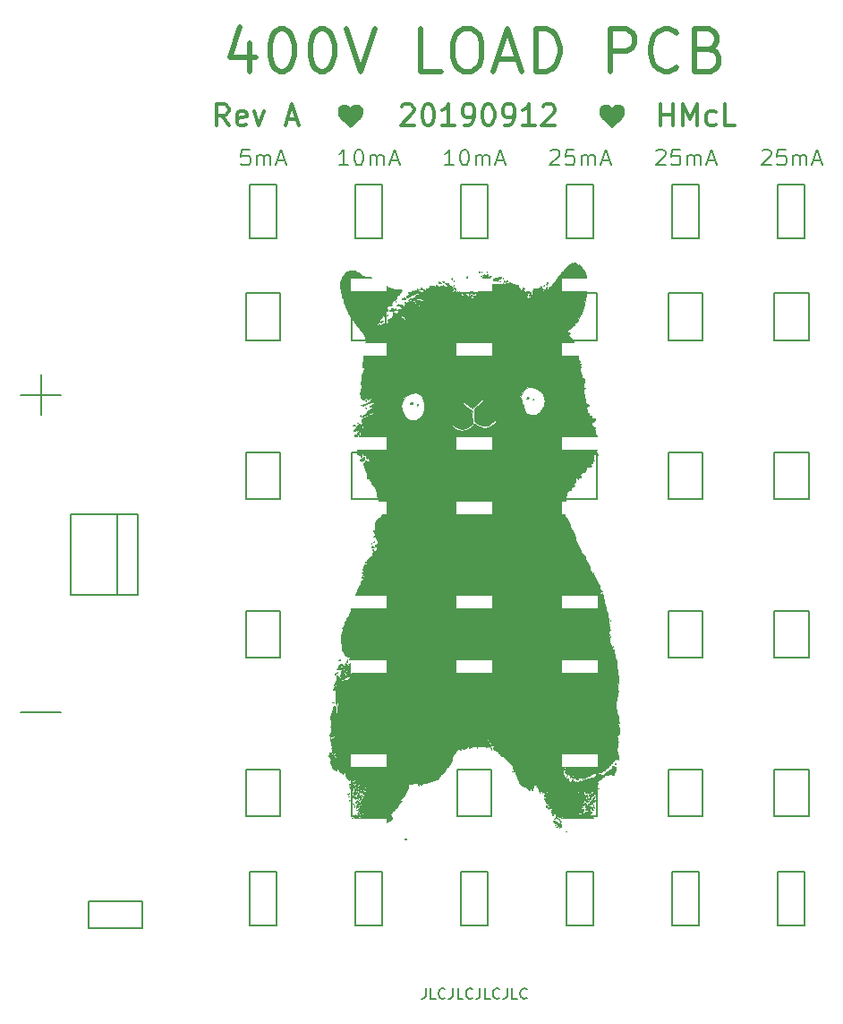
<source format=gto>
G04 #@! TF.GenerationSoftware,KiCad,Pcbnew,5.1.4-e60b266~84~ubuntu18.04.1*
G04 #@! TF.CreationDate,2019-09-12T23:07:35+01:00*
G04 #@! TF.ProjectId,load,6c6f6164-2e6b-4696-9361-645f70636258,rev?*
G04 #@! TF.SameCoordinates,Original*
G04 #@! TF.FileFunction,Legend,Top*
G04 #@! TF.FilePolarity,Positive*
%FSLAX46Y46*%
G04 Gerber Fmt 4.6, Leading zero omitted, Abs format (unit mm)*
G04 Created by KiCad (PCBNEW 5.1.4-e60b266~84~ubuntu18.04.1) date 2019-09-12 23:07:35*
%MOMM*%
%LPD*%
G04 APERTURE LIST*
%ADD10C,0.150000*%
%ADD11C,0.300000*%
%ADD12C,0.500000*%
%ADD13C,0.010000*%
%ADD14C,1.920000*%
%ADD15R,1.920000X1.920000*%
%ADD16C,6.300000*%
%ADD17C,0.620000*%
%ADD18C,0.100000*%
%ADD19C,3.420000*%
%ADD20R,3.420000X1.270000*%
G04 APERTURE END LIST*
D10*
X90380952Y-138452380D02*
X90380952Y-139166666D01*
X90333333Y-139309523D01*
X90238095Y-139404761D01*
X90095238Y-139452380D01*
X90000000Y-139452380D01*
X91333333Y-139452380D02*
X90857142Y-139452380D01*
X90857142Y-138452380D01*
X92238095Y-139357142D02*
X92190476Y-139404761D01*
X92047619Y-139452380D01*
X91952380Y-139452380D01*
X91809523Y-139404761D01*
X91714285Y-139309523D01*
X91666666Y-139214285D01*
X91619047Y-139023809D01*
X91619047Y-138880952D01*
X91666666Y-138690476D01*
X91714285Y-138595238D01*
X91809523Y-138500000D01*
X91952380Y-138452380D01*
X92047619Y-138452380D01*
X92190476Y-138500000D01*
X92238095Y-138547619D01*
X92952380Y-138452380D02*
X92952380Y-139166666D01*
X92904761Y-139309523D01*
X92809523Y-139404761D01*
X92666666Y-139452380D01*
X92571428Y-139452380D01*
X93904761Y-139452380D02*
X93428571Y-139452380D01*
X93428571Y-138452380D01*
X94809523Y-139357142D02*
X94761904Y-139404761D01*
X94619047Y-139452380D01*
X94523809Y-139452380D01*
X94380952Y-139404761D01*
X94285714Y-139309523D01*
X94238095Y-139214285D01*
X94190476Y-139023809D01*
X94190476Y-138880952D01*
X94238095Y-138690476D01*
X94285714Y-138595238D01*
X94380952Y-138500000D01*
X94523809Y-138452380D01*
X94619047Y-138452380D01*
X94761904Y-138500000D01*
X94809523Y-138547619D01*
X95523809Y-138452380D02*
X95523809Y-139166666D01*
X95476190Y-139309523D01*
X95380952Y-139404761D01*
X95238095Y-139452380D01*
X95142857Y-139452380D01*
X96476190Y-139452380D02*
X96000000Y-139452380D01*
X96000000Y-138452380D01*
X97380952Y-139357142D02*
X97333333Y-139404761D01*
X97190476Y-139452380D01*
X97095238Y-139452380D01*
X96952380Y-139404761D01*
X96857142Y-139309523D01*
X96809523Y-139214285D01*
X96761904Y-139023809D01*
X96761904Y-138880952D01*
X96809523Y-138690476D01*
X96857142Y-138595238D01*
X96952380Y-138500000D01*
X97095238Y-138452380D01*
X97190476Y-138452380D01*
X97333333Y-138500000D01*
X97380952Y-138547619D01*
X98095238Y-138452380D02*
X98095238Y-139166666D01*
X98047619Y-139309523D01*
X97952380Y-139404761D01*
X97809523Y-139452380D01*
X97714285Y-139452380D01*
X99047619Y-139452380D02*
X98571428Y-139452380D01*
X98571428Y-138452380D01*
X99952380Y-139357142D02*
X99904761Y-139404761D01*
X99761904Y-139452380D01*
X99666666Y-139452380D01*
X99523809Y-139404761D01*
X99428571Y-139309523D01*
X99380952Y-139214285D01*
X99333333Y-139023809D01*
X99333333Y-138880952D01*
X99380952Y-138690476D01*
X99428571Y-138595238D01*
X99523809Y-138500000D01*
X99666666Y-138452380D01*
X99761904Y-138452380D01*
X99904761Y-138500000D01*
X99952380Y-138547619D01*
D11*
X71761904Y-56904761D02*
X71095238Y-55952380D01*
X70619047Y-56904761D02*
X70619047Y-54904761D01*
X71380952Y-54904761D01*
X71571428Y-55000000D01*
X71666666Y-55095238D01*
X71761904Y-55285714D01*
X71761904Y-55571428D01*
X71666666Y-55761904D01*
X71571428Y-55857142D01*
X71380952Y-55952380D01*
X70619047Y-55952380D01*
X73380952Y-56809523D02*
X73190476Y-56904761D01*
X72809523Y-56904761D01*
X72619047Y-56809523D01*
X72523809Y-56619047D01*
X72523809Y-55857142D01*
X72619047Y-55666666D01*
X72809523Y-55571428D01*
X73190476Y-55571428D01*
X73380952Y-55666666D01*
X73476190Y-55857142D01*
X73476190Y-56047619D01*
X72523809Y-56238095D01*
X74142857Y-55571428D02*
X74619047Y-56904761D01*
X75095238Y-55571428D01*
X77285714Y-56333333D02*
X78238095Y-56333333D01*
X77095238Y-56904761D02*
X77761904Y-54904761D01*
X78428571Y-56904761D01*
X88142857Y-55095238D02*
X88238095Y-55000000D01*
X88428571Y-54904761D01*
X88904761Y-54904761D01*
X89095238Y-55000000D01*
X89190476Y-55095238D01*
X89285714Y-55285714D01*
X89285714Y-55476190D01*
X89190476Y-55761904D01*
X88047619Y-56904761D01*
X89285714Y-56904761D01*
X90523809Y-54904761D02*
X90714285Y-54904761D01*
X90904761Y-55000000D01*
X90999999Y-55095238D01*
X91095238Y-55285714D01*
X91190476Y-55666666D01*
X91190476Y-56142857D01*
X91095238Y-56523809D01*
X90999999Y-56714285D01*
X90904761Y-56809523D01*
X90714285Y-56904761D01*
X90523809Y-56904761D01*
X90333333Y-56809523D01*
X90238095Y-56714285D01*
X90142857Y-56523809D01*
X90047619Y-56142857D01*
X90047619Y-55666666D01*
X90142857Y-55285714D01*
X90238095Y-55095238D01*
X90333333Y-55000000D01*
X90523809Y-54904761D01*
X93095238Y-56904761D02*
X91952380Y-56904761D01*
X92523809Y-56904761D02*
X92523809Y-54904761D01*
X92333333Y-55190476D01*
X92142857Y-55380952D01*
X91952380Y-55476190D01*
X94047619Y-56904761D02*
X94428571Y-56904761D01*
X94619047Y-56809523D01*
X94714285Y-56714285D01*
X94904761Y-56428571D01*
X94999999Y-56047619D01*
X94999999Y-55285714D01*
X94904761Y-55095238D01*
X94809523Y-55000000D01*
X94619047Y-54904761D01*
X94238095Y-54904761D01*
X94047619Y-55000000D01*
X93952380Y-55095238D01*
X93857142Y-55285714D01*
X93857142Y-55761904D01*
X93952380Y-55952380D01*
X94047619Y-56047619D01*
X94238095Y-56142857D01*
X94619047Y-56142857D01*
X94809523Y-56047619D01*
X94904761Y-55952380D01*
X94999999Y-55761904D01*
X96238095Y-54904761D02*
X96428571Y-54904761D01*
X96619047Y-55000000D01*
X96714285Y-55095238D01*
X96809523Y-55285714D01*
X96904761Y-55666666D01*
X96904761Y-56142857D01*
X96809523Y-56523809D01*
X96714285Y-56714285D01*
X96619047Y-56809523D01*
X96428571Y-56904761D01*
X96238095Y-56904761D01*
X96047619Y-56809523D01*
X95952380Y-56714285D01*
X95857142Y-56523809D01*
X95761904Y-56142857D01*
X95761904Y-55666666D01*
X95857142Y-55285714D01*
X95952380Y-55095238D01*
X96047619Y-55000000D01*
X96238095Y-54904761D01*
X97857142Y-56904761D02*
X98238095Y-56904761D01*
X98428571Y-56809523D01*
X98523809Y-56714285D01*
X98714285Y-56428571D01*
X98809523Y-56047619D01*
X98809523Y-55285714D01*
X98714285Y-55095238D01*
X98619047Y-55000000D01*
X98428571Y-54904761D01*
X98047619Y-54904761D01*
X97857142Y-55000000D01*
X97761904Y-55095238D01*
X97666666Y-55285714D01*
X97666666Y-55761904D01*
X97761904Y-55952380D01*
X97857142Y-56047619D01*
X98047619Y-56142857D01*
X98428571Y-56142857D01*
X98619047Y-56047619D01*
X98714285Y-55952380D01*
X98809523Y-55761904D01*
X100714285Y-56904761D02*
X99571428Y-56904761D01*
X100142857Y-56904761D02*
X100142857Y-54904761D01*
X99952380Y-55190476D01*
X99761904Y-55380952D01*
X99571428Y-55476190D01*
X101476190Y-55095238D02*
X101571428Y-55000000D01*
X101761904Y-54904761D01*
X102238095Y-54904761D01*
X102428571Y-55000000D01*
X102523809Y-55095238D01*
X102619047Y-55285714D01*
X102619047Y-55476190D01*
X102523809Y-55761904D01*
X101380952Y-56904761D01*
X102619047Y-56904761D01*
X112619047Y-56904761D02*
X112619047Y-54904761D01*
X112619047Y-55857142D02*
X113761904Y-55857142D01*
X113761904Y-56904761D02*
X113761904Y-54904761D01*
X114714285Y-56904761D02*
X114714285Y-54904761D01*
X115380952Y-56333333D01*
X116047619Y-54904761D01*
X116047619Y-56904761D01*
X117857142Y-56809523D02*
X117666666Y-56904761D01*
X117285714Y-56904761D01*
X117095238Y-56809523D01*
X116999999Y-56714285D01*
X116904761Y-56523809D01*
X116904761Y-55952380D01*
X116999999Y-55761904D01*
X117095238Y-55666666D01*
X117285714Y-55571428D01*
X117666666Y-55571428D01*
X117857142Y-55666666D01*
X119666666Y-56904761D02*
X118714285Y-56904761D01*
X118714285Y-54904761D01*
D12*
X73761904Y-49142857D02*
X73761904Y-51809523D01*
X72809523Y-47619047D02*
X71857142Y-50476190D01*
X74333333Y-50476190D01*
X76619047Y-47809523D02*
X77000000Y-47809523D01*
X77380952Y-48000000D01*
X77571428Y-48190476D01*
X77761904Y-48571428D01*
X77952380Y-49333333D01*
X77952380Y-50285714D01*
X77761904Y-51047619D01*
X77571428Y-51428571D01*
X77380952Y-51619047D01*
X77000000Y-51809523D01*
X76619047Y-51809523D01*
X76238095Y-51619047D01*
X76047619Y-51428571D01*
X75857142Y-51047619D01*
X75666666Y-50285714D01*
X75666666Y-49333333D01*
X75857142Y-48571428D01*
X76047619Y-48190476D01*
X76238095Y-48000000D01*
X76619047Y-47809523D01*
X80428571Y-47809523D02*
X80809523Y-47809523D01*
X81190476Y-48000000D01*
X81380952Y-48190476D01*
X81571428Y-48571428D01*
X81761904Y-49333333D01*
X81761904Y-50285714D01*
X81571428Y-51047619D01*
X81380952Y-51428571D01*
X81190476Y-51619047D01*
X80809523Y-51809523D01*
X80428571Y-51809523D01*
X80047619Y-51619047D01*
X79857142Y-51428571D01*
X79666666Y-51047619D01*
X79476190Y-50285714D01*
X79476190Y-49333333D01*
X79666666Y-48571428D01*
X79857142Y-48190476D01*
X80047619Y-48000000D01*
X80428571Y-47809523D01*
X82904761Y-47809523D02*
X84238095Y-51809523D01*
X85571428Y-47809523D01*
X91857142Y-51809523D02*
X89952380Y-51809523D01*
X89952380Y-47809523D01*
X93952380Y-47809523D02*
X94714285Y-47809523D01*
X95095238Y-48000000D01*
X95476190Y-48380952D01*
X95666666Y-49142857D01*
X95666666Y-50476190D01*
X95476190Y-51238095D01*
X95095238Y-51619047D01*
X94714285Y-51809523D01*
X93952380Y-51809523D01*
X93571428Y-51619047D01*
X93190476Y-51238095D01*
X93000000Y-50476190D01*
X93000000Y-49142857D01*
X93190476Y-48380952D01*
X93571428Y-48000000D01*
X93952380Y-47809523D01*
X97190476Y-50666666D02*
X99095238Y-50666666D01*
X96809523Y-51809523D02*
X98142857Y-47809523D01*
X99476190Y-51809523D01*
X100809523Y-51809523D02*
X100809523Y-47809523D01*
X101761904Y-47809523D01*
X102333333Y-48000000D01*
X102714285Y-48380952D01*
X102904761Y-48761904D01*
X103095238Y-49523809D01*
X103095238Y-50095238D01*
X102904761Y-50857142D01*
X102714285Y-51238095D01*
X102333333Y-51619047D01*
X101761904Y-51809523D01*
X100809523Y-51809523D01*
X107857142Y-51809523D02*
X107857142Y-47809523D01*
X109380952Y-47809523D01*
X109761904Y-48000000D01*
X109952380Y-48190476D01*
X110142857Y-48571428D01*
X110142857Y-49142857D01*
X109952380Y-49523809D01*
X109761904Y-49714285D01*
X109380952Y-49904761D01*
X107857142Y-49904761D01*
X114142857Y-51428571D02*
X113952380Y-51619047D01*
X113380952Y-51809523D01*
X113000000Y-51809523D01*
X112428571Y-51619047D01*
X112047619Y-51238095D01*
X111857142Y-50857142D01*
X111666666Y-50095238D01*
X111666666Y-49523809D01*
X111857142Y-48761904D01*
X112047619Y-48380952D01*
X112428571Y-48000000D01*
X113000000Y-47809523D01*
X113380952Y-47809523D01*
X113952380Y-48000000D01*
X114142857Y-48190476D01*
X117190476Y-49714285D02*
X117761904Y-49904761D01*
X117952380Y-50095238D01*
X118142857Y-50476190D01*
X118142857Y-51047619D01*
X117952380Y-51428571D01*
X117761904Y-51619047D01*
X117380952Y-51809523D01*
X115857142Y-51809523D01*
X115857142Y-47809523D01*
X117190476Y-47809523D01*
X117571428Y-48000000D01*
X117761904Y-48190476D01*
X117952380Y-48571428D01*
X117952380Y-48952380D01*
X117761904Y-49333333D01*
X117571428Y-49523809D01*
X117190476Y-49714285D01*
X115857142Y-49714285D01*
D10*
X52095238Y-112357142D02*
X55904761Y-112357142D01*
X52095238Y-82357142D02*
X55904761Y-82357142D01*
X54000000Y-84261904D02*
X54000000Y-80452380D01*
X122214285Y-59321428D02*
X122285714Y-59250000D01*
X122428571Y-59178571D01*
X122785714Y-59178571D01*
X122928571Y-59250000D01*
X123000000Y-59321428D01*
X123071428Y-59464285D01*
X123071428Y-59607142D01*
X123000000Y-59821428D01*
X122142857Y-60678571D01*
X123071428Y-60678571D01*
X124428571Y-59178571D02*
X123714285Y-59178571D01*
X123642857Y-59892857D01*
X123714285Y-59821428D01*
X123857142Y-59750000D01*
X124214285Y-59750000D01*
X124357142Y-59821428D01*
X124428571Y-59892857D01*
X124500000Y-60035714D01*
X124500000Y-60392857D01*
X124428571Y-60535714D01*
X124357142Y-60607142D01*
X124214285Y-60678571D01*
X123857142Y-60678571D01*
X123714285Y-60607142D01*
X123642857Y-60535714D01*
X125142857Y-60678571D02*
X125142857Y-59678571D01*
X125142857Y-59821428D02*
X125214285Y-59750000D01*
X125357142Y-59678571D01*
X125571428Y-59678571D01*
X125714285Y-59750000D01*
X125785714Y-59892857D01*
X125785714Y-60678571D01*
X125785714Y-59892857D02*
X125857142Y-59750000D01*
X126000000Y-59678571D01*
X126214285Y-59678571D01*
X126357142Y-59750000D01*
X126428571Y-59892857D01*
X126428571Y-60678571D01*
X127071428Y-60250000D02*
X127785714Y-60250000D01*
X126928571Y-60678571D02*
X127428571Y-59178571D01*
X127928571Y-60678571D01*
X112214285Y-59321428D02*
X112285714Y-59250000D01*
X112428571Y-59178571D01*
X112785714Y-59178571D01*
X112928571Y-59250000D01*
X113000000Y-59321428D01*
X113071428Y-59464285D01*
X113071428Y-59607142D01*
X113000000Y-59821428D01*
X112142857Y-60678571D01*
X113071428Y-60678571D01*
X114428571Y-59178571D02*
X113714285Y-59178571D01*
X113642857Y-59892857D01*
X113714285Y-59821428D01*
X113857142Y-59750000D01*
X114214285Y-59750000D01*
X114357142Y-59821428D01*
X114428571Y-59892857D01*
X114500000Y-60035714D01*
X114500000Y-60392857D01*
X114428571Y-60535714D01*
X114357142Y-60607142D01*
X114214285Y-60678571D01*
X113857142Y-60678571D01*
X113714285Y-60607142D01*
X113642857Y-60535714D01*
X115142857Y-60678571D02*
X115142857Y-59678571D01*
X115142857Y-59821428D02*
X115214285Y-59750000D01*
X115357142Y-59678571D01*
X115571428Y-59678571D01*
X115714285Y-59750000D01*
X115785714Y-59892857D01*
X115785714Y-60678571D01*
X115785714Y-59892857D02*
X115857142Y-59750000D01*
X116000000Y-59678571D01*
X116214285Y-59678571D01*
X116357142Y-59750000D01*
X116428571Y-59892857D01*
X116428571Y-60678571D01*
X117071428Y-60250000D02*
X117785714Y-60250000D01*
X116928571Y-60678571D02*
X117428571Y-59178571D01*
X117928571Y-60678571D01*
X102214285Y-59321428D02*
X102285714Y-59250000D01*
X102428571Y-59178571D01*
X102785714Y-59178571D01*
X102928571Y-59250000D01*
X103000000Y-59321428D01*
X103071428Y-59464285D01*
X103071428Y-59607142D01*
X103000000Y-59821428D01*
X102142857Y-60678571D01*
X103071428Y-60678571D01*
X104428571Y-59178571D02*
X103714285Y-59178571D01*
X103642857Y-59892857D01*
X103714285Y-59821428D01*
X103857142Y-59750000D01*
X104214285Y-59750000D01*
X104357142Y-59821428D01*
X104428571Y-59892857D01*
X104500000Y-60035714D01*
X104500000Y-60392857D01*
X104428571Y-60535714D01*
X104357142Y-60607142D01*
X104214285Y-60678571D01*
X103857142Y-60678571D01*
X103714285Y-60607142D01*
X103642857Y-60535714D01*
X105142857Y-60678571D02*
X105142857Y-59678571D01*
X105142857Y-59821428D02*
X105214285Y-59750000D01*
X105357142Y-59678571D01*
X105571428Y-59678571D01*
X105714285Y-59750000D01*
X105785714Y-59892857D01*
X105785714Y-60678571D01*
X105785714Y-59892857D02*
X105857142Y-59750000D01*
X106000000Y-59678571D01*
X106214285Y-59678571D01*
X106357142Y-59750000D01*
X106428571Y-59892857D01*
X106428571Y-60678571D01*
X107071428Y-60250000D02*
X107785714Y-60250000D01*
X106928571Y-60678571D02*
X107428571Y-59178571D01*
X107928571Y-60678571D01*
X93071428Y-60678571D02*
X92214285Y-60678571D01*
X92642857Y-60678571D02*
X92642857Y-59178571D01*
X92500000Y-59392857D01*
X92357142Y-59535714D01*
X92214285Y-59607142D01*
X94000000Y-59178571D02*
X94142857Y-59178571D01*
X94285714Y-59250000D01*
X94357142Y-59321428D01*
X94428571Y-59464285D01*
X94500000Y-59750000D01*
X94500000Y-60107142D01*
X94428571Y-60392857D01*
X94357142Y-60535714D01*
X94285714Y-60607142D01*
X94142857Y-60678571D01*
X94000000Y-60678571D01*
X93857142Y-60607142D01*
X93785714Y-60535714D01*
X93714285Y-60392857D01*
X93642857Y-60107142D01*
X93642857Y-59750000D01*
X93714285Y-59464285D01*
X93785714Y-59321428D01*
X93857142Y-59250000D01*
X94000000Y-59178571D01*
X95142857Y-60678571D02*
X95142857Y-59678571D01*
X95142857Y-59821428D02*
X95214285Y-59750000D01*
X95357142Y-59678571D01*
X95571428Y-59678571D01*
X95714285Y-59750000D01*
X95785714Y-59892857D01*
X95785714Y-60678571D01*
X95785714Y-59892857D02*
X95857142Y-59750000D01*
X96000000Y-59678571D01*
X96214285Y-59678571D01*
X96357142Y-59750000D01*
X96428571Y-59892857D01*
X96428571Y-60678571D01*
X97071428Y-60250000D02*
X97785714Y-60250000D01*
X96928571Y-60678571D02*
X97428571Y-59178571D01*
X97928571Y-60678571D01*
X83071428Y-60678571D02*
X82214285Y-60678571D01*
X82642857Y-60678571D02*
X82642857Y-59178571D01*
X82500000Y-59392857D01*
X82357142Y-59535714D01*
X82214285Y-59607142D01*
X84000000Y-59178571D02*
X84142857Y-59178571D01*
X84285714Y-59250000D01*
X84357142Y-59321428D01*
X84428571Y-59464285D01*
X84500000Y-59750000D01*
X84500000Y-60107142D01*
X84428571Y-60392857D01*
X84357142Y-60535714D01*
X84285714Y-60607142D01*
X84142857Y-60678571D01*
X84000000Y-60678571D01*
X83857142Y-60607142D01*
X83785714Y-60535714D01*
X83714285Y-60392857D01*
X83642857Y-60107142D01*
X83642857Y-59750000D01*
X83714285Y-59464285D01*
X83785714Y-59321428D01*
X83857142Y-59250000D01*
X84000000Y-59178571D01*
X85142857Y-60678571D02*
X85142857Y-59678571D01*
X85142857Y-59821428D02*
X85214285Y-59750000D01*
X85357142Y-59678571D01*
X85571428Y-59678571D01*
X85714285Y-59750000D01*
X85785714Y-59892857D01*
X85785714Y-60678571D01*
X85785714Y-59892857D02*
X85857142Y-59750000D01*
X86000000Y-59678571D01*
X86214285Y-59678571D01*
X86357142Y-59750000D01*
X86428571Y-59892857D01*
X86428571Y-60678571D01*
X87071428Y-60250000D02*
X87785714Y-60250000D01*
X86928571Y-60678571D02*
X87428571Y-59178571D01*
X87928571Y-60678571D01*
X73714285Y-59178571D02*
X73000000Y-59178571D01*
X72928571Y-59892857D01*
X73000000Y-59821428D01*
X73142857Y-59750000D01*
X73500000Y-59750000D01*
X73642857Y-59821428D01*
X73714285Y-59892857D01*
X73785714Y-60035714D01*
X73785714Y-60392857D01*
X73714285Y-60535714D01*
X73642857Y-60607142D01*
X73500000Y-60678571D01*
X73142857Y-60678571D01*
X73000000Y-60607142D01*
X72928571Y-60535714D01*
X74428571Y-60678571D02*
X74428571Y-59678571D01*
X74428571Y-59821428D02*
X74500000Y-59750000D01*
X74642857Y-59678571D01*
X74857142Y-59678571D01*
X75000000Y-59750000D01*
X75071428Y-59892857D01*
X75071428Y-60678571D01*
X75071428Y-59892857D02*
X75142857Y-59750000D01*
X75285714Y-59678571D01*
X75500000Y-59678571D01*
X75642857Y-59750000D01*
X75714285Y-59892857D01*
X75714285Y-60678571D01*
X76357142Y-60250000D02*
X77071428Y-60250000D01*
X76214285Y-60678571D02*
X76714285Y-59178571D01*
X77214285Y-60678571D01*
D13*
G36*
X88472200Y-124312029D02*
G01*
X88539040Y-124348086D01*
X88548400Y-124361235D01*
X88506917Y-124378993D01*
X88472200Y-124381200D01*
X88404584Y-124354614D01*
X88396000Y-124331994D01*
X88433236Y-124304043D01*
X88472200Y-124312029D01*
X88472200Y-124312029D01*
G37*
X88472200Y-124312029D02*
X88539040Y-124348086D01*
X88548400Y-124361235D01*
X88506917Y-124378993D01*
X88472200Y-124381200D01*
X88404584Y-124354614D01*
X88396000Y-124331994D01*
X88433236Y-124304043D01*
X88472200Y-124312029D01*
G36*
X103686800Y-123593800D02*
G01*
X103661400Y-123619200D01*
X103636000Y-123593800D01*
X103661400Y-123568400D01*
X103686800Y-123593800D01*
X103686800Y-123593800D01*
G37*
X103686800Y-123593800D02*
X103661400Y-123619200D01*
X103636000Y-123593800D01*
X103661400Y-123568400D01*
X103686800Y-123593800D01*
G36*
X104448800Y-123543000D02*
G01*
X104423400Y-123568400D01*
X104398000Y-123543000D01*
X104423400Y-123517600D01*
X104448800Y-123543000D01*
X104448800Y-123543000D01*
G37*
X104448800Y-123543000D02*
X104423400Y-123568400D01*
X104398000Y-123543000D01*
X104423400Y-123517600D01*
X104448800Y-123543000D01*
G36*
X103732376Y-123374032D02*
G01*
X103761853Y-123394252D01*
X103737600Y-123416000D01*
X103666057Y-123455090D01*
X103601503Y-123452479D01*
X103509000Y-123416000D01*
X103464075Y-123388208D01*
X103503249Y-123374057D01*
X103610600Y-123369548D01*
X103732376Y-123374032D01*
X103732376Y-123374032D01*
G37*
X103732376Y-123374032D02*
X103761853Y-123394252D01*
X103737600Y-123416000D01*
X103666057Y-123455090D01*
X103601503Y-123452479D01*
X103509000Y-123416000D01*
X103464075Y-123388208D01*
X103503249Y-123374057D01*
X103610600Y-123369548D01*
X103732376Y-123374032D01*
G36*
X104093200Y-123390600D02*
G01*
X104067800Y-123416000D01*
X104042400Y-123390600D01*
X104067800Y-123365200D01*
X104093200Y-123390600D01*
X104093200Y-123390600D01*
G37*
X104093200Y-123390600D02*
X104067800Y-123416000D01*
X104042400Y-123390600D01*
X104067800Y-123365200D01*
X104093200Y-123390600D01*
G36*
X104244822Y-69912157D02*
G01*
X104289388Y-69982082D01*
X104393101Y-70031873D01*
X104513693Y-70047567D01*
X104592523Y-70027017D01*
X104627369Y-69994690D01*
X104579126Y-69979346D01*
X104486900Y-69975944D01*
X104348459Y-69962689D01*
X104300377Y-69935275D01*
X104345242Y-69907779D01*
X104471910Y-69894490D01*
X104601448Y-69907245D01*
X104674790Y-69969632D01*
X104706523Y-70034190D01*
X104764699Y-70135823D01*
X104820507Y-70179030D01*
X104853079Y-70150812D01*
X104855200Y-70126800D01*
X104880367Y-70071331D01*
X104949525Y-70093688D01*
X105053154Y-70185328D01*
X105181736Y-70337709D01*
X105325752Y-70542288D01*
X105336331Y-70558600D01*
X105424537Y-70724284D01*
X105491457Y-70922026D01*
X105539048Y-71165591D01*
X105569266Y-71468744D01*
X105584068Y-71845251D01*
X105585409Y-72308878D01*
X105585387Y-72311200D01*
X105563040Y-72847090D01*
X105508138Y-73338824D01*
X105423393Y-73770474D01*
X105311517Y-74126109D01*
X105254790Y-74253610D01*
X105216836Y-74364973D01*
X105210799Y-74412907D01*
X105185924Y-74500866D01*
X105119622Y-74651808D01*
X105024383Y-74842600D01*
X104912695Y-75050111D01*
X104797045Y-75251206D01*
X104689922Y-75422756D01*
X104603814Y-75541625D01*
X104597466Y-75549013D01*
X104506854Y-75662443D01*
X104454195Y-75748153D01*
X104448800Y-75767367D01*
X104410255Y-75815162D01*
X104399191Y-75816400D01*
X104336150Y-75844413D01*
X104229329Y-75916582D01*
X104100395Y-76015098D01*
X103971021Y-76122153D01*
X103862874Y-76219938D01*
X103797624Y-76290644D01*
X103791348Y-76315933D01*
X103835988Y-76374224D01*
X103839200Y-76399188D01*
X103879933Y-76452659D01*
X103922632Y-76458455D01*
X104007918Y-76479048D01*
X104018825Y-76538594D01*
X103951581Y-76602985D01*
X103939271Y-76608891D01*
X103833277Y-76656187D01*
X103952284Y-76833193D01*
X104052612Y-76948970D01*
X104155700Y-77019022D01*
X104180578Y-77026005D01*
X104245172Y-77054453D01*
X104301060Y-77131730D01*
X104359484Y-77277275D01*
X104400902Y-77407005D01*
X104459826Y-77589527D01*
X104512797Y-77733994D01*
X104549473Y-77812484D01*
X104552600Y-77816490D01*
X104573321Y-77897542D01*
X104565152Y-77934029D01*
X104580500Y-78015839D01*
X104641680Y-78080569D01*
X104713686Y-78156876D01*
X104714780Y-78260239D01*
X104705275Y-78296968D01*
X104699940Y-78481660D01*
X104732516Y-78563338D01*
X104779150Y-78698343D01*
X104802168Y-78863971D01*
X104802599Y-78881855D01*
X104816674Y-79019337D01*
X104864990Y-79086918D01*
X104908873Y-79104432D01*
X104983678Y-79153554D01*
X104985073Y-79201276D01*
X104939688Y-79313110D01*
X104925964Y-79346999D01*
X104932213Y-79411812D01*
X104976764Y-79423199D01*
X105047540Y-79461542D01*
X105058400Y-79499400D01*
X105017736Y-79566749D01*
X104982200Y-79575600D01*
X104914596Y-79603030D01*
X104906000Y-79626400D01*
X104947145Y-79671468D01*
X104982200Y-79677200D01*
X105050496Y-79708399D01*
X105043099Y-79772854D01*
X105009221Y-79803197D01*
X104979305Y-79865361D01*
X104967713Y-79975362D01*
X104973720Y-80091364D01*
X104996604Y-80171534D01*
X105015831Y-80185200D01*
X105045729Y-80229376D01*
X105058397Y-80335805D01*
X105058400Y-80337600D01*
X105074942Y-80444575D01*
X105114805Y-80489987D01*
X105115550Y-80490000D01*
X105150753Y-80533266D01*
X105144141Y-80632792D01*
X105136754Y-80734774D01*
X105185929Y-80790201D01*
X105277491Y-80823292D01*
X105385989Y-80866578D01*
X105425551Y-80933621D01*
X105423289Y-81048800D01*
X105394180Y-81183773D01*
X105344814Y-81274617D01*
X105339446Y-81279302D01*
X105292696Y-81365108D01*
X105283538Y-81490376D01*
X105307736Y-81613189D01*
X105361051Y-81691629D01*
X105382004Y-81700224D01*
X105457353Y-81741757D01*
X105440084Y-81799642D01*
X105387383Y-81829637D01*
X105344884Y-81866860D01*
X105327739Y-81950713D01*
X105332624Y-82104264D01*
X105338211Y-82170944D01*
X105365928Y-82365235D01*
X105407793Y-82539536D01*
X105441028Y-82626749D01*
X105491662Y-82777553D01*
X105515359Y-82952307D01*
X105515600Y-82968677D01*
X105528003Y-83107141D01*
X105583732Y-83192624D01*
X105691612Y-83261189D01*
X105801836Y-83324840D01*
X105833462Y-83368797D01*
X105797987Y-83420334D01*
X105769936Y-83446989D01*
X105677577Y-83515867D01*
X105619324Y-83537999D01*
X105570584Y-83571176D01*
X105582866Y-83635318D01*
X105610228Y-83660691D01*
X105635989Y-83724629D01*
X105641297Y-83845437D01*
X105640079Y-83863939D01*
X105641317Y-83986675D01*
X105681956Y-84042161D01*
X105735950Y-84056956D01*
X105816627Y-84096026D01*
X105831317Y-84141453D01*
X105853402Y-84247314D01*
X105943583Y-84327506D01*
X106039980Y-84350800D01*
X106109946Y-84362420D01*
X106089927Y-84406280D01*
X106084560Y-84411759D01*
X106030840Y-84491443D01*
X106023599Y-84521826D01*
X106046272Y-84546095D01*
X106055673Y-84538860D01*
X106116199Y-84539553D01*
X106188505Y-84577361D01*
X106297392Y-84621168D01*
X106367965Y-84617734D01*
X106420166Y-84612754D01*
X106406425Y-84652646D01*
X106403287Y-84731098D01*
X106427589Y-84755710D01*
X106433582Y-84790434D01*
X106345435Y-84822292D01*
X106334685Y-84824522D01*
X106177481Y-84904662D01*
X106102005Y-85006934D01*
X106057952Y-85104707D01*
X106061960Y-85173789D01*
X106124755Y-85252062D01*
X106188718Y-85313207D01*
X106296639Y-85407047D01*
X106375055Y-85462124D01*
X106391900Y-85468164D01*
X106435321Y-85490429D01*
X106411863Y-85536501D01*
X106341118Y-85576844D01*
X106315700Y-85583056D01*
X106235860Y-85601499D01*
X106252304Y-85625632D01*
X106303000Y-85650089D01*
X106389514Y-85742151D01*
X106415622Y-85847352D01*
X106454450Y-86002557D01*
X106518116Y-86126752D01*
X106581547Y-86271618D01*
X106608635Y-86447820D01*
X106608693Y-86458024D01*
X106600329Y-86590281D01*
X106561930Y-86654575D01*
X106471186Y-86684248D01*
X106455400Y-86687122D01*
X106333035Y-86740229D01*
X106301142Y-86833227D01*
X106347416Y-86932771D01*
X106367190Y-87007926D01*
X106339091Y-87036592D01*
X106288134Y-87111209D01*
X106266157Y-87197820D01*
X106279267Y-87297220D01*
X106361140Y-87370754D01*
X106416200Y-87398800D01*
X106542161Y-87471340D01*
X106573373Y-87522927D01*
X106510420Y-87546391D01*
X106404600Y-87541558D01*
X106287551Y-87535750D01*
X106228513Y-87548200D01*
X106226800Y-87552375D01*
X106261277Y-87600075D01*
X106352019Y-87695959D01*
X106479991Y-87820003D01*
X106490811Y-87830118D01*
X106620868Y-87956245D01*
X106677548Y-88025591D01*
X106666007Y-88045838D01*
X106630511Y-88038241D01*
X106415957Y-87981121D01*
X106282801Y-87973847D01*
X106219720Y-88024734D01*
X106215391Y-88142092D01*
X106253349Y-88315114D01*
X106293631Y-88468640D01*
X106320704Y-88575946D01*
X106327797Y-88608180D01*
X106292765Y-88594650D01*
X106215496Y-88544680D01*
X106106891Y-88481709D01*
X106049067Y-88470971D01*
X106057091Y-88508719D01*
X106118127Y-88568890D01*
X106184987Y-88636868D01*
X106187063Y-88668509D01*
X106183222Y-88668800D01*
X106150451Y-88705809D01*
X106157629Y-88745000D01*
X106149608Y-88810455D01*
X106110670Y-88821200D01*
X106030136Y-88862279D01*
X105992899Y-88951994D01*
X106019072Y-89040064D01*
X106021934Y-89043054D01*
X106072208Y-89119532D01*
X106034950Y-89149636D01*
X105973404Y-89140877D01*
X105855287Y-89132100D01*
X105703593Y-89146252D01*
X105690274Y-89148634D01*
X105575076Y-89176968D01*
X105543970Y-89211705D01*
X105572971Y-89260917D01*
X105609532Y-89331841D01*
X105558208Y-89383540D01*
X105553410Y-89386259D01*
X105495594Y-89460836D01*
X105498681Y-89510784D01*
X105486323Y-89597558D01*
X105409951Y-89673938D01*
X105305493Y-89711259D01*
X105253709Y-89706239D01*
X105160731Y-89729241D01*
X105059750Y-89835303D01*
X105002403Y-89933291D01*
X104995477Y-89986444D01*
X105004140Y-89989600D01*
X105043259Y-90033394D01*
X105057622Y-90129300D01*
X105048644Y-90217041D01*
X105020482Y-90210531D01*
X105011949Y-90198097D01*
X104939391Y-90150555D01*
X104859891Y-90178236D01*
X104807802Y-90263534D01*
X104802366Y-90305505D01*
X104797174Y-90377942D01*
X104775335Y-90369819D01*
X104723753Y-90280192D01*
X104650559Y-90182807D01*
X104595297Y-90179472D01*
X104565693Y-90263151D01*
X104568852Y-90421293D01*
X104577300Y-90562194D01*
X104555427Y-90633796D01*
X104493636Y-90666266D01*
X104490663Y-90667056D01*
X104421919Y-90703609D01*
X104410614Y-90782871D01*
X104422631Y-90849700D01*
X104437290Y-90958158D01*
X104405225Y-91000030D01*
X104348238Y-91005599D01*
X104274834Y-91023644D01*
X104269424Y-91053851D01*
X104254908Y-91111536D01*
X104198114Y-91156226D01*
X104125100Y-91233794D01*
X104129311Y-91294594D01*
X104135189Y-91354389D01*
X104078488Y-91346930D01*
X103980865Y-91361312D01*
X103897257Y-91439711D01*
X103809874Y-91527765D01*
X103737492Y-91564399D01*
X103737481Y-91564399D01*
X103697909Y-91605326D01*
X103706879Y-91688286D01*
X103712315Y-91793503D01*
X103686157Y-91844196D01*
X103658766Y-91907855D01*
X103667079Y-91929189D01*
X103665285Y-91999378D01*
X103649355Y-92014579D01*
X103595094Y-92080644D01*
X103560583Y-92173422D01*
X103556539Y-92251512D01*
X103581776Y-92275600D01*
X103627229Y-92314739D01*
X103633977Y-92404765D01*
X103606481Y-92504590D01*
X103549499Y-92572959D01*
X103491940Y-92623854D01*
X103520359Y-92690168D01*
X103530599Y-92702820D01*
X103564447Y-92803650D01*
X103570535Y-92963380D01*
X103551936Y-93144102D01*
X103511727Y-93307908D01*
X103475013Y-93388071D01*
X103449540Y-93482509D01*
X103489323Y-93608248D01*
X103502751Y-93635116D01*
X103558435Y-93757278D01*
X103584860Y-93843739D01*
X103585200Y-93849371D01*
X103614747Y-93915130D01*
X103691820Y-94032442D01*
X103788400Y-94161256D01*
X103894665Y-94310219D01*
X103968211Y-94441080D01*
X103991600Y-94516051D01*
X104014632Y-94648101D01*
X104035579Y-94701989D01*
X104090143Y-94815892D01*
X104173371Y-94994705D01*
X104272496Y-95210571D01*
X104374753Y-95435630D01*
X104467378Y-95642024D01*
X104498409Y-95712066D01*
X104556304Y-95864247D01*
X104584341Y-95981588D01*
X104581203Y-96026056D01*
X104580477Y-96093460D01*
X104594612Y-96106928D01*
X104633853Y-96171746D01*
X104669900Y-96293451D01*
X104673943Y-96313638D01*
X104708055Y-96431097D01*
X104748893Y-96490297D01*
X104755901Y-96492000D01*
X104798939Y-96533180D01*
X104804400Y-96568200D01*
X104826487Y-96635876D01*
X104845164Y-96644400D01*
X104883027Y-96688167D01*
X104937968Y-96801087D01*
X104980721Y-96911100D01*
X105085841Y-97172754D01*
X105196457Y-97366836D01*
X105332220Y-97526383D01*
X105365986Y-97558800D01*
X105469528Y-97694825D01*
X105532651Y-97849107D01*
X105533824Y-97855020D01*
X105588693Y-98018218D01*
X105667554Y-98153971D01*
X105739127Y-98264998D01*
X105769589Y-98352018D01*
X105769600Y-98353050D01*
X105797099Y-98416166D01*
X105816460Y-98422400D01*
X105861173Y-98465706D01*
X105912320Y-98572779D01*
X105922648Y-98602166D01*
X105955895Y-98740997D01*
X105938650Y-98829635D01*
X105919050Y-98857753D01*
X105886280Y-98928092D01*
X105936209Y-98993791D01*
X105952562Y-99006572D01*
X106042451Y-99064294D01*
X106087100Y-99081184D01*
X106121305Y-99123958D01*
X106125200Y-99156475D01*
X106163820Y-99247340D01*
X106191054Y-99270775D01*
X106270699Y-99353948D01*
X106362662Y-99497141D01*
X106446449Y-99664217D01*
X106501252Y-99817771D01*
X106556792Y-99950313D01*
X106623867Y-100036309D01*
X106681343Y-100087878D01*
X106657964Y-100090397D01*
X106620500Y-100079141D01*
X106546881Y-100075086D01*
X106531600Y-100094469D01*
X106573835Y-100140661D01*
X106632588Y-100164159D01*
X106731548Y-100236914D01*
X106805819Y-100377162D01*
X106840308Y-100551249D01*
X106839392Y-100625236D01*
X106845334Y-100725712D01*
X106882769Y-100736538D01*
X106932510Y-100740304D01*
X106938000Y-100763301D01*
X106974969Y-100839925D01*
X107026900Y-100889784D01*
X107068448Y-100928470D01*
X107039528Y-100940629D01*
X106926457Y-100930248D01*
X106899900Y-100926796D01*
X106745486Y-100918915D01*
X106684953Y-100948477D01*
X106684000Y-100955711D01*
X106728486Y-100996730D01*
X106836818Y-101019444D01*
X106849100Y-101020118D01*
X106942496Y-101027888D01*
X106937697Y-101040445D01*
X106899815Y-101049062D01*
X106822185Y-101074230D01*
X106834370Y-101118514D01*
X106858087Y-101143744D01*
X106961030Y-101210842D01*
X107037035Y-101186933D01*
X107056756Y-101152900D01*
X107079350Y-101132164D01*
X107086389Y-101174066D01*
X107119319Y-101257932D01*
X107147327Y-101277709D01*
X107187728Y-101335737D01*
X107217998Y-101456735D01*
X107222965Y-101497842D01*
X107259569Y-101801121D01*
X107305451Y-102035951D01*
X107344035Y-102156200D01*
X107378564Y-102252227D01*
X107414189Y-102388500D01*
X107456877Y-102589279D01*
X107481496Y-102715000D01*
X107518919Y-102834557D01*
X107565135Y-102902298D01*
X107593961Y-102968653D01*
X107610841Y-103102713D01*
X107612819Y-103219798D01*
X107616524Y-103373740D01*
X107632998Y-103476382D01*
X107651189Y-103502400D01*
X107669954Y-103548368D01*
X107674961Y-103668500D01*
X107666008Y-103825473D01*
X107655957Y-104041962D01*
X107675331Y-104161762D01*
X107693319Y-104184071D01*
X107739345Y-104258366D01*
X107750800Y-104333438D01*
X107773379Y-104448418D01*
X107804865Y-104501345D01*
X107825024Y-104570941D01*
X107779465Y-104634877D01*
X107720360Y-104739931D01*
X107701560Y-104868237D01*
X107726326Y-104974020D01*
X107753266Y-105002524D01*
X107776095Y-105059690D01*
X107747084Y-105107076D01*
X107713111Y-105191060D01*
X107742697Y-105311520D01*
X107746257Y-105320232D01*
X107786573Y-105481119D01*
X107793157Y-105615576D01*
X107809408Y-105758967D01*
X107864329Y-105925843D01*
X107884997Y-105969398D01*
X107958908Y-106128825D01*
X108014015Y-106276723D01*
X108022596Y-106307306D01*
X108070738Y-106407458D01*
X108127179Y-106418143D01*
X108212445Y-106429554D01*
X108237255Y-106455038D01*
X108241087Y-106522053D01*
X108216994Y-106538935D01*
X108167336Y-106574114D01*
X108166098Y-106647326D01*
X108213056Y-106784025D01*
X108214812Y-106788392D01*
X108265160Y-106947553D01*
X108290934Y-107074293D01*
X108323716Y-107218409D01*
X108361484Y-107314426D01*
X108391087Y-107412110D01*
X108419471Y-107576470D01*
X108440682Y-107772693D01*
X108441329Y-107781132D01*
X108464812Y-108065542D01*
X108485161Y-108251684D01*
X108502771Y-108342827D01*
X108510549Y-108353800D01*
X108520824Y-108399386D01*
X108535362Y-108515968D01*
X108544486Y-108607800D01*
X108567140Y-108786797D01*
X108597427Y-108944324D01*
X108610906Y-108993168D01*
X108626023Y-109108305D01*
X108625379Y-109291989D01*
X108609312Y-109512449D01*
X108604994Y-109551968D01*
X108577044Y-109808945D01*
X108562494Y-109989746D01*
X108560778Y-110118828D01*
X108571327Y-110220650D01*
X108587709Y-110296900D01*
X108589658Y-110388364D01*
X108557879Y-110411200D01*
X108521591Y-110457966D01*
X108524556Y-110597824D01*
X108526675Y-110614390D01*
X108532723Y-110749401D01*
X108514395Y-110836965D01*
X108504501Y-110848128D01*
X108476628Y-110914536D01*
X108484813Y-110956177D01*
X108483374Y-111058875D01*
X108463493Y-111095200D01*
X108442337Y-111125998D01*
X108427523Y-111169948D01*
X108417998Y-111243592D01*
X108412709Y-111363473D01*
X108410602Y-111546132D01*
X108410623Y-111808113D01*
X108410935Y-111920452D01*
X108417973Y-112158369D01*
X108441139Y-112326723D01*
X108486108Y-112457012D01*
X108518576Y-112517781D01*
X108579920Y-112646528D01*
X108602396Y-112746391D01*
X108599404Y-112764603D01*
X108593087Y-112860199D01*
X108611033Y-113012939D01*
X108646652Y-113183167D01*
X108693352Y-113331227D01*
X108693746Y-113332200D01*
X108715823Y-113401592D01*
X108681228Y-113389236D01*
X108649311Y-113364079D01*
X108590455Y-113327480D01*
X108567447Y-113349265D01*
X108580785Y-113439856D01*
X108630971Y-113609672D01*
X108666211Y-113716203D01*
X108721135Y-113891145D01*
X108742201Y-114015658D01*
X108731197Y-114134453D01*
X108689913Y-114292242D01*
X108689332Y-114294240D01*
X108633589Y-114449662D01*
X108574103Y-114560721D01*
X108538703Y-114594977D01*
X108493809Y-114643530D01*
X108504464Y-114749800D01*
X108510939Y-114773513D01*
X108533272Y-114887671D01*
X108526728Y-114952317D01*
X108526318Y-114952748D01*
X108530386Y-115008860D01*
X108559886Y-115054925D01*
X108593363Y-115163257D01*
X108573868Y-115221252D01*
X108538598Y-115337881D01*
X108522987Y-115476855D01*
X108506196Y-115619795D01*
X108472298Y-115724994D01*
X108451728Y-115783498D01*
X108451379Y-115866558D01*
X108474302Y-115994497D01*
X108523550Y-116187642D01*
X108563069Y-116329400D01*
X108594637Y-116461182D01*
X108620576Y-116604346D01*
X108638071Y-116734873D01*
X108644307Y-116828744D01*
X108636469Y-116861940D01*
X108622990Y-116840771D01*
X108578460Y-116779294D01*
X108543965Y-116802671D01*
X108478387Y-116859552D01*
X108427742Y-116838578D01*
X108421673Y-116775741D01*
X108394392Y-116697012D01*
X108335000Y-116674572D01*
X108269807Y-116669222D01*
X108300412Y-116689302D01*
X108320439Y-116698143D01*
X108378325Y-116752539D01*
X108359317Y-116812012D01*
X108320126Y-116856703D01*
X108310377Y-116820466D01*
X108286811Y-116767932D01*
X108237146Y-116783839D01*
X108189749Y-116850861D01*
X108174928Y-116903206D01*
X108138874Y-117001371D01*
X108074216Y-117095343D01*
X108004128Y-117160085D01*
X107951785Y-117170559D01*
X107941476Y-117155430D01*
X107891231Y-117126151D01*
X107859635Y-117137728D01*
X107823907Y-117192966D01*
X107852400Y-117243800D01*
X107878596Y-117317285D01*
X107859205Y-117341193D01*
X107801458Y-117333528D01*
X107791760Y-117315881D01*
X107764482Y-117320892D01*
X107718974Y-117401159D01*
X107703101Y-117439096D01*
X107613418Y-117585740D01*
X107514853Y-117647504D01*
X107405626Y-117721402D01*
X107365154Y-117803022D01*
X107325477Y-117885712D01*
X107283351Y-117897866D01*
X107212502Y-117903985D01*
X107106902Y-117960390D01*
X107095588Y-117968531D01*
X106950490Y-118039125D01*
X106821018Y-118055187D01*
X106715166Y-118062659D01*
X106682472Y-118123743D01*
X106682455Y-118124573D01*
X106674774Y-118178340D01*
X106643757Y-118144472D01*
X106627415Y-118117035D01*
X106581187Y-118057018D01*
X106524035Y-118061794D01*
X106449725Y-118106446D01*
X106346422Y-118156245D01*
X106279675Y-118159482D01*
X106215841Y-118166891D01*
X106201400Y-118183600D01*
X106141703Y-118214497D01*
X106123542Y-118207975D01*
X106058818Y-118219045D01*
X105978886Y-118279113D01*
X105897702Y-118341759D01*
X105850033Y-118348699D01*
X105822966Y-118358620D01*
X105820400Y-118381331D01*
X105789022Y-118417675D01*
X105763920Y-118408689D01*
X105693282Y-118413590D01*
X105664180Y-118443791D01*
X105583126Y-118500400D01*
X105504760Y-118515504D01*
X105383826Y-118533376D01*
X105325100Y-118556602D01*
X105269377Y-118560015D01*
X105260822Y-118529498D01*
X105242853Y-118494984D01*
X105222722Y-118514250D01*
X105149358Y-118552735D01*
X105033000Y-118571042D01*
X104886721Y-118588886D01*
X104782714Y-118617575D01*
X104712970Y-118652255D01*
X104737286Y-118678440D01*
X104782714Y-118696912D01*
X104836823Y-118724302D01*
X104801341Y-118736144D01*
X104740900Y-118738829D01*
X104637574Y-118722007D01*
X104613900Y-118678900D01*
X104591883Y-118627465D01*
X104569053Y-118626115D01*
X104520081Y-118590303D01*
X104481958Y-118489048D01*
X104481423Y-118486415D01*
X104444392Y-118412200D01*
X105464800Y-118412200D01*
X105490200Y-118437600D01*
X105515600Y-118412200D01*
X105490200Y-118386800D01*
X105464800Y-118412200D01*
X104444392Y-118412200D01*
X104422838Y-118369005D01*
X104323374Y-118335533D01*
X104202246Y-118388011D01*
X104136757Y-118450300D01*
X104037029Y-118564600D01*
X104068538Y-118450300D01*
X104074080Y-118360164D01*
X104020423Y-118336000D01*
X103952556Y-118294663D01*
X103940800Y-118249639D01*
X103927044Y-118193600D01*
X103879840Y-118224239D01*
X103808442Y-118274398D01*
X103756955Y-118281512D01*
X103758829Y-118241157D01*
X103759430Y-118240175D01*
X103740882Y-118194359D01*
X103681117Y-118167394D01*
X103609988Y-118126508D01*
X103608464Y-118110900D01*
X103999528Y-118110900D01*
X104008660Y-118154785D01*
X104049338Y-118228010D01*
X104072960Y-118204260D01*
X104075126Y-118109992D01*
X104055302Y-118030886D01*
X104022954Y-118030377D01*
X103999528Y-118110900D01*
X103608464Y-118110900D01*
X103606317Y-118088929D01*
X103601425Y-118020904D01*
X103583519Y-118004761D01*
X103579335Y-117955000D01*
X106887200Y-117955000D01*
X106912600Y-117980400D01*
X106938000Y-117955000D01*
X106912600Y-117929600D01*
X106887200Y-117955000D01*
X103579335Y-117955000D01*
X103579035Y-117951441D01*
X103651336Y-117858408D01*
X103671590Y-117838910D01*
X103744072Y-117761676D01*
X103744490Y-117735156D01*
X103724900Y-117740265D01*
X103657943Y-117744507D01*
X103636439Y-117672147D01*
X103636000Y-117648605D01*
X103612041Y-117550340D01*
X103531401Y-117523200D01*
X103461136Y-117542723D01*
X103458144Y-117573910D01*
X103458181Y-117641382D01*
X103417453Y-117725644D01*
X103360813Y-117788799D01*
X103313943Y-117793810D01*
X103286061Y-117805004D01*
X103280400Y-117847931D01*
X103257735Y-117906815D01*
X103229600Y-117904200D01*
X103182700Y-117906215D01*
X103178800Y-117923068D01*
X103222004Y-117968502D01*
X103293100Y-117989597D01*
X103371240Y-118018009D01*
X103396702Y-118093352D01*
X103393989Y-118174740D01*
X103420651Y-118338944D01*
X103510130Y-118488354D01*
X103638021Y-118594833D01*
X103779921Y-118630244D01*
X103788400Y-118629489D01*
X103873979Y-118631752D01*
X103909969Y-118683033D01*
X103918017Y-118793008D01*
X103938921Y-118929578D01*
X104001001Y-118985923D01*
X104006917Y-118987233D01*
X104079685Y-118974340D01*
X104093200Y-118945901D01*
X104132455Y-118910963D01*
X104197237Y-118920973D01*
X104311671Y-118923739D01*
X104369655Y-118897243D01*
X104449506Y-118869221D01*
X104506917Y-118905746D01*
X104600762Y-118951871D01*
X104743364Y-118981588D01*
X104771892Y-118984109D01*
X104897984Y-118985058D01*
X104944039Y-118959777D01*
X104938586Y-118920609D01*
X104945310Y-118854671D01*
X104979561Y-118844000D01*
X105057949Y-118882821D01*
X105072144Y-118907500D01*
X105110507Y-118936963D01*
X105189268Y-118886852D01*
X105194678Y-118882100D01*
X105292987Y-118814574D01*
X105357923Y-118793200D01*
X105399175Y-118752818D01*
X105392492Y-118678900D01*
X105381110Y-118615220D01*
X105393302Y-118628100D01*
X105461324Y-118677318D01*
X105545233Y-118691600D01*
X105645240Y-118719725D01*
X105668000Y-118770798D01*
X105693714Y-118822609D01*
X105721266Y-118817075D01*
X105744080Y-118759898D01*
X105715046Y-118712477D01*
X105683493Y-118657278D01*
X105721575Y-118634847D01*
X105843936Y-118637665D01*
X105858500Y-118638812D01*
X105950383Y-118620222D01*
X105972800Y-118578436D01*
X106008561Y-118531304D01*
X106124266Y-118526675D01*
X106143752Y-118528759D01*
X106269051Y-118528354D01*
X106358628Y-118475299D01*
X106429953Y-118386864D01*
X106515731Y-118286297D01*
X106570760Y-118273389D01*
X106584591Y-118288745D01*
X106632271Y-118321425D01*
X106704323Y-118272101D01*
X106708418Y-118268038D01*
X106833535Y-118192025D01*
X106951110Y-118207716D01*
X107008752Y-118260941D01*
X107065085Y-118309510D01*
X107145821Y-118298712D01*
X107204456Y-118273641D01*
X107302818Y-118219099D01*
X107344003Y-118178692D01*
X107344003Y-118178672D01*
X107381181Y-118105262D01*
X107465415Y-118015014D01*
X107557817Y-117945276D01*
X107604358Y-117928625D01*
X107680707Y-117896614D01*
X107798120Y-117815958D01*
X107872232Y-117755156D01*
X108002866Y-117658287D01*
X108108403Y-117610869D01*
X108144059Y-117611133D01*
X108227936Y-117606675D01*
X108252567Y-117584083D01*
X108318702Y-117556588D01*
X108357076Y-117571945D01*
X108396376Y-117615796D01*
X108386960Y-117690311D01*
X108342495Y-117793978D01*
X108279687Y-117958641D01*
X108240821Y-118119174D01*
X108239286Y-118130955D01*
X108211404Y-118273201D01*
X108161185Y-118323036D01*
X108071895Y-118289495D01*
X108016615Y-118251168D01*
X107900584Y-118183905D01*
X107800524Y-118184244D01*
X107750540Y-118202571D01*
X107643927Y-118259545D01*
X107590899Y-118303779D01*
X107521684Y-118329599D01*
X107448092Y-118321827D01*
X107344388Y-118326199D01*
X107310457Y-118365343D01*
X107245553Y-118430348D01*
X107211964Y-118437600D01*
X107148095Y-118476592D01*
X107141200Y-118505926D01*
X107106363Y-118588234D01*
X107036498Y-118669006D01*
X106953402Y-118729024D01*
X106903245Y-118714493D01*
X106889652Y-118695567D01*
X106850718Y-118666141D01*
X106815384Y-118729023D01*
X106811000Y-118742400D01*
X106775850Y-118816847D01*
X106738183Y-118799299D01*
X106730024Y-118787212D01*
X106695208Y-118753174D01*
X106684106Y-118812932D01*
X106684000Y-118818600D01*
X106675153Y-118885328D01*
X106642556Y-118858097D01*
X106633200Y-118844000D01*
X106593747Y-118796394D01*
X106583349Y-118842149D01*
X106583177Y-118853701D01*
X106609063Y-118945554D01*
X106633200Y-118971000D01*
X106675442Y-119042444D01*
X106684000Y-119103996D01*
X106665255Y-119173275D01*
X106636710Y-119176369D01*
X106572188Y-119183944D01*
X106554001Y-119204450D01*
X106558342Y-119276167D01*
X106588591Y-119306101D01*
X106630461Y-119342766D01*
X106592101Y-119351222D01*
X106549295Y-119379230D01*
X106555722Y-119400733D01*
X106553922Y-119475088D01*
X106510601Y-119584374D01*
X106446169Y-119682982D01*
X106416989Y-119710790D01*
X106398915Y-119773789D01*
X106395574Y-119902571D01*
X106400876Y-119990190D01*
X106410954Y-120129484D01*
X106405929Y-120178324D01*
X106383045Y-120147099D01*
X106368048Y-120114000D01*
X106326977Y-120030340D01*
X106304572Y-120035476D01*
X106290331Y-120088600D01*
X106248527Y-120214439D01*
X106211105Y-120243489D01*
X106192863Y-120180022D01*
X106202392Y-120063200D01*
X106233033Y-119920311D01*
X106267579Y-119825151D01*
X106281139Y-119807859D01*
X106296330Y-119749093D01*
X106281966Y-119714664D01*
X106244012Y-119686393D01*
X106213480Y-119753050D01*
X106213203Y-119754105D01*
X106168033Y-119835400D01*
X106110783Y-119859188D01*
X106075187Y-119815221D01*
X106073622Y-119796500D01*
X106057257Y-119768688D01*
X106025727Y-119807496D01*
X106011005Y-119909546D01*
X106032483Y-119946904D01*
X106065353Y-120043806D01*
X106062316Y-120137570D01*
X106058511Y-120221350D01*
X106081156Y-120236824D01*
X106103299Y-120250413D01*
X106093783Y-120289161D01*
X106044709Y-120357988D01*
X106019422Y-120368000D01*
X106000999Y-120407724D01*
X106019639Y-120484582D01*
X106038818Y-120573694D01*
X105992244Y-120605819D01*
X105971720Y-120608113D01*
X105910123Y-120595322D01*
X105896039Y-120526102D01*
X105904605Y-120453431D01*
X105923445Y-120315247D01*
X105932791Y-120215600D01*
X105965314Y-120106766D01*
X105982191Y-120080422D01*
X105994082Y-120008780D01*
X105969587Y-119985014D01*
X105900541Y-119985078D01*
X105852715Y-120054990D01*
X105844548Y-120163035D01*
X105850287Y-120190200D01*
X105862849Y-120255357D01*
X105835644Y-120230761D01*
X105824887Y-120215600D01*
X105793429Y-120104640D01*
X105800614Y-120047250D01*
X105801175Y-119977370D01*
X105737094Y-119971050D01*
X105658136Y-119951594D01*
X105642381Y-119910800D01*
X105598510Y-119852084D01*
X105531814Y-119845837D01*
X105433248Y-119824441D01*
X105395068Y-119782337D01*
X105403065Y-119717797D01*
X105435559Y-119707600D01*
X105512678Y-119666678D01*
X105533736Y-119632009D01*
X105530205Y-119572938D01*
X105501255Y-119568509D01*
X105398536Y-119633818D01*
X105342943Y-119753472D01*
X105344903Y-119841758D01*
X105344254Y-119941841D01*
X105316592Y-119984409D01*
X105274565Y-119975209D01*
X105269724Y-119926451D01*
X105271869Y-119766626D01*
X105235593Y-119683792D01*
X105150277Y-119657216D01*
X105131601Y-119656800D01*
X105044517Y-119670260D01*
X105027399Y-119698538D01*
X105013595Y-119758837D01*
X104958144Y-119821661D01*
X104882724Y-119873045D01*
X104844141Y-119850920D01*
X104835965Y-119832349D01*
X104838715Y-119752303D01*
X104857418Y-119731628D01*
X104902921Y-119659052D01*
X104904384Y-119641101D01*
X104887586Y-119607428D01*
X104850438Y-119643962D01*
X104806612Y-119725181D01*
X104769782Y-119825560D01*
X104753623Y-119919573D01*
X104753600Y-119922565D01*
X104753600Y-120067311D01*
X104787423Y-120035948D01*
X105033206Y-120035948D01*
X105064563Y-120026519D01*
X105066957Y-120024162D01*
X105102767Y-119936343D01*
X105098418Y-119903855D01*
X105072244Y-119892062D01*
X105044745Y-119957527D01*
X105033206Y-120035948D01*
X104787423Y-120035948D01*
X104892780Y-119938255D01*
X104999187Y-119853360D01*
X105082014Y-119810468D01*
X105091747Y-119809200D01*
X105164487Y-119769414D01*
X105179150Y-119745700D01*
X105191404Y-119738893D01*
X105181989Y-119809200D01*
X105182106Y-119935079D01*
X105211764Y-120100967D01*
X105229782Y-120164800D01*
X105272953Y-120291367D01*
X105296185Y-120327444D01*
X105306091Y-120280609D01*
X105307377Y-120253700D01*
X105326997Y-120152230D01*
X105363200Y-120114000D01*
X105405194Y-120156466D01*
X105409026Y-120265327D01*
X105374588Y-120412770D01*
X105364457Y-120440892D01*
X105342294Y-120534702D01*
X105358803Y-120571200D01*
X105396374Y-120526897D01*
X105431092Y-120418255D01*
X105435128Y-120398304D01*
X105482177Y-120274159D01*
X105555722Y-120191067D01*
X105631455Y-120172073D01*
X105657141Y-120187808D01*
X105640376Y-120223735D01*
X105599362Y-120245127D01*
X105542361Y-120292904D01*
X105544289Y-120322523D01*
X105537016Y-120365470D01*
X105522063Y-120368000D01*
X105489344Y-120410991D01*
X105485603Y-120498116D01*
X105534120Y-120614063D01*
X105630813Y-120699403D01*
X105742203Y-120733741D01*
X105825944Y-120705445D01*
X105863341Y-120677659D01*
X105835740Y-120721222D01*
X105824429Y-120736300D01*
X105712541Y-120815135D01*
X105582770Y-120803564D01*
X105500511Y-120740533D01*
X105583333Y-120740533D01*
X105590306Y-120770733D01*
X105617200Y-120774400D01*
X105659014Y-120755813D01*
X105651066Y-120740533D01*
X105590778Y-120734453D01*
X105583333Y-120740533D01*
X105500511Y-120740533D01*
X105478412Y-120723600D01*
X105389061Y-120637998D01*
X105335963Y-120644054D01*
X105307543Y-120745955D01*
X105302918Y-120787100D01*
X105272765Y-120906496D01*
X105219724Y-120938241D01*
X105177446Y-120953516D01*
X105184622Y-120976341D01*
X105258924Y-121024263D01*
X105289998Y-121028400D01*
X105354264Y-121058485D01*
X105354223Y-121122816D01*
X105296094Y-121182507D01*
X105263336Y-121195065D01*
X105188287Y-121195305D01*
X105174436Y-121169239D01*
X105164955Y-121104620D01*
X105113644Y-121104259D01*
X105049311Y-121159391D01*
X105015528Y-121217584D01*
X104978880Y-121308374D01*
X104986922Y-121315299D01*
X105030005Y-121262957D01*
X105074144Y-121215116D01*
X105094459Y-121230449D01*
X105097502Y-121324029D01*
X105094330Y-121410971D01*
X105099889Y-121578715D01*
X105132096Y-121666964D01*
X105145054Y-121675199D01*
X105187569Y-121654574D01*
X105185809Y-121589327D01*
X105186181Y-121516723D01*
X105209116Y-121509959D01*
X105262080Y-121497494D01*
X105275730Y-121473216D01*
X105288771Y-121474885D01*
X105293393Y-121557133D01*
X105292665Y-121595770D01*
X105279227Y-121728568D01*
X105253799Y-121813595D01*
X105248796Y-121820137D01*
X105213153Y-121907155D01*
X105274950Y-121990693D01*
X105338978Y-122027289D01*
X105448145Y-122060090D01*
X105526525Y-122025363D01*
X105541781Y-122010960D01*
X105604719Y-121926919D01*
X105612524Y-121874114D01*
X105569236Y-121875977D01*
X105524299Y-121909526D01*
X105423590Y-121983451D01*
X105372830Y-121973671D01*
X105363200Y-121917400D01*
X105403863Y-121850050D01*
X105439400Y-121841200D01*
X105506956Y-121810899D01*
X105515600Y-121784964D01*
X105552002Y-121749595D01*
X105585386Y-121755509D01*
X105657707Y-121737881D01*
X105721239Y-121654909D01*
X105756445Y-121542277D01*
X105750704Y-121453553D01*
X105745473Y-121346852D01*
X105784574Y-121266394D01*
X105848687Y-121245846D01*
X105865520Y-121253489D01*
X105918642Y-121319906D01*
X105922000Y-121339196D01*
X105890700Y-121366738D01*
X105871200Y-121358600D01*
X105825415Y-121351535D01*
X105828305Y-121397820D01*
X105874048Y-121465058D01*
X105893580Y-121483093D01*
X105943816Y-121564115D01*
X105942068Y-121608175D01*
X105955834Y-121689458D01*
X105995888Y-121737681D01*
X106059312Y-121804575D01*
X106060025Y-121870253D01*
X105992902Y-121963940D01*
X105947400Y-122014199D01*
X105863722Y-122120280D01*
X105822854Y-122203187D01*
X105822015Y-122212117D01*
X105847306Y-122226367D01*
X105893084Y-122181407D01*
X105955551Y-122133938D01*
X105991910Y-122163583D01*
X105989212Y-122246712D01*
X105964148Y-122311100D01*
X105946275Y-122386328D01*
X105972282Y-122400000D01*
X106018821Y-122356043D01*
X106056119Y-122250065D01*
X106056620Y-122247600D01*
X106093279Y-122127157D01*
X106132525Y-122106544D01*
X106170793Y-122184178D01*
X106197378Y-122310099D01*
X106225258Y-122438457D01*
X106255177Y-122473535D01*
X106277338Y-122451223D01*
X106319294Y-122406704D01*
X106353001Y-122455963D01*
X106356502Y-122464923D01*
X106415584Y-122539120D01*
X106454928Y-122552400D01*
X106500750Y-122598062D01*
X106506873Y-122716552D01*
X106471470Y-122849645D01*
X106372455Y-122946511D01*
X106324200Y-122975542D01*
X105975555Y-123139340D01*
X105600478Y-123249704D01*
X105199190Y-123313611D01*
X104967607Y-123339766D01*
X104753683Y-123364645D01*
X104592198Y-123384180D01*
X104550400Y-123389543D01*
X104442498Y-123397964D01*
X104426457Y-123380624D01*
X104448800Y-123362996D01*
X104454435Y-123337058D01*
X104369662Y-123323646D01*
X104189729Y-123322159D01*
X104135580Y-123323409D01*
X103892924Y-123320487D01*
X103729847Y-123297567D01*
X103670620Y-123271252D01*
X103603432Y-123235262D01*
X103575172Y-123268283D01*
X103536011Y-123293741D01*
X103476870Y-123249613D01*
X103380523Y-123200480D01*
X103329475Y-123213865D01*
X103249029Y-123227007D01*
X103158636Y-123201500D01*
X103108850Y-123162000D01*
X103229600Y-123162000D01*
X103248186Y-123203814D01*
X103255326Y-123200100D01*
X104105900Y-123200100D01*
X104130906Y-123249499D01*
X104220200Y-123263600D01*
X104319106Y-123244159D01*
X104319712Y-123242422D01*
X104430390Y-123242422D01*
X104467965Y-123253804D01*
X104580733Y-123258965D01*
X104613697Y-123259589D01*
X104795708Y-123244387D01*
X105015556Y-123200930D01*
X105172497Y-123155736D01*
X105402028Y-123070520D01*
X105534171Y-123003461D01*
X105571260Y-122953270D01*
X105563013Y-122940167D01*
X105505476Y-122942256D01*
X105414000Y-122972272D01*
X105320448Y-123010085D01*
X105240630Y-123038020D01*
X105145137Y-123064322D01*
X105004562Y-123097239D01*
X104829800Y-123136107D01*
X104605211Y-123187057D01*
X104474107Y-123221334D01*
X104430390Y-123242422D01*
X104319712Y-123242422D01*
X104334500Y-123200100D01*
X104272592Y-123146239D01*
X104220200Y-123136600D01*
X104131215Y-123166568D01*
X104105900Y-123200100D01*
X103255326Y-123200100D01*
X103263466Y-123195866D01*
X103269442Y-123136600D01*
X103636000Y-123136600D01*
X103661400Y-123162000D01*
X103686800Y-123136600D01*
X103661400Y-123111200D01*
X103636000Y-123136600D01*
X103269442Y-123136600D01*
X103269546Y-123135578D01*
X103263466Y-123128133D01*
X103233266Y-123135106D01*
X103229600Y-123162000D01*
X103108850Y-123162000D01*
X103099379Y-123154486D01*
X103098671Y-123117556D01*
X103078555Y-123085800D01*
X103331200Y-123085800D01*
X103356600Y-123111200D01*
X103382000Y-123085800D01*
X103356600Y-123060400D01*
X103331200Y-123085800D01*
X103078555Y-123085800D01*
X103071760Y-123075074D01*
X103012776Y-123035000D01*
X103178800Y-123035000D01*
X103204200Y-123060400D01*
X103229600Y-123035000D01*
X103204200Y-123009600D01*
X103178800Y-123035000D01*
X103012776Y-123035000D01*
X102976188Y-123010143D01*
X102899490Y-122969627D01*
X102717884Y-122868539D01*
X102561933Y-122758777D01*
X102454130Y-122658135D01*
X102416800Y-122587818D01*
X102446295Y-122571017D01*
X102480300Y-122592152D01*
X102583375Y-122645141D01*
X102645400Y-122661872D01*
X102761524Y-122709166D01*
X102847589Y-122770265D01*
X102976916Y-122853932D01*
X103076189Y-122891570D01*
X103199688Y-122934018D01*
X103267700Y-122972024D01*
X103321543Y-122987138D01*
X103329862Y-122942777D01*
X103295862Y-122889596D01*
X103255543Y-122812656D01*
X103255632Y-122734820D01*
X103290330Y-122704800D01*
X103320454Y-122741934D01*
X103312829Y-122781000D01*
X103320634Y-122846536D01*
X103358194Y-122857200D01*
X103421674Y-122898845D01*
X103433577Y-122946100D01*
X103441967Y-123004926D01*
X103477236Y-122968531D01*
X103483600Y-122958800D01*
X103522206Y-122914547D01*
X103533364Y-122963937D01*
X103533622Y-122979966D01*
X103547395Y-123045295D01*
X103566479Y-123045254D01*
X103631028Y-123040170D01*
X103693479Y-123063974D01*
X103767864Y-123088603D01*
X103787622Y-123074887D01*
X103757767Y-123009600D01*
X103839200Y-123009600D01*
X103877857Y-123058923D01*
X103890000Y-123060400D01*
X103939323Y-123021742D01*
X103940800Y-123009600D01*
X103902142Y-122960276D01*
X103890000Y-122958800D01*
X103840676Y-122997457D01*
X103839200Y-123009600D01*
X103757767Y-123009600D01*
X103739190Y-122968976D01*
X103616363Y-122892072D01*
X103603384Y-122887764D01*
X103497284Y-122809533D01*
X103430092Y-122648574D01*
X103416984Y-122565580D01*
X103432800Y-122565580D01*
X103475924Y-122641696D01*
X103588042Y-122732938D01*
X103737600Y-122815529D01*
X103846025Y-122847936D01*
X103935089Y-122849274D01*
X103971107Y-122821016D01*
X103965687Y-122805571D01*
X103910158Y-122772860D01*
X103894956Y-122777936D01*
X103860578Y-122760679D01*
X103856133Y-122730200D01*
X103876973Y-122679561D01*
X103894956Y-122682463D01*
X103952430Y-122671023D01*
X103965687Y-122654828D01*
X103957226Y-122608138D01*
X103931098Y-122602422D01*
X103892839Y-122590286D01*
X103897477Y-122586403D01*
X104212381Y-122586403D01*
X104227182Y-122712587D01*
X104257100Y-122833054D01*
X104309043Y-122878584D01*
X104380442Y-122879226D01*
X104504777Y-122846936D01*
X104570199Y-122811047D01*
X104642756Y-122779938D01*
X104668146Y-122788679D01*
X104728002Y-122792202D01*
X104797567Y-122731874D01*
X104848562Y-122638075D01*
X104858420Y-122584279D01*
X104864545Y-122516131D01*
X104885054Y-122535330D01*
X104915014Y-122603200D01*
X104959708Y-122675316D01*
X104991276Y-122669553D01*
X105050750Y-122631053D01*
X105099782Y-122636245D01*
X105150343Y-122645116D01*
X105123205Y-122618500D01*
X105088773Y-122546786D01*
X105070519Y-122450800D01*
X105820400Y-122450800D01*
X105838986Y-122492614D01*
X105854266Y-122484666D01*
X105860346Y-122424378D01*
X105854266Y-122416933D01*
X105824066Y-122423906D01*
X105820400Y-122450800D01*
X105070519Y-122450800D01*
X105063193Y-122412278D01*
X105059937Y-122374600D01*
X105109200Y-122374600D01*
X105134600Y-122400000D01*
X105160000Y-122374600D01*
X105134600Y-122349200D01*
X105109200Y-122374600D01*
X105059937Y-122374600D01*
X105053133Y-122295875D01*
X105261600Y-122295875D01*
X105305335Y-122363829D01*
X105409514Y-122421151D01*
X105533593Y-122446051D01*
X105541000Y-122446035D01*
X105606269Y-122440899D01*
X105581400Y-122420587D01*
X105528300Y-122398416D01*
X105440291Y-122343969D01*
X105427973Y-122323385D01*
X105528091Y-122323385D01*
X105604500Y-122364982D01*
X105686133Y-122387538D01*
X105706100Y-122394107D01*
X105717345Y-122358429D01*
X105718800Y-122323800D01*
X105676448Y-122261743D01*
X105617200Y-122247600D01*
X105529958Y-122272162D01*
X105528091Y-122323385D01*
X105427973Y-122323385D01*
X105414000Y-122300036D01*
X105372879Y-122253525D01*
X105337800Y-122247600D01*
X105270177Y-122273691D01*
X105261600Y-122295875D01*
X105053133Y-122295875D01*
X105049480Y-122253613D01*
X105050647Y-122109431D01*
X105069712Y-122018368D01*
X105075729Y-122010137D01*
X105100945Y-122026354D01*
X105109977Y-122099433D01*
X105117967Y-122178191D01*
X105132277Y-122171400D01*
X105464800Y-122171400D01*
X105490200Y-122196800D01*
X105515600Y-122171400D01*
X105490200Y-122146000D01*
X105464800Y-122171400D01*
X105132277Y-122171400D01*
X105146340Y-122164727D01*
X105158621Y-122146491D01*
X105167506Y-122069800D01*
X105261600Y-122069800D01*
X105287000Y-122095200D01*
X105299700Y-122082500D01*
X105668777Y-122082500D01*
X105687293Y-122171690D01*
X105718800Y-122196800D01*
X105767586Y-122167629D01*
X105768822Y-122158700D01*
X105743440Y-122087467D01*
X105718800Y-122044400D01*
X105681744Y-122004504D01*
X105669342Y-122054959D01*
X105668777Y-122082500D01*
X105299700Y-122082500D01*
X105312400Y-122069800D01*
X105287000Y-122044400D01*
X105261600Y-122069800D01*
X105167506Y-122069800D01*
X105171209Y-122037843D01*
X105132443Y-121957778D01*
X105069510Y-121846330D01*
X105067274Y-121800518D01*
X105105689Y-121813630D01*
X105170841Y-121809228D01*
X105181318Y-121797004D01*
X105163613Y-121750194D01*
X105107018Y-121724310D01*
X105021929Y-121735549D01*
X104916008Y-121789896D01*
X104815361Y-121866536D01*
X104746095Y-121944656D01*
X104734315Y-122003442D01*
X104744466Y-122013355D01*
X104804246Y-122005352D01*
X104819111Y-121981216D01*
X104853691Y-121945647D01*
X104912350Y-121988352D01*
X104947113Y-122032832D01*
X104918700Y-122023454D01*
X104862752Y-122018060D01*
X104855200Y-122037168D01*
X104894328Y-122098840D01*
X104905099Y-122103666D01*
X104929915Y-122161999D01*
X104909466Y-122273000D01*
X104863932Y-122425400D01*
X104859566Y-122282701D01*
X104842555Y-122190201D01*
X104808182Y-122169062D01*
X104780504Y-122234899D01*
X104780369Y-122349860D01*
X104778411Y-122463980D01*
X104746807Y-122499407D01*
X104704099Y-122447224D01*
X104686744Y-122394888D01*
X104642444Y-122321847D01*
X104599195Y-122325038D01*
X104569911Y-122375394D01*
X104583076Y-122393650D01*
X104634829Y-122450380D01*
X104685767Y-122531100D01*
X104719068Y-122603487D01*
X104717910Y-122635214D01*
X104706550Y-122630917D01*
X104655914Y-122637708D01*
X104648779Y-122663701D01*
X104631655Y-122674972D01*
X104598195Y-122612056D01*
X104554051Y-122533238D01*
X104505339Y-122541804D01*
X104484272Y-122561256D01*
X104408581Y-122665529D01*
X104375970Y-122730200D01*
X104345257Y-122786154D01*
X104319315Y-122763548D01*
X104287017Y-122661129D01*
X104245592Y-122541552D01*
X104218813Y-122518278D01*
X104212381Y-122586403D01*
X103897477Y-122586403D01*
X103925555Y-122562896D01*
X103934266Y-122518498D01*
X103842669Y-122460538D01*
X103833738Y-122456525D01*
X103738028Y-122403924D01*
X103706136Y-122364782D01*
X103708054Y-122361811D01*
X103763166Y-122367214D01*
X103813800Y-122400000D01*
X103887926Y-122442983D01*
X103916551Y-122441182D01*
X103895404Y-122403535D01*
X103812696Y-122348609D01*
X103703080Y-122307636D01*
X103631003Y-122334144D01*
X103625003Y-122339876D01*
X103595540Y-122404263D01*
X103644331Y-122463309D01*
X103728672Y-122565720D01*
X103758721Y-122627404D01*
X103775880Y-122689069D01*
X103750724Y-122683796D01*
X103673646Y-122614704D01*
X103554826Y-122525949D01*
X103469080Y-122505852D01*
X103433038Y-122557805D01*
X103432800Y-122565580D01*
X103416984Y-122565580D01*
X103404407Y-122485951D01*
X103379947Y-122349200D01*
X103432800Y-122349200D01*
X103471457Y-122398523D01*
X103483600Y-122400000D01*
X103532923Y-122361342D01*
X103534400Y-122349200D01*
X103495742Y-122299876D01*
X103483600Y-122298400D01*
X103434276Y-122337057D01*
X103432800Y-122349200D01*
X103379947Y-122349200D01*
X103371200Y-122300303D01*
X103315381Y-122208878D01*
X103276069Y-122196800D01*
X103239736Y-122237333D01*
X103246232Y-122305717D01*
X103256409Y-122376865D01*
X103222707Y-122362482D01*
X103216597Y-122356517D01*
X103121041Y-122308843D01*
X103047075Y-122298400D01*
X102945359Y-122266248D01*
X102905193Y-122218980D01*
X102866053Y-122177121D01*
X102993062Y-122177121D01*
X103001000Y-122196800D01*
X103046649Y-122245262D01*
X103054798Y-122247600D01*
X103076617Y-122208296D01*
X103077200Y-122196800D01*
X103038147Y-122147952D01*
X103023401Y-122146000D01*
X102993062Y-122177121D01*
X102866053Y-122177121D01*
X102856271Y-122166660D01*
X102802979Y-122193435D01*
X102773139Y-122282037D01*
X102772400Y-122301398D01*
X102755192Y-122382371D01*
X102732485Y-122400000D01*
X102706011Y-122383681D01*
X102687365Y-122321680D01*
X102672874Y-122194425D01*
X102661002Y-122019000D01*
X102651316Y-121955500D01*
X102778292Y-121955500D01*
X102794260Y-122063138D01*
X102841853Y-122095368D01*
X102875501Y-122065566D01*
X104605210Y-122065566D01*
X104614550Y-122131455D01*
X104631891Y-122132241D01*
X104644018Y-122064251D01*
X104635902Y-122034875D01*
X104613345Y-122015632D01*
X104605210Y-122065566D01*
X102875501Y-122065566D01*
X102899400Y-122044400D01*
X102897494Y-121997495D01*
X102880722Y-121993600D01*
X102827331Y-121951715D01*
X102807417Y-121904700D01*
X102789547Y-121876273D01*
X102778831Y-121944243D01*
X102778292Y-121955500D01*
X102651316Y-121955500D01*
X102643061Y-121901385D01*
X102612593Y-121842701D01*
X102606841Y-121841200D01*
X102585117Y-121872451D01*
X102592430Y-121888489D01*
X102585965Y-121953681D01*
X102569598Y-121967953D01*
X102514819Y-121952369D01*
X102470390Y-121882563D01*
X102439948Y-121818221D01*
X102425513Y-121834867D01*
X102420253Y-121942397D01*
X102420020Y-121955500D01*
X102404618Y-122077997D01*
X102370468Y-122142887D01*
X102360234Y-122146000D01*
X102324962Y-122101793D01*
X102326364Y-121991363D01*
X102330019Y-121875026D01*
X102307126Y-121810817D01*
X102306730Y-121810565D01*
X102283738Y-121765000D01*
X104753600Y-121765000D01*
X104779000Y-121790400D01*
X104804400Y-121765000D01*
X104779000Y-121739600D01*
X104753600Y-121765000D01*
X102283738Y-121765000D01*
X102273389Y-121744492D01*
X102265944Y-121673101D01*
X102272434Y-121597897D01*
X102299126Y-121617470D01*
X102319269Y-121650700D01*
X102389993Y-121713733D01*
X102481478Y-121738803D01*
X102552889Y-121720575D01*
X102569200Y-121683364D01*
X102532289Y-121649287D01*
X102493517Y-121656171D01*
X102422690Y-121640688D01*
X102400149Y-121590559D01*
X104689618Y-121590559D01*
X104693115Y-121634347D01*
X104729600Y-121667660D01*
X104776443Y-121630164D01*
X104804400Y-121575054D01*
X104877232Y-121575054D01*
X104927166Y-121583189D01*
X104993055Y-121573849D01*
X104993841Y-121556508D01*
X104925851Y-121544381D01*
X104896475Y-121552497D01*
X104877232Y-121575054D01*
X104804400Y-121575054D01*
X104817545Y-121549144D01*
X104836803Y-121451883D01*
X104836789Y-121451733D01*
X104922933Y-121451733D01*
X104929906Y-121481933D01*
X104956800Y-121485600D01*
X104998614Y-121467013D01*
X104990666Y-121451733D01*
X104930378Y-121445653D01*
X104922933Y-121451733D01*
X104836789Y-121451733D01*
X104831772Y-121399388D01*
X104839673Y-121286459D01*
X104880810Y-121244686D01*
X104930618Y-121201205D01*
X104909973Y-121139306D01*
X104883630Y-121102298D01*
X104830228Y-121035454D01*
X104823525Y-121055056D01*
X104838251Y-121117300D01*
X104839603Y-121210422D01*
X104804400Y-121231600D01*
X104763281Y-121271327D01*
X104768552Y-121334093D01*
X104763099Y-121446282D01*
X104732295Y-121499647D01*
X104689618Y-121590559D01*
X102400149Y-121590559D01*
X102386410Y-121560006D01*
X102336180Y-121465486D01*
X102278370Y-121434800D01*
X102224328Y-121402354D01*
X102226033Y-121307800D01*
X102224983Y-121207791D01*
X102189953Y-121180800D01*
X102149467Y-121226112D01*
X102144085Y-121345900D01*
X102146652Y-121428327D01*
X102134759Y-121424485D01*
X102130042Y-121409400D01*
X102073875Y-121289339D01*
X102017855Y-121210167D01*
X101972944Y-121147786D01*
X102003356Y-121153241D01*
X102005629Y-121154566D01*
X102050630Y-121165243D01*
X102056880Y-121107555D01*
X102043729Y-121029948D01*
X102038862Y-121003000D01*
X102112000Y-121003000D01*
X102137400Y-121028400D01*
X102162800Y-121003000D01*
X102137400Y-120977600D01*
X102112000Y-121003000D01*
X102038862Y-121003000D01*
X102030132Y-120954666D01*
X104977921Y-120954666D01*
X104982559Y-120978181D01*
X105036893Y-121020293D01*
X105095120Y-121027360D01*
X105109200Y-121008435D01*
X105069352Y-120975809D01*
X105030361Y-120958216D01*
X104977921Y-120954666D01*
X102030132Y-120954666D01*
X102020757Y-120902768D01*
X102010442Y-120821317D01*
X102010400Y-120818850D01*
X101970888Y-120776431D01*
X101954092Y-120774400D01*
X105058400Y-120774400D01*
X105075181Y-120857012D01*
X105098389Y-120876000D01*
X105134169Y-120833218D01*
X105146032Y-120774400D01*
X105132453Y-120692121D01*
X105106042Y-120672800D01*
X105067324Y-120715375D01*
X105058400Y-120774400D01*
X101954092Y-120774400D01*
X101920350Y-120816189D01*
X101929660Y-120901400D01*
X101936812Y-120997721D01*
X101909767Y-121028400D01*
X101864340Y-120987064D01*
X101858000Y-120949201D01*
X101833711Y-120896381D01*
X101807964Y-120900927D01*
X101779793Y-120883368D01*
X101787834Y-120782417D01*
X101788914Y-120776925D01*
X101796355Y-120658725D01*
X101762750Y-120622000D01*
X101712556Y-120664032D01*
X101702029Y-120710900D01*
X101693766Y-120765271D01*
X101668239Y-120728583D01*
X101654800Y-120698200D01*
X101611092Y-120554374D01*
X101635815Y-120481392D01*
X101666980Y-120473833D01*
X101808744Y-120473833D01*
X101827176Y-120562851D01*
X101869748Y-120608572D01*
X101896523Y-120600410D01*
X101891966Y-120545406D01*
X101864201Y-120486110D01*
X101822645Y-120427548D01*
X101809303Y-120457891D01*
X101808744Y-120473833D01*
X101666980Y-120473833D01*
X101684433Y-120469600D01*
X101742477Y-120438706D01*
X101742465Y-120406100D01*
X101679656Y-120351920D01*
X101645648Y-120348152D01*
X101590161Y-120316423D01*
X101589017Y-120305701D01*
X104956800Y-120305701D01*
X104963985Y-120363659D01*
X104971174Y-120363766D01*
X105002078Y-120321913D01*
X105124923Y-120321913D01*
X105128951Y-120342600D01*
X105156419Y-120462420D01*
X105190904Y-120613876D01*
X105192747Y-120622000D01*
X105219942Y-120732753D01*
X105235311Y-120750575D01*
X105247993Y-120681947D01*
X105250441Y-120662923D01*
X105237649Y-120519174D01*
X105186645Y-120383523D01*
X105136168Y-120306799D01*
X105124923Y-120321913D01*
X105002078Y-120321913D01*
X105010188Y-120310931D01*
X105054560Y-120252537D01*
X105096907Y-120188320D01*
X105068382Y-120184356D01*
X105040185Y-120194472D01*
X104968214Y-120261432D01*
X104956800Y-120305701D01*
X101589017Y-120305701D01*
X101581627Y-120236491D01*
X101600815Y-120190200D01*
X101959600Y-120190200D01*
X101985000Y-120215600D01*
X102010400Y-120190200D01*
X101985000Y-120164800D01*
X101959600Y-120190200D01*
X101600815Y-120190200D01*
X101617860Y-120149080D01*
X101628184Y-120139400D01*
X104906000Y-120139400D01*
X104931400Y-120164800D01*
X104956800Y-120139400D01*
X104931400Y-120114000D01*
X104906000Y-120139400D01*
X101628184Y-120139400D01*
X101658373Y-120111097D01*
X101765347Y-120086607D01*
X101827337Y-120095543D01*
X101896517Y-120101510D01*
X101900742Y-120039415D01*
X101895574Y-120018113D01*
X101890646Y-119945854D01*
X101913537Y-119939127D01*
X101956087Y-120009067D01*
X101963610Y-120053498D01*
X101976006Y-120101241D01*
X101993813Y-120074191D01*
X101985019Y-119981673D01*
X101916993Y-119895279D01*
X101829803Y-119860000D01*
X101762229Y-119902181D01*
X101731452Y-119960175D01*
X101693987Y-120028354D01*
X101628277Y-120014882D01*
X101600427Y-119998379D01*
X101532579Y-119925120D01*
X101531026Y-119910800D01*
X101629400Y-119910800D01*
X101633427Y-119957611D01*
X101651801Y-119961600D01*
X101703532Y-119924723D01*
X101705600Y-119910800D01*
X101688267Y-119861320D01*
X101683198Y-119860000D01*
X101639826Y-119895597D01*
X101629400Y-119910800D01*
X101531026Y-119910800D01*
X101526616Y-119870166D01*
X101523072Y-119828293D01*
X101501818Y-119834959D01*
X101455219Y-119835281D01*
X101451600Y-119820664D01*
X101413001Y-119781315D01*
X101330217Y-119779231D01*
X101252764Y-119812403D01*
X101237705Y-119829336D01*
X101189063Y-119839560D01*
X101127622Y-119787664D01*
X101078889Y-119705628D01*
X101068370Y-119625434D01*
X101070202Y-119619309D01*
X101065263Y-119569516D01*
X101048451Y-119568509D01*
X101025329Y-119555200D01*
X105261600Y-119555200D01*
X105280186Y-119597014D01*
X105295466Y-119589066D01*
X105301546Y-119528778D01*
X105295466Y-119521333D01*
X105265266Y-119528306D01*
X105261600Y-119555200D01*
X101025329Y-119555200D01*
X101011575Y-119547284D01*
X101012179Y-119538384D01*
X100978403Y-119486194D01*
X100892800Y-119425884D01*
X100850901Y-119399180D01*
X106314627Y-119399180D01*
X106325005Y-119499726D01*
X106422659Y-119548521D01*
X106442700Y-119551189D01*
X106479214Y-119519296D01*
X106479184Y-119517100D01*
X106450245Y-119450111D01*
X106409218Y-119388916D01*
X106354911Y-119328129D01*
X106327556Y-119354067D01*
X106314627Y-119399180D01*
X100850901Y-119399180D01*
X100815000Y-119376299D01*
X100824615Y-119356303D01*
X100858933Y-119353800D01*
X100926035Y-119325140D01*
X100928783Y-119288500D01*
X100867534Y-119240657D01*
X100836113Y-119241778D01*
X100723862Y-119260598D01*
X100677363Y-119265289D01*
X100599166Y-119296557D01*
X100579460Y-119389011D01*
X100584207Y-119440900D01*
X100559240Y-119499457D01*
X100539426Y-119504400D01*
X100499570Y-119547859D01*
X100486400Y-119631400D01*
X100467848Y-119726849D01*
X100432176Y-119758400D01*
X100399510Y-119719493D01*
X100405617Y-119669500D01*
X100407885Y-119557524D01*
X100390358Y-119512272D01*
X100352639Y-119486614D01*
X100320325Y-119553292D01*
X100314350Y-119575772D01*
X100268233Y-119661134D01*
X100201406Y-119707791D01*
X100145856Y-119701622D01*
X100130800Y-119656800D01*
X100089767Y-119611469D01*
X100056194Y-119606000D01*
X100004984Y-119572443D01*
X100011050Y-119529223D01*
X100011968Y-119475651D01*
X99958656Y-119483858D01*
X99889927Y-119486298D01*
X99876800Y-119463071D01*
X99833025Y-119416578D01*
X99727910Y-119378170D01*
X99599292Y-119330739D01*
X99518489Y-119272534D01*
X99443892Y-119210405D01*
X99409751Y-119199600D01*
X99317103Y-119156662D01*
X99249730Y-119058871D01*
X99239534Y-118952753D01*
X99239841Y-118951771D01*
X99235270Y-118858526D01*
X99199702Y-118828968D01*
X99147423Y-118765497D01*
X99104782Y-118641179D01*
X99097043Y-118600950D01*
X99057870Y-118455571D01*
X99001567Y-118349895D01*
X98988254Y-118336377D01*
X98924654Y-118235448D01*
X98911600Y-118164199D01*
X98871496Y-118050504D01*
X98817136Y-117996646D01*
X98753851Y-117913722D01*
X98695660Y-117767797D01*
X98691798Y-117751800D01*
X103178800Y-117751800D01*
X103204200Y-117777200D01*
X103229600Y-117751800D01*
X103204200Y-117726400D01*
X103178800Y-117751800D01*
X98691798Y-117751800D01*
X98654477Y-117597240D01*
X98642214Y-117440419D01*
X98642533Y-117434300D01*
X98618134Y-117375387D01*
X98601863Y-117370800D01*
X98550684Y-117336639D01*
X98444642Y-117243728D01*
X98299427Y-117106422D01*
X98137607Y-116946042D01*
X97961498Y-116774453D01*
X97800497Y-116629469D01*
X97673442Y-116527335D01*
X97603446Y-116485401D01*
X97488818Y-116415100D01*
X97435797Y-116349936D01*
X97372995Y-116285299D01*
X97326249Y-116285120D01*
X97289782Y-116279775D01*
X97297297Y-116215483D01*
X97297032Y-116143224D01*
X97238236Y-116084343D01*
X97102099Y-116019324D01*
X96970934Y-115951923D01*
X96891008Y-115885187D01*
X96879600Y-115858786D01*
X96853759Y-115813504D01*
X96832310Y-115819230D01*
X96772352Y-115818899D01*
X96743643Y-115760865D01*
X96764746Y-115688230D01*
X96772266Y-115679813D01*
X96829013Y-115583653D01*
X96792564Y-115516111D01*
X96673401Y-115491200D01*
X96566190Y-115505201D01*
X96553379Y-115548351D01*
X96554735Y-115550632D01*
X96557182Y-115588935D01*
X96508560Y-115578251D01*
X96423197Y-115574505D01*
X96395628Y-115595018D01*
X96330710Y-115642305D01*
X96278082Y-115608080D01*
X96270000Y-115565612D01*
X96254523Y-115515485D01*
X96190597Y-115530838D01*
X96159631Y-115546692D01*
X96021871Y-115579963D01*
X95800662Y-115581159D01*
X95710503Y-115574275D01*
X95534271Y-115562820D01*
X95400586Y-115563290D01*
X95339315Y-115575218D01*
X95269683Y-115602251D01*
X95157424Y-115619403D01*
X95052906Y-115614826D01*
X95031160Y-115572881D01*
X95035037Y-115560604D01*
X95023880Y-115519024D01*
X94960115Y-115524142D01*
X94876350Y-115567334D01*
X94822200Y-115616883D01*
X94754120Y-115665980D01*
X94657937Y-115704992D01*
X94567000Y-115725282D01*
X94514661Y-115718215D01*
X94516363Y-115696077D01*
X94518702Y-115637633D01*
X94457576Y-115612081D01*
X94367001Y-115623669D01*
X94290109Y-115667815D01*
X94198893Y-115722101D01*
X94139601Y-115721778D01*
X94092981Y-115730869D01*
X94085600Y-115764685D01*
X94073853Y-115809225D01*
X94024379Y-115821217D01*
X93915826Y-115800642D01*
X93784931Y-115764448D01*
X93698739Y-115749526D01*
X93685655Y-115786690D01*
X93694437Y-115813234D01*
X93693246Y-115884707D01*
X93652205Y-115897600D01*
X93585632Y-115869660D01*
X93577600Y-115846800D01*
X93536454Y-115801731D01*
X93501400Y-115796000D01*
X93433885Y-115830109D01*
X93425154Y-115859500D01*
X93391012Y-115927711D01*
X93303165Y-116035975D01*
X93221954Y-116120077D01*
X93109549Y-116240217D01*
X93035772Y-116340350D01*
X93018800Y-116383149D01*
X92985668Y-116472983D01*
X92951178Y-116516764D01*
X92905067Y-116604639D01*
X92864131Y-116751720D01*
X92849285Y-116837893D01*
X92807950Y-117015576D01*
X92743243Y-117170644D01*
X92711853Y-117218400D01*
X92629026Y-117336075D01*
X92579633Y-117432724D01*
X92510384Y-117501098D01*
X92444930Y-117508924D01*
X92364975Y-117523433D01*
X92337264Y-117607044D01*
X92336143Y-117632318D01*
X92302872Y-117729264D01*
X92220664Y-117862588D01*
X92111024Y-118005789D01*
X91995454Y-118132365D01*
X91895461Y-118215812D01*
X91847603Y-118234400D01*
X91802815Y-118274590D01*
X91799357Y-118297900D01*
X91767022Y-118368716D01*
X91684370Y-118481653D01*
X91614889Y-118562005D01*
X91481078Y-118689782D01*
X91362929Y-118751415D01*
X91245211Y-118767264D01*
X91082155Y-118794790D01*
X90941182Y-118855083D01*
X90935776Y-118858758D01*
X90810120Y-118923554D01*
X90708796Y-118947215D01*
X90586872Y-118978674D01*
X90505188Y-119024879D01*
X90356843Y-119077364D01*
X90263846Y-119070018D01*
X90144832Y-119065603D01*
X90093830Y-119115426D01*
X90023821Y-119201316D01*
X89989633Y-119220490D01*
X89940505Y-119221829D01*
X89945759Y-119199018D01*
X89924350Y-119163672D01*
X89824763Y-119145773D01*
X89808698Y-119145229D01*
X89706317Y-119138878D01*
X89696390Y-119122149D01*
X89742200Y-119099882D01*
X89812870Y-119064658D01*
X89798796Y-119047200D01*
X89945400Y-119047200D01*
X89949427Y-119094011D01*
X89967801Y-119098000D01*
X90019532Y-119061123D01*
X90021600Y-119047200D01*
X90004267Y-118997720D01*
X89999198Y-118996400D01*
X89955826Y-119031997D01*
X89945400Y-119047200D01*
X89798796Y-119047200D01*
X89790993Y-119037521D01*
X89749773Y-119019850D01*
X89651220Y-119014787D01*
X89617000Y-119044286D01*
X89541587Y-119083951D01*
X89406694Y-119092106D01*
X89396252Y-119091297D01*
X89266198Y-119089951D01*
X89184226Y-119107087D01*
X89178583Y-119111283D01*
X89106639Y-119128349D01*
X89029000Y-119118358D01*
X88926744Y-119117135D01*
X88880631Y-119145512D01*
X88815560Y-119176209D01*
X88791524Y-119167478D01*
X88756714Y-119178633D01*
X88762590Y-119268249D01*
X88767486Y-119366163D01*
X88744555Y-119402800D01*
X88711364Y-119446222D01*
X88700800Y-119526801D01*
X88682069Y-119634365D01*
X88650000Y-119682200D01*
X88608102Y-119753479D01*
X88599200Y-119817633D01*
X88577440Y-119892757D01*
X88517343Y-119890258D01*
X88459348Y-119886075D01*
X88466533Y-119939751D01*
X88463587Y-120025781D01*
X88420242Y-120128783D01*
X88358688Y-120208839D01*
X88306121Y-120228300D01*
X88265121Y-120250497D01*
X88264612Y-120253700D01*
X88216981Y-120392583D01*
X88123993Y-120533825D01*
X88082026Y-120577158D01*
X88000842Y-120667240D01*
X88010140Y-120714482D01*
X88068798Y-120723600D01*
X88122076Y-120747240D01*
X88117971Y-120772181D01*
X88052287Y-120798353D01*
X88005039Y-120788948D01*
X87949090Y-120783176D01*
X87955307Y-120810811D01*
X87949591Y-120882614D01*
X87912840Y-120927264D01*
X87848486Y-121016008D01*
X87837200Y-121064255D01*
X87803442Y-121142785D01*
X87718307Y-121254164D01*
X87672100Y-121303262D01*
X87552358Y-121430693D01*
X87453521Y-121549119D01*
X87432285Y-121578427D01*
X87353309Y-121661815D01*
X87292585Y-121688800D01*
X87232539Y-121721708D01*
X87227599Y-121741999D01*
X87194293Y-121803729D01*
X87107656Y-121910877D01*
X87005707Y-122020274D01*
X86889271Y-122142164D01*
X86839568Y-122208824D01*
X86849487Y-122234806D01*
X86900445Y-122235699D01*
X86982013Y-122215889D01*
X86995629Y-122191346D01*
X87014835Y-122146398D01*
X87047504Y-122128510D01*
X87098002Y-122130026D01*
X87089193Y-122182806D01*
X87085034Y-122241678D01*
X87132200Y-122236597D01*
X87186961Y-122243448D01*
X87210206Y-122330742D01*
X87212210Y-122367477D01*
X87209737Y-122450415D01*
X87196721Y-122448785D01*
X87193465Y-122438100D01*
X87150454Y-122357499D01*
X87110066Y-122365469D01*
X87101026Y-122452395D01*
X87103510Y-122468218D01*
X87102474Y-122551126D01*
X87044820Y-122603201D01*
X86935046Y-122641083D01*
X86769913Y-122688024D01*
X86570082Y-122745034D01*
X86481544Y-122770356D01*
X86326983Y-122811049D01*
X86242496Y-122819503D01*
X86201785Y-122795652D01*
X86188868Y-122769635D01*
X86189073Y-122716036D01*
X86235080Y-122722434D01*
X86320260Y-122709336D01*
X86366492Y-122664590D01*
X86405826Y-122609871D01*
X86402274Y-122645438D01*
X86392567Y-122679400D01*
X86381820Y-122736474D01*
X86412006Y-122719162D01*
X86469339Y-122654000D01*
X86531212Y-122586385D01*
X86546750Y-122582788D01*
X86543115Y-122590653D01*
X86554373Y-122631214D01*
X86621842Y-122638645D01*
X86706422Y-122615005D01*
X86756390Y-122579431D01*
X86756619Y-122577800D01*
X86821200Y-122577800D01*
X86846600Y-122603200D01*
X86872000Y-122577800D01*
X86846600Y-122552400D01*
X86821200Y-122577800D01*
X86756619Y-122577800D01*
X86759110Y-122560122D01*
X86732299Y-122572653D01*
X86677706Y-122570206D01*
X86668799Y-122531592D01*
X86699866Y-122478076D01*
X86753819Y-122486613D01*
X86814144Y-122493072D01*
X86806213Y-122434219D01*
X86805955Y-122425400D01*
X86973600Y-122425400D01*
X86999000Y-122450800D01*
X87024400Y-122425400D01*
X86999000Y-122400000D01*
X86973600Y-122425400D01*
X86805955Y-122425400D01*
X86804124Y-122362878D01*
X86831261Y-122349200D01*
X86867528Y-122331783D01*
X86862733Y-122323800D01*
X86922800Y-122323800D01*
X86948200Y-122349200D01*
X86973600Y-122323800D01*
X86948200Y-122298400D01*
X86922800Y-122323800D01*
X86862733Y-122323800D01*
X86861527Y-122321794D01*
X86805466Y-122328364D01*
X86690272Y-122374369D01*
X86591192Y-122423554D01*
X86298752Y-122555386D01*
X85982378Y-122645554D01*
X85805200Y-122679233D01*
X85623404Y-122715313D01*
X85449600Y-122757376D01*
X85233643Y-122796772D01*
X85020216Y-122803335D01*
X84841850Y-122778360D01*
X84737046Y-122728975D01*
X84644746Y-122686002D01*
X84547103Y-122689730D01*
X84488041Y-122735543D01*
X84484399Y-122755527D01*
X84525568Y-122799391D01*
X84652267Y-122831113D01*
X84869285Y-122851333D01*
X85181409Y-122860692D01*
X85275565Y-122861413D01*
X85557931Y-122856381D01*
X85760326Y-122839261D01*
X85873223Y-122810961D01*
X85885025Y-122803390D01*
X85943720Y-122770081D01*
X85958377Y-122812879D01*
X85969344Y-122852748D01*
X86007062Y-122806824D01*
X86064994Y-122760406D01*
X86110710Y-122786790D01*
X86117878Y-122842300D01*
X86035627Y-122894173D01*
X85876136Y-122938236D01*
X85651586Y-122970313D01*
X85551200Y-122978528D01*
X85373207Y-122991465D01*
X85234730Y-123003415D01*
X85170200Y-123011124D01*
X85056218Y-123018640D01*
X84978068Y-122997082D01*
X84966999Y-122958800D01*
X84955483Y-122915310D01*
X84919198Y-122908000D01*
X84844884Y-122948409D01*
X84832626Y-123063840D01*
X84833984Y-123073100D01*
X84801644Y-123109999D01*
X84789199Y-123111200D01*
X84744131Y-123070054D01*
X84738400Y-123035000D01*
X84693163Y-122986827D01*
X84578869Y-122954269D01*
X84427636Y-122943702D01*
X84321128Y-122952174D01*
X84303468Y-122920021D01*
X84312012Y-122886814D01*
X84291572Y-122823402D01*
X84183184Y-122781787D01*
X84074991Y-122744024D01*
X84027311Y-122699673D01*
X84027200Y-122697765D01*
X83995892Y-122671081D01*
X83976802Y-122679151D01*
X83897961Y-122680287D01*
X83837102Y-122652913D01*
X83775671Y-122610887D01*
X83800310Y-122612136D01*
X83836699Y-122623169D01*
X83915250Y-122638364D01*
X83910508Y-122613463D01*
X83828527Y-122556739D01*
X83760500Y-122519048D01*
X83656236Y-122461108D01*
X83635159Y-122430702D01*
X83689969Y-122409166D01*
X83715058Y-122402886D01*
X83783563Y-122381061D01*
X83775722Y-122357461D01*
X83682431Y-122318504D01*
X83650769Y-122306969D01*
X83540197Y-122255329D01*
X83491332Y-122208629D01*
X83492712Y-122198559D01*
X83554852Y-122183059D01*
X83680737Y-122196067D01*
X83838712Y-122231141D01*
X83997124Y-122281837D01*
X84082140Y-122318519D01*
X84164370Y-122354545D01*
X84201466Y-122339681D01*
X84210269Y-122254083D01*
X84209140Y-122168892D01*
X84211417Y-122034947D01*
X84228751Y-121993600D01*
X84303025Y-121993600D01*
X84303370Y-122030934D01*
X84332000Y-122095200D01*
X84384461Y-122175034D01*
X84411774Y-122196800D01*
X84411429Y-122159465D01*
X84382800Y-122095200D01*
X84330338Y-122015365D01*
X84303025Y-121993600D01*
X84228751Y-121993600D01*
X84235528Y-121977437D01*
X84296955Y-121971393D01*
X84328440Y-121976506D01*
X84444418Y-122005920D01*
X84502173Y-122029984D01*
X84530153Y-122021379D01*
X84518432Y-121972378D01*
X84489610Y-121885876D01*
X84484400Y-121859447D01*
X84451516Y-121857092D01*
X84433600Y-121866600D01*
X84393081Y-121851635D01*
X84382800Y-121797631D01*
X84409606Y-121705664D01*
X84443731Y-121676956D01*
X84461954Y-121648031D01*
X84418331Y-121623517D01*
X84347012Y-121619025D01*
X84332000Y-121642592D01*
X84300616Y-121671081D01*
X84279941Y-121662622D01*
X84236552Y-121658394D01*
X84235157Y-121672324D01*
X84238916Y-121760621D01*
X84226929Y-121837703D01*
X84206921Y-121867208D01*
X84196650Y-121853583D01*
X84146705Y-121812366D01*
X84124461Y-121818481D01*
X84090431Y-121797794D01*
X84078000Y-121717198D01*
X84078637Y-121714200D01*
X84128800Y-121714200D01*
X84154200Y-121739600D01*
X84179600Y-121714200D01*
X84154200Y-121688800D01*
X84128800Y-121714200D01*
X84078637Y-121714200D01*
X84099178Y-121617654D01*
X84178375Y-121586784D01*
X84192300Y-121586422D01*
X84266152Y-121578309D01*
X84247321Y-121548659D01*
X84230891Y-121537778D01*
X84124641Y-121525371D01*
X84034475Y-121569003D01*
X83951028Y-121615302D01*
X83931096Y-121597954D01*
X83935670Y-121579547D01*
X83995807Y-121506158D01*
X84068586Y-121460853D01*
X84156026Y-121403773D01*
X84178120Y-121353399D01*
X84128800Y-121333200D01*
X84118618Y-121323904D01*
X84261544Y-121323904D01*
X84276590Y-121361719D01*
X84308834Y-121367066D01*
X84375184Y-121359271D01*
X84382800Y-121353131D01*
X84344962Y-121313481D01*
X84279902Y-121309850D01*
X84261544Y-121323904D01*
X84118618Y-121323904D01*
X84083731Y-121292054D01*
X84078000Y-121257000D01*
X84114604Y-121206200D01*
X84636800Y-121206200D01*
X84662200Y-121231600D01*
X84687600Y-121206200D01*
X84662200Y-121180800D01*
X84636800Y-121206200D01*
X84114604Y-121206200D01*
X84122160Y-121195714D01*
X84205000Y-121180800D01*
X84302227Y-121159236D01*
X84330359Y-121078606D01*
X84330384Y-121066500D01*
X84326892Y-121028400D01*
X84636800Y-121028400D01*
X84655386Y-121070214D01*
X84670666Y-121062266D01*
X84676746Y-121001978D01*
X84670666Y-120994533D01*
X84640466Y-121001506D01*
X84636800Y-121028400D01*
X84326892Y-121028400D01*
X84323191Y-120988026D01*
X84291329Y-121003112D01*
X84261861Y-121040310D01*
X84187274Y-121097104D01*
X84138060Y-121059161D01*
X84128799Y-120994533D01*
X84170070Y-120935835D01*
X84210924Y-120926800D01*
X84270363Y-120894960D01*
X84267093Y-120827543D01*
X84262291Y-120760308D01*
X84315373Y-120746013D01*
X84388168Y-120757693D01*
X84492451Y-120767864D01*
X84496965Y-120763120D01*
X84606281Y-120763120D01*
X84649500Y-120770389D01*
X84724849Y-120808487D01*
X84738400Y-120848075D01*
X84779420Y-120929264D01*
X84875833Y-121006232D01*
X84920433Y-121026855D01*
X84924263Y-120987194D01*
X84924666Y-120957043D01*
X84891971Y-120906451D01*
X84863609Y-120909116D01*
X84806150Y-120885678D01*
X84771169Y-120815373D01*
X84744482Y-120691280D01*
X84764524Y-120635367D01*
X84846722Y-120619156D01*
X84878100Y-120617989D01*
X84958569Y-120608045D01*
X84958012Y-120589662D01*
X84957153Y-120589307D01*
X84916475Y-120529109D01*
X84921239Y-120500184D01*
X84904304Y-120444094D01*
X84870408Y-120435733D01*
X84804986Y-120451822D01*
X84798038Y-120465366D01*
X84792393Y-120548031D01*
X84755872Y-120543383D01*
X84738400Y-120520400D01*
X84702913Y-120485182D01*
X84689406Y-120538035D01*
X84688377Y-120579666D01*
X84666513Y-120689233D01*
X84624100Y-120740756D01*
X84606281Y-120763120D01*
X84496965Y-120763120D01*
X84530972Y-120727388D01*
X84535200Y-120670450D01*
X84568919Y-120538140D01*
X84615093Y-120465519D01*
X84664175Y-120395885D01*
X84661094Y-120323452D01*
X84647693Y-120294266D01*
X84759521Y-120294266D01*
X84764159Y-120317781D01*
X84818493Y-120359893D01*
X84876720Y-120366960D01*
X84890800Y-120348035D01*
X84850952Y-120315409D01*
X84811961Y-120297816D01*
X84759521Y-120294266D01*
X84647693Y-120294266D01*
X84612929Y-120218558D01*
X84553193Y-120130933D01*
X84653733Y-120130933D01*
X84660706Y-120161133D01*
X84687600Y-120164800D01*
X84729414Y-120146213D01*
X84721466Y-120130933D01*
X84661178Y-120124853D01*
X84653733Y-120130933D01*
X84553193Y-120130933D01*
X84546827Y-120121595D01*
X84489791Y-120087297D01*
X84482236Y-120089937D01*
X84439915Y-120077956D01*
X84433600Y-120045031D01*
X84430404Y-120037800D01*
X84687600Y-120037800D01*
X84713000Y-120063200D01*
X84738400Y-120037800D01*
X84713000Y-120012400D01*
X84687600Y-120037800D01*
X84430404Y-120037800D01*
X84398438Y-119965490D01*
X84372469Y-119949689D01*
X84333121Y-119889895D01*
X84316451Y-119767528D01*
X84316641Y-119742256D01*
X84312475Y-119666501D01*
X84434377Y-119666501D01*
X84451135Y-119779193D01*
X84485228Y-119835112D01*
X84511185Y-119898844D01*
X84500877Y-119927010D01*
X84492599Y-119958119D01*
X84542316Y-119924360D01*
X84621782Y-119888886D01*
X84711425Y-119931146D01*
X84717167Y-119935445D01*
X84812969Y-119993590D01*
X84865400Y-120010006D01*
X84881229Y-119991198D01*
X84860304Y-119973522D01*
X84794659Y-119902094D01*
X84743456Y-119820477D01*
X84682280Y-119744522D01*
X84634251Y-119734575D01*
X84589939Y-119741060D01*
X84606883Y-119669904D01*
X84647056Y-119589960D01*
X84708718Y-119452869D01*
X84702307Y-119381810D01*
X84630441Y-119366446D01*
X84552865Y-119405905D01*
X84539705Y-119451811D01*
X84542106Y-119575103D01*
X84540271Y-119606000D01*
X84527992Y-119656586D01*
X84492451Y-119618322D01*
X84484400Y-119606000D01*
X84448995Y-119571034D01*
X84435435Y-119624048D01*
X84434377Y-119666501D01*
X84312475Y-119666501D01*
X84309982Y-119621171D01*
X84286805Y-119557874D01*
X84279776Y-119555200D01*
X84244401Y-119599792D01*
X84197403Y-119713168D01*
X84148245Y-119864720D01*
X84106391Y-120023845D01*
X84081306Y-120159938D01*
X84078000Y-120207720D01*
X84055343Y-120307256D01*
X84026371Y-120343112D01*
X83995184Y-120401040D01*
X84001069Y-120417618D01*
X84002687Y-120491745D01*
X83975065Y-120579208D01*
X83937768Y-120660581D01*
X83932698Y-120650078D01*
X83944811Y-120583900D01*
X83945019Y-120495745D01*
X83920844Y-120469600D01*
X83881145Y-120429202D01*
X83873928Y-120335664D01*
X83894672Y-120230469D01*
X83938859Y-120155100D01*
X83956270Y-120144406D01*
X84012399Y-120082434D01*
X84009289Y-120038998D01*
X84012269Y-119956075D01*
X84033534Y-119932284D01*
X84062273Y-119864350D01*
X84055173Y-119765558D01*
X84041326Y-119682224D01*
X84061816Y-119688384D01*
X84075678Y-119707600D01*
X84118197Y-119752813D01*
X84124833Y-119723746D01*
X84095482Y-119641214D01*
X84077882Y-119606000D01*
X84128800Y-119606000D01*
X84147386Y-119647814D01*
X84162666Y-119639866D01*
X84168746Y-119579578D01*
X84162666Y-119572133D01*
X84132466Y-119579106D01*
X84128800Y-119606000D01*
X84077882Y-119606000D01*
X84076212Y-119602660D01*
X84004539Y-119515656D01*
X83940352Y-119529437D01*
X83897348Y-119614984D01*
X83838240Y-119729542D01*
X83744183Y-119852879D01*
X83741397Y-119855902D01*
X83650603Y-119978625D01*
X83647941Y-120054947D01*
X83698269Y-120079710D01*
X83745000Y-120042601D01*
X83816954Y-119937128D01*
X83886662Y-119809200D01*
X83959723Y-119670074D01*
X83996699Y-119621089D01*
X84000704Y-119658650D01*
X83996720Y-119682200D01*
X83935448Y-119888254D01*
X83843379Y-120060972D01*
X83736976Y-120173178D01*
X83684300Y-120197909D01*
X83583263Y-120253041D01*
X83562546Y-120359965D01*
X83567612Y-120393400D01*
X83548611Y-120409445D01*
X83518122Y-120386153D01*
X83484611Y-120311816D01*
X83516843Y-120220003D01*
X83550247Y-120117444D01*
X83543710Y-120061760D01*
X83549617Y-119990260D01*
X83587638Y-119936703D01*
X83638318Y-119824204D01*
X83633675Y-119751349D01*
X83627227Y-119674310D01*
X83663015Y-119676894D01*
X83699932Y-119677814D01*
X83688733Y-119628176D01*
X83681128Y-119570048D01*
X83740901Y-119570972D01*
X83770530Y-119579752D01*
X83851906Y-119594922D01*
X83861573Y-119547626D01*
X83848631Y-119501977D01*
X83844660Y-119479000D01*
X84230400Y-119479000D01*
X84255800Y-119504400D01*
X84281200Y-119479000D01*
X84255800Y-119453600D01*
X84230400Y-119479000D01*
X83844660Y-119479000D01*
X83834462Y-119419997D01*
X83881329Y-119407077D01*
X83912762Y-119414162D01*
X84002361Y-119404391D01*
X84085565Y-119312900D01*
X84104246Y-119281899D01*
X84152906Y-119189439D01*
X84160637Y-119156487D01*
X84154423Y-119160710D01*
X84096700Y-119156119D01*
X84047449Y-119109910D01*
X83999864Y-119053119D01*
X83998015Y-119085585D01*
X84008290Y-119128601D01*
X84002306Y-119218870D01*
X83922621Y-119304592D01*
X83866063Y-119343426D01*
X83753764Y-119409198D01*
X83690454Y-119419614D01*
X83642297Y-119378162D01*
X83634024Y-119367333D01*
X83568822Y-119315000D01*
X83533896Y-119320370D01*
X83536961Y-119373259D01*
X83570000Y-119402800D01*
X83620107Y-119448849D01*
X83588433Y-119487359D01*
X83481100Y-119526912D01*
X83390494Y-119529961D01*
X83365403Y-119486170D01*
X83417600Y-119428200D01*
X83456499Y-119358384D01*
X83468400Y-119269173D01*
X83475110Y-119182424D01*
X83508910Y-119184786D01*
X83548228Y-119221371D01*
X83630685Y-119285438D01*
X83673441Y-119301200D01*
X83727869Y-119263056D01*
X83783136Y-119179323D01*
X83802321Y-119126180D01*
X83874800Y-119126180D01*
X83874800Y-119126398D01*
X83889578Y-119212495D01*
X83920830Y-119227947D01*
X83947112Y-119162243D01*
X83940306Y-119097949D01*
X83911988Y-119021800D01*
X89107200Y-119021800D01*
X89132600Y-119047200D01*
X89158000Y-119021800D01*
X89132600Y-118996400D01*
X89107200Y-119021800D01*
X83911988Y-119021800D01*
X83907090Y-119008629D01*
X83883675Y-119018726D01*
X83874800Y-119126180D01*
X83802321Y-119126180D01*
X83813200Y-119096047D01*
X83807358Y-119064425D01*
X83802037Y-119003186D01*
X83823670Y-118895947D01*
X83842152Y-118791569D01*
X83803270Y-118744759D01*
X83745373Y-118729502D01*
X83635417Y-118738800D01*
X83597561Y-118780485D01*
X83563791Y-118816752D01*
X83503956Y-118777696D01*
X83464146Y-118734854D01*
X83403386Y-118673016D01*
X83391133Y-118676834D01*
X83394691Y-118684342D01*
X83399903Y-118730251D01*
X83329211Y-118721156D01*
X83322361Y-118719019D01*
X83235522Y-118711626D01*
X83214400Y-118739407D01*
X83180427Y-118763014D01*
X83108575Y-118730130D01*
X83008101Y-118632180D01*
X82908165Y-118479327D01*
X82833404Y-118315369D01*
X82808000Y-118195783D01*
X82780364Y-118072550D01*
X82711031Y-118029622D01*
X82620357Y-118076652D01*
X82601378Y-118097795D01*
X82510484Y-118209000D01*
X82464407Y-118086014D01*
X82419263Y-118007504D01*
X82380043Y-118024981D01*
X82328350Y-118060687D01*
X82270636Y-118027910D01*
X82223083Y-117958209D01*
X82226212Y-117925696D01*
X82211778Y-117868300D01*
X82151456Y-117782338D01*
X82076306Y-117705591D01*
X82020599Y-117675600D01*
X81997489Y-117716624D01*
X81995200Y-117745579D01*
X81959442Y-117837009D01*
X81927863Y-117871443D01*
X81851993Y-117876739D01*
X81752181Y-117812059D01*
X81648475Y-117699010D01*
X81560922Y-117559201D01*
X81511186Y-117422325D01*
X81465437Y-117287046D01*
X81403945Y-117194579D01*
X81397901Y-117189704D01*
X81349291Y-117126470D01*
X81374799Y-117035595D01*
X81380397Y-117024920D01*
X81413589Y-116867922D01*
X81375952Y-116700165D01*
X81279019Y-116570379D01*
X81271508Y-116564820D01*
X81207944Y-116495036D01*
X81228919Y-116440360D01*
X81272467Y-116349187D01*
X81284000Y-116263004D01*
X81287445Y-116247275D01*
X81487200Y-116247275D01*
X81530055Y-116336643D01*
X81588543Y-116369452D01*
X81688314Y-116433899D01*
X81723429Y-116489677D01*
X81777459Y-116603272D01*
X81806106Y-116646900D01*
X81875003Y-116701858D01*
X81932425Y-116703335D01*
X81944400Y-116675574D01*
X81912924Y-116618131D01*
X81836516Y-116525965D01*
X81830100Y-116519080D01*
X81757338Y-116431352D01*
X81753452Y-116378415D01*
X81796442Y-116338005D01*
X81864837Y-116241736D01*
X81876875Y-116181913D01*
X81870427Y-116121547D01*
X81838208Y-116136037D01*
X81784427Y-116199136D01*
X81712645Y-116274489D01*
X81658865Y-116273602D01*
X81611465Y-116232323D01*
X81529739Y-116162206D01*
X81494013Y-116173922D01*
X81487200Y-116247275D01*
X81287445Y-116247275D01*
X81303483Y-116174059D01*
X81356485Y-116168545D01*
X81445118Y-116158489D01*
X81511596Y-116085327D01*
X81523919Y-115987074D01*
X81519877Y-115974446D01*
X81513105Y-115908371D01*
X81528236Y-115897600D01*
X81547609Y-115852862D01*
X81550150Y-115741021D01*
X81546733Y-115694682D01*
X81522272Y-115565365D01*
X81484576Y-115521143D01*
X81473898Y-115524820D01*
X81460445Y-115516600D01*
X94238000Y-115516600D01*
X94263400Y-115542000D01*
X94288800Y-115516600D01*
X94263400Y-115491200D01*
X94238000Y-115516600D01*
X81460445Y-115516600D01*
X81444338Y-115506759D01*
X81444271Y-115415000D01*
X81588800Y-115415000D01*
X81614200Y-115440400D01*
X81639600Y-115415000D01*
X81614200Y-115389600D01*
X81588800Y-115415000D01*
X81444271Y-115415000D01*
X81444256Y-115395698D01*
X81453807Y-115314247D01*
X81474275Y-115134545D01*
X81485269Y-114983200D01*
X96219200Y-114983200D01*
X96236909Y-115065800D01*
X96261415Y-115084800D01*
X96311857Y-115125197D01*
X96374629Y-115222556D01*
X96375634Y-115224500D01*
X96459755Y-115359526D01*
X96525072Y-115407097D01*
X96565239Y-115362988D01*
X96567827Y-115352465D01*
X96544867Y-115264095D01*
X96464259Y-115162605D01*
X96453527Y-115153040D01*
X96362912Y-115053789D01*
X96321121Y-114965996D01*
X96320800Y-114960236D01*
X96294111Y-114891084D01*
X96270000Y-114881600D01*
X96228725Y-114924147D01*
X96219200Y-114983200D01*
X81485269Y-114983200D01*
X81486067Y-114972224D01*
X81487199Y-114926904D01*
X81504594Y-114822847D01*
X81553865Y-114808770D01*
X81622677Y-114787765D01*
X81690399Y-114703800D01*
X81760542Y-114617974D01*
X81826934Y-114598829D01*
X81886301Y-114594723D01*
X81893599Y-114575205D01*
X81856932Y-114531933D01*
X81780430Y-114533871D01*
X81714340Y-114579247D01*
X81712843Y-114581583D01*
X81642065Y-114616205D01*
X81558982Y-114614322D01*
X81478744Y-114611906D01*
X81466335Y-114634938D01*
X81456954Y-114676328D01*
X81442931Y-114678400D01*
X81392624Y-114720956D01*
X81369623Y-114780771D01*
X81352673Y-114844090D01*
X81347940Y-114810546D01*
X81348243Y-114768071D01*
X81332584Y-114633110D01*
X81311518Y-114564100D01*
X81292101Y-114452135D01*
X81324063Y-114369333D01*
X81393144Y-114348935D01*
X81402521Y-114351975D01*
X81469774Y-114334779D01*
X81520102Y-114265209D01*
X81522296Y-114191484D01*
X81513795Y-114180062D01*
X81488556Y-114195008D01*
X81483979Y-114225433D01*
X81466973Y-114240792D01*
X81433417Y-114179316D01*
X81413347Y-114038955D01*
X81432330Y-113974804D01*
X81447969Y-113848868D01*
X81429343Y-113800385D01*
X81403221Y-113709610D01*
X81420540Y-113645866D01*
X81465977Y-113638183D01*
X81498342Y-113669676D01*
X81531136Y-113705387D01*
X81519698Y-113651631D01*
X81519550Y-113651170D01*
X81529319Y-113547560D01*
X81539948Y-113531166D01*
X81745210Y-113531166D01*
X81754550Y-113597055D01*
X81771891Y-113597841D01*
X81784018Y-113529851D01*
X81775902Y-113500475D01*
X81753345Y-113481232D01*
X81745210Y-113531166D01*
X81539948Y-113531166D01*
X81569187Y-113486070D01*
X81609134Y-113425843D01*
X81590834Y-113408400D01*
X81526442Y-113449250D01*
X81503936Y-113488859D01*
X81467181Y-113542907D01*
X81438625Y-113516024D01*
X81424106Y-113428851D01*
X81429463Y-113302029D01*
X81437057Y-113252403D01*
X81450120Y-113124779D01*
X81436298Y-113057007D01*
X81427238Y-113052800D01*
X81396094Y-113008862D01*
X81388696Y-112897176D01*
X81401753Y-112747929D01*
X81412179Y-112693892D01*
X81499655Y-112693892D01*
X81506603Y-112697200D01*
X81552963Y-112661437D01*
X81563400Y-112646400D01*
X81576344Y-112598907D01*
X81569396Y-112595600D01*
X81523036Y-112631362D01*
X81512600Y-112646400D01*
X81499655Y-112693892D01*
X81412179Y-112693892D01*
X81431974Y-112591308D01*
X81476070Y-112457501D01*
X81496450Y-112417800D01*
X81557342Y-112264003D01*
X81587811Y-112083489D01*
X81588610Y-112054935D01*
X81608421Y-111888026D01*
X81665000Y-111815229D01*
X81780917Y-111806008D01*
X81869533Y-111855148D01*
X81893600Y-111918233D01*
X81865243Y-111964904D01*
X81837731Y-111957467D01*
X81807270Y-111954013D01*
X81835883Y-112023862D01*
X81837731Y-112027329D01*
X81872533Y-112142532D01*
X81892064Y-112304548D01*
X81893600Y-112360662D01*
X81902439Y-112504109D01*
X81924745Y-112599433D01*
X81937061Y-112616464D01*
X81961236Y-112595633D01*
X81956539Y-112517862D01*
X81956242Y-112421162D01*
X82017133Y-112389036D01*
X82027377Y-112388389D01*
X82078431Y-112375312D01*
X82058700Y-112358756D01*
X82009283Y-112300991D01*
X82001718Y-112247178D01*
X82075836Y-112247178D01*
X82123861Y-112254056D01*
X82189417Y-112203527D01*
X82239802Y-112126499D01*
X82249200Y-112083355D01*
X82220528Y-112061895D01*
X82148797Y-112111915D01*
X82083641Y-112193553D01*
X82075836Y-112247178D01*
X82001718Y-112247178D01*
X81997151Y-112214699D01*
X82023861Y-112148626D01*
X82051653Y-112138400D01*
X82085457Y-112093548D01*
X82075927Y-111966868D01*
X82067508Y-111807592D01*
X82092343Y-111667520D01*
X82119449Y-111528140D01*
X82112403Y-111430580D01*
X82091593Y-111351000D01*
X82147600Y-111351000D01*
X82174185Y-111418615D01*
X82196805Y-111427200D01*
X82224756Y-111389963D01*
X82216770Y-111351000D01*
X82180713Y-111284159D01*
X82167564Y-111274800D01*
X82149806Y-111316282D01*
X82147600Y-111351000D01*
X82091593Y-111351000D01*
X82083867Y-111321457D01*
X82009602Y-111427485D01*
X81964283Y-111540043D01*
X81967954Y-111618507D01*
X81977417Y-111670386D01*
X81959784Y-111662603D01*
X81938435Y-111629117D01*
X81921775Y-111566849D01*
X81908183Y-111460172D01*
X81896039Y-111293461D01*
X81888635Y-111147800D01*
X82096800Y-111147800D01*
X82124230Y-111215403D01*
X82147600Y-111224000D01*
X82192668Y-111182854D01*
X82198400Y-111147800D01*
X82170969Y-111080196D01*
X82147600Y-111071600D01*
X82102531Y-111112745D01*
X82096800Y-111147800D01*
X81888635Y-111147800D01*
X81883719Y-111051088D01*
X81881787Y-111006272D01*
X82155494Y-111006272D01*
X82183970Y-110990547D01*
X82198400Y-110970000D01*
X82240520Y-110861554D01*
X82244851Y-110817600D01*
X82230346Y-110787221D01*
X82198400Y-110843000D01*
X82160304Y-110950702D01*
X82155494Y-111006272D01*
X81881787Y-111006272D01*
X81874744Y-110843000D01*
X81893600Y-110843000D01*
X81919000Y-110868400D01*
X81944400Y-110843000D01*
X81919000Y-110817600D01*
X81893600Y-110843000D01*
X81874744Y-110843000D01*
X81867356Y-110665200D01*
X81944400Y-110665200D01*
X81962986Y-110707014D01*
X81978266Y-110699066D01*
X81981681Y-110665200D01*
X82249200Y-110665200D01*
X82267786Y-110707014D01*
X82283066Y-110699066D01*
X82289146Y-110638778D01*
X82283066Y-110631333D01*
X82252866Y-110638306D01*
X82249200Y-110665200D01*
X81981681Y-110665200D01*
X81984346Y-110638778D01*
X81978266Y-110631333D01*
X81948066Y-110638306D01*
X81944400Y-110665200D01*
X81867356Y-110665200D01*
X81864211Y-110589542D01*
X81861420Y-110538200D01*
X81893600Y-110538200D01*
X81919000Y-110563600D01*
X81944400Y-110538200D01*
X81919000Y-110512800D01*
X81893600Y-110538200D01*
X81861420Y-110538200D01*
X81855070Y-110421416D01*
X81843467Y-110322489D01*
X81825545Y-110276628D01*
X81805115Y-110270135D01*
X81903046Y-110270135D01*
X81913003Y-110299898D01*
X81955140Y-110350352D01*
X81998241Y-110338185D01*
X82062029Y-110252210D01*
X82097356Y-110195300D01*
X82163747Y-110067368D01*
X82197097Y-109965816D01*
X82198020Y-109954000D01*
X82176244Y-109941793D01*
X82121909Y-110004444D01*
X82100775Y-110037278D01*
X82019846Y-110148724D01*
X81947995Y-110214342D01*
X81939571Y-110218076D01*
X81903046Y-110270135D01*
X81805115Y-110270135D01*
X81797449Y-110267699D01*
X81755324Y-110279570D01*
X81741200Y-110284200D01*
X81661567Y-110279409D01*
X81638231Y-110214060D01*
X81656045Y-110163196D01*
X81792000Y-110163196D01*
X81823299Y-110190738D01*
X81842800Y-110182600D01*
X81891703Y-110115304D01*
X81893600Y-110100403D01*
X81862300Y-110072861D01*
X81842800Y-110081000D01*
X81793896Y-110148295D01*
X81792000Y-110163196D01*
X81656045Y-110163196D01*
X81673413Y-110113610D01*
X81720776Y-110050101D01*
X81771719Y-109949128D01*
X81760144Y-109893701D01*
X81759829Y-109892294D01*
X81812804Y-109892294D01*
X81817921Y-109904043D01*
X81861317Y-109933467D01*
X81905286Y-109880513D01*
X81926619Y-109827000D01*
X82249200Y-109827000D01*
X82274600Y-109852400D01*
X82300000Y-109827000D01*
X82274600Y-109801600D01*
X82249200Y-109827000D01*
X81926619Y-109827000D01*
X81937012Y-109800932D01*
X81934885Y-109775152D01*
X81880521Y-109773217D01*
X81827530Y-109825816D01*
X81812804Y-109892294D01*
X81759829Y-109892294D01*
X81731107Y-109764320D01*
X81771311Y-109627769D01*
X81826175Y-109563679D01*
X81854153Y-109522200D01*
X82300000Y-109522200D01*
X82325400Y-109547600D01*
X82350800Y-109522200D01*
X82325400Y-109496800D01*
X82300000Y-109522200D01*
X81854153Y-109522200D01*
X81875569Y-109490450D01*
X81870288Y-109449379D01*
X81868903Y-109400067D01*
X81886368Y-109395200D01*
X81950210Y-109434485D01*
X81965097Y-109458700D01*
X81976107Y-109465751D01*
X81963253Y-109402724D01*
X82350800Y-109402724D01*
X82389578Y-109412582D01*
X82485339Y-109378473D01*
X82502876Y-109369800D01*
X82655600Y-109369800D01*
X82681000Y-109395200D01*
X82706400Y-109369800D01*
X82681000Y-109344400D01*
X82655600Y-109369800D01*
X82502876Y-109369800D01*
X82510235Y-109366161D01*
X82685530Y-109311203D01*
X82813106Y-109312401D01*
X82946248Y-109310196D01*
X83080384Y-109235919D01*
X83110870Y-109211228D01*
X83226189Y-109102223D01*
X83257705Y-109032457D01*
X83208429Y-108988386D01*
X83163600Y-108974080D01*
X83082564Y-108970606D01*
X83062000Y-108991961D01*
X83025057Y-109016916D01*
X82991916Y-109009517D01*
X82913356Y-109025642D01*
X82826816Y-109100011D01*
X82715973Y-109191406D01*
X82608888Y-109231026D01*
X82471416Y-109271122D01*
X82375084Y-109343462D01*
X82350800Y-109402724D01*
X81963253Y-109402724D01*
X81961718Y-109395200D01*
X81938152Y-109292424D01*
X81931244Y-109217692D01*
X82371406Y-109217692D01*
X82380625Y-109240615D01*
X82467068Y-109210304D01*
X82506539Y-109190212D01*
X82573469Y-109121736D01*
X82604036Y-109031182D01*
X82592248Y-108963400D01*
X82655600Y-108963400D01*
X82681000Y-108988800D01*
X82706400Y-108963400D01*
X82681000Y-108938000D01*
X82655600Y-108963400D01*
X82592248Y-108963400D01*
X82591296Y-108957927D01*
X82551001Y-108938000D01*
X82522663Y-108969984D01*
X82532908Y-108995770D01*
X82522780Y-109064119D01*
X82447006Y-109147040D01*
X82371406Y-109217692D01*
X81931244Y-109217692D01*
X81929920Y-109203381D01*
X81933571Y-109077900D01*
X81936397Y-109026900D01*
X81959900Y-108925412D01*
X82000635Y-108887200D01*
X82033439Y-108924579D01*
X82025458Y-108969056D01*
X82021075Y-109026869D01*
X82077278Y-109018973D01*
X82175156Y-109029082D01*
X82222547Y-109071878D01*
X82303117Y-109123983D01*
X82375387Y-109092727D01*
X82401600Y-109008203D01*
X82376192Y-108957977D01*
X82350799Y-108963400D01*
X82310439Y-108948260D01*
X82303678Y-108912600D01*
X99470400Y-108912600D01*
X99495800Y-108938000D01*
X99521200Y-108912600D01*
X99495800Y-108887200D01*
X99580021Y-108887200D01*
X99588004Y-108959317D01*
X99605643Y-108950700D01*
X99612353Y-108846694D01*
X99605643Y-108823700D01*
X99587102Y-108817318D01*
X99580021Y-108887200D01*
X99495800Y-108887200D01*
X99470400Y-108912600D01*
X82303678Y-108912600D01*
X82299999Y-108893196D01*
X82313113Y-108836400D01*
X82452400Y-108836400D01*
X82470986Y-108878214D01*
X82486266Y-108870266D01*
X82491665Y-108816721D01*
X82571462Y-108816721D01*
X82579400Y-108836400D01*
X82625049Y-108884862D01*
X82633198Y-108887200D01*
X82655017Y-108847896D01*
X82655600Y-108836400D01*
X82616547Y-108787552D01*
X82601801Y-108785600D01*
X82571462Y-108816721D01*
X82491665Y-108816721D01*
X82492346Y-108809978D01*
X82486266Y-108802533D01*
X82456066Y-108809506D01*
X82452400Y-108836400D01*
X82313113Y-108836400D01*
X82322756Y-108794641D01*
X82350986Y-108760084D01*
X82378775Y-108692785D01*
X82373435Y-108633200D01*
X82604800Y-108633200D01*
X82643457Y-108682523D01*
X82655600Y-108684000D01*
X82696874Y-108726547D01*
X82706400Y-108785600D01*
X82724085Y-108870047D01*
X82785011Y-108871933D01*
X82871500Y-108816484D01*
X82942528Y-108749552D01*
X82960400Y-108716499D01*
X82918238Y-108688020D01*
X82871500Y-108682173D01*
X82828741Y-108667953D01*
X82860849Y-108619784D01*
X82926835Y-108562348D01*
X83015278Y-108481939D01*
X83028298Y-108437443D01*
X82986180Y-108411775D01*
X82868939Y-108381917D01*
X82816432Y-108416942D01*
X82808000Y-108480800D01*
X82772078Y-108565702D01*
X82706400Y-108582400D01*
X82623851Y-108603673D01*
X82604800Y-108633200D01*
X82373435Y-108633200D01*
X82370879Y-108604686D01*
X82363623Y-108510027D01*
X82416249Y-108480976D01*
X82424490Y-108480800D01*
X82480615Y-108456630D01*
X82476541Y-108427963D01*
X82488305Y-108396792D01*
X82575717Y-108408215D01*
X82667855Y-108420949D01*
X82685023Y-108385996D01*
X82678652Y-108366001D01*
X82687596Y-108273545D01*
X82729268Y-108211188D01*
X82776431Y-108132445D01*
X82754170Y-108097927D01*
X82699829Y-108110221D01*
X82674358Y-108160554D01*
X82625273Y-108227672D01*
X82506611Y-108277802D01*
X82371929Y-108307715D01*
X82176721Y-108331762D01*
X82047884Y-108323306D01*
X81996448Y-108284956D01*
X82026413Y-108226066D01*
X82108718Y-108189538D01*
X82248442Y-108164625D01*
X82305388Y-108160451D01*
X82457477Y-108141604D01*
X82523331Y-108099205D01*
X82528600Y-108075095D01*
X82523162Y-108065051D01*
X83214400Y-108065051D01*
X83256882Y-108114666D01*
X83321111Y-108141255D01*
X83395198Y-108186118D01*
X83388010Y-108233578D01*
X83348082Y-108270266D01*
X83327865Y-108236997D01*
X83288668Y-108170609D01*
X83252216Y-108192819D01*
X83225224Y-108290706D01*
X83214405Y-108451346D01*
X83214400Y-108455400D01*
X83219403Y-108608443D01*
X83232308Y-108709928D01*
X83244818Y-108734800D01*
X83295122Y-108701025D01*
X83371934Y-108628594D01*
X83478319Y-108628594D01*
X83482888Y-108676104D01*
X83531589Y-108666194D01*
X84236626Y-108666194D01*
X84271257Y-108674735D01*
X84365972Y-108626557D01*
X84487795Y-108548723D01*
X84610376Y-108455775D01*
X84644705Y-108395446D01*
X84627566Y-108373493D01*
X84540289Y-108371237D01*
X84481560Y-108407169D01*
X84389693Y-108467370D01*
X84340699Y-108480800D01*
X84284426Y-108495159D01*
X84281200Y-108502045D01*
X84265396Y-108561759D01*
X84250364Y-108603645D01*
X84236626Y-108666194D01*
X83531589Y-108666194D01*
X83550368Y-108662373D01*
X83669981Y-108626556D01*
X83807398Y-108597464D01*
X83922313Y-108560101D01*
X83941946Y-108500936D01*
X83941662Y-108500186D01*
X83943749Y-108439315D01*
X84000048Y-108440151D01*
X84062106Y-108485226D01*
X84123425Y-108512979D01*
X84151464Y-108485226D01*
X84142819Y-108437996D01*
X84106398Y-108430000D01*
X84036892Y-108403477D01*
X84027200Y-108379200D01*
X83995137Y-108331732D01*
X83918166Y-108351842D01*
X83865728Y-108392198D01*
X83769627Y-108454797D01*
X83650351Y-108506498D01*
X83537583Y-108563966D01*
X83478319Y-108628594D01*
X83371934Y-108628594D01*
X83384975Y-108616297D01*
X83422618Y-108577027D01*
X83528263Y-108456598D01*
X83568350Y-108393249D01*
X83539543Y-108392917D01*
X83519781Y-108404240D01*
X83489216Y-108397173D01*
X83495362Y-108368045D01*
X83571023Y-108267589D01*
X83681252Y-108211915D01*
X83785416Y-108219060D01*
X83803808Y-108231122D01*
X83878561Y-108268226D01*
X83907717Y-108261615D01*
X83966980Y-108264189D01*
X84081231Y-108306074D01*
X84140605Y-108334422D01*
X84270121Y-108391569D01*
X84321829Y-108390213D01*
X84320803Y-108370346D01*
X84261124Y-108296169D01*
X84188589Y-108247665D01*
X84118441Y-108193436D01*
X84115332Y-108155600D01*
X84101668Y-108145187D01*
X84018758Y-108169595D01*
X84010124Y-108172834D01*
X83889552Y-108215744D01*
X83838760Y-108219303D01*
X83833377Y-108182340D01*
X83836699Y-108164509D01*
X83886415Y-108061768D01*
X83968116Y-107993469D01*
X84050104Y-107978771D01*
X84090840Y-108010900D01*
X84101614Y-108010170D01*
X84097292Y-107987126D01*
X84119256Y-107906601D01*
X84136442Y-107891876D01*
X84155028Y-107844745D01*
X84121523Y-107814827D01*
X84041837Y-107781526D01*
X83966183Y-107770978D01*
X83932129Y-107785721D01*
X83941764Y-107802697D01*
X83930474Y-107845414D01*
X83852315Y-107897998D01*
X83738833Y-107945080D01*
X83621573Y-107971293D01*
X83592591Y-107972800D01*
X83486751Y-107993249D01*
X83441722Y-108025666D01*
X83373237Y-108055748D01*
X83311724Y-108047643D01*
X83233577Y-108042436D01*
X83214400Y-108065051D01*
X82523162Y-108065051D01*
X82489449Y-108002784D01*
X82391539Y-107983905D01*
X82264184Y-108021237D01*
X82221302Y-108045965D01*
X82132636Y-108095660D01*
X82099659Y-108083155D01*
X82096799Y-108055798D01*
X82141465Y-107924497D01*
X82251685Y-107830004D01*
X82391793Y-107800343D01*
X82417246Y-107804013D01*
X82521568Y-107847760D01*
X82532524Y-107904692D01*
X82547333Y-107952335D01*
X82622866Y-107961124D01*
X82727348Y-107934235D01*
X82828734Y-107875071D01*
X82902748Y-107834984D01*
X82976602Y-107867072D01*
X83012152Y-107897462D01*
X83084538Y-107947429D01*
X83112800Y-107937914D01*
X83129342Y-107922000D01*
X83316000Y-107922000D01*
X83354657Y-107971323D01*
X83366800Y-107972800D01*
X83416123Y-107934142D01*
X83417600Y-107922000D01*
X83378942Y-107872676D01*
X83366800Y-107871200D01*
X83317476Y-107909857D01*
X83316000Y-107922000D01*
X83129342Y-107922000D01*
X83156479Y-107895894D01*
X83263813Y-107844719D01*
X83399241Y-107797132D01*
X83527206Y-107765876D01*
X83604269Y-107761791D01*
X83683544Y-107735491D01*
X83696167Y-107720147D01*
X83695646Y-107718800D01*
X84128800Y-107718800D01*
X84146132Y-107768279D01*
X84151201Y-107769600D01*
X84194573Y-107734002D01*
X84205000Y-107718800D01*
X84200972Y-107671988D01*
X84182598Y-107668000D01*
X84130867Y-107704876D01*
X84128800Y-107718800D01*
X83695646Y-107718800D01*
X83680433Y-107679494D01*
X83611098Y-107666384D01*
X83531470Y-107658989D01*
X83544232Y-107627798D01*
X83579039Y-107599960D01*
X83640656Y-107519320D01*
X83612445Y-107452044D01*
X83506125Y-107408198D01*
X83343247Y-107397420D01*
X83188765Y-107390932D01*
X83115765Y-107360088D01*
X83132365Y-107309923D01*
X83164428Y-107286487D01*
X83194672Y-107229663D01*
X83126844Y-107159727D01*
X82963290Y-107079045D01*
X82956079Y-107076144D01*
X82832998Y-107013293D01*
X82763173Y-106951262D01*
X82757200Y-106933566D01*
X82724799Y-106861455D01*
X82642747Y-106751063D01*
X82592695Y-106694493D01*
X82519167Y-106612237D01*
X82471420Y-106538423D01*
X82443603Y-106448733D01*
X82429866Y-106318852D01*
X82424357Y-106124463D01*
X82422787Y-105988310D01*
X82416903Y-105740377D01*
X82405499Y-105506973D01*
X82390489Y-105321778D01*
X82380797Y-105249223D01*
X82366851Y-105091050D01*
X82398172Y-104991294D01*
X82423704Y-104960752D01*
X82489362Y-104855474D01*
X82503977Y-104788728D01*
X82529122Y-104668049D01*
X82550115Y-104624545D01*
X82562651Y-104517884D01*
X82536637Y-104457895D01*
X82504435Y-104368131D01*
X82533695Y-104326349D01*
X82623903Y-104221236D01*
X82688290Y-104064243D01*
X82706400Y-103937539D01*
X82721876Y-103840461D01*
X82752668Y-103807200D01*
X82800835Y-103765808D01*
X82870831Y-103660678D01*
X82908507Y-103591300D01*
X83000646Y-103417067D01*
X83111693Y-103216873D01*
X83166585Y-103121400D01*
X83244529Y-102965056D01*
X83289100Y-102829449D01*
X83293133Y-102765800D01*
X83304602Y-102646075D01*
X83344387Y-102565590D01*
X83398527Y-102442219D01*
X83418112Y-102311590D01*
X83436307Y-102192680D01*
X83484315Y-102007037D01*
X83553025Y-101781773D01*
X83633327Y-101544005D01*
X83716111Y-101320847D01*
X83725566Y-101298321D01*
X107006262Y-101298321D01*
X107014200Y-101318000D01*
X107059849Y-101366462D01*
X107067998Y-101368800D01*
X107089817Y-101329496D01*
X107090400Y-101318000D01*
X107051347Y-101269152D01*
X107036601Y-101267200D01*
X107006262Y-101298321D01*
X83725566Y-101298321D01*
X83792266Y-101139413D01*
X83846975Y-101035170D01*
X83897442Y-100928533D01*
X106548533Y-100928533D01*
X106555506Y-100958733D01*
X106582400Y-100962400D01*
X106624214Y-100943813D01*
X106616266Y-100928533D01*
X106555978Y-100922453D01*
X106548533Y-100928533D01*
X83897442Y-100928533D01*
X83906439Y-100909523D01*
X83925600Y-100814785D01*
X83947160Y-100717731D01*
X83973511Y-100684785D01*
X84018402Y-100629450D01*
X84097369Y-100506949D01*
X84196345Y-100339585D01*
X84239715Y-100262687D01*
X84360165Y-100028190D01*
X84435248Y-99842909D01*
X84462318Y-99716868D01*
X84438725Y-99660095D01*
X84397881Y-99663930D01*
X84340387Y-99647702D01*
X84332000Y-99614605D01*
X84347069Y-99550071D01*
X84407448Y-99553220D01*
X84475039Y-99585769D01*
X84540310Y-99601028D01*
X84565635Y-99536958D01*
X84568041Y-99507713D01*
X84564603Y-99423847D01*
X84527065Y-99425928D01*
X84497213Y-99448845D01*
X84442850Y-99484463D01*
X84442399Y-99442226D01*
X84453898Y-99403671D01*
X84454472Y-99295390D01*
X84397726Y-99240515D01*
X84349315Y-99198827D01*
X84366676Y-99185944D01*
X84431093Y-99141883D01*
X84465183Y-99045078D01*
X84456624Y-98942778D01*
X84438422Y-98910810D01*
X84436782Y-98905000D01*
X100791200Y-98905000D01*
X100816600Y-98930400D01*
X100842000Y-98905000D01*
X100816600Y-98879600D01*
X100791200Y-98905000D01*
X84436782Y-98905000D01*
X84416841Y-98834391D01*
X84452373Y-98708619D01*
X84486210Y-98633848D01*
X84556701Y-98508069D01*
X84617896Y-98432352D01*
X84637599Y-98422400D01*
X84707014Y-98391799D01*
X84807093Y-98317806D01*
X84811254Y-98314212D01*
X84891330Y-98233327D01*
X84897660Y-98176833D01*
X84870492Y-98143000D01*
X85094000Y-98143000D01*
X85119400Y-98168400D01*
X85144800Y-98143000D01*
X85119400Y-98117600D01*
X85094000Y-98143000D01*
X84870492Y-98143000D01*
X84861662Y-98132005D01*
X84825083Y-98077598D01*
X84837194Y-98012354D01*
X84854565Y-97986366D01*
X85148810Y-97986366D01*
X85158150Y-98052255D01*
X85175491Y-98053041D01*
X85187618Y-97985051D01*
X85179502Y-97955675D01*
X85156945Y-97936432D01*
X85148810Y-97986366D01*
X84854565Y-97986366D01*
X84906381Y-97908848D01*
X84945090Y-97859193D01*
X85058598Y-97728269D01*
X85147931Y-97665211D01*
X85242577Y-97651616D01*
X85273708Y-97654129D01*
X85318350Y-97621066D01*
X85348531Y-97504523D01*
X85366501Y-97295745D01*
X85366678Y-97292100D01*
X85389782Y-97190629D01*
X85431352Y-97152400D01*
X85501365Y-97135489D01*
X85612465Y-97093680D01*
X85734941Y-97040355D01*
X85839084Y-96988897D01*
X85895181Y-96952687D01*
X85894100Y-96943965D01*
X85811591Y-96932202D01*
X85792500Y-96930150D01*
X85734316Y-96891956D01*
X85737299Y-96848944D01*
X101052313Y-96848944D01*
X101055598Y-96866629D01*
X101089520Y-96911100D01*
X101166930Y-96982423D01*
X101212286Y-97000000D01*
X101248085Y-96990014D01*
X101244166Y-96985625D01*
X101191240Y-96947686D01*
X101121400Y-96896725D01*
X101052313Y-96848944D01*
X85737299Y-96848944D01*
X85739061Y-96823542D01*
X85797646Y-96766351D01*
X85830600Y-96756421D01*
X85955702Y-96727471D01*
X86008400Y-96709952D01*
X86120389Y-96673687D01*
X86152754Y-96665938D01*
X86240202Y-96633619D01*
X86230913Y-96603852D01*
X86150070Y-96593600D01*
X86015865Y-96613429D01*
X85857897Y-96661954D01*
X85838435Y-96669799D01*
X85688496Y-96727436D01*
X85608563Y-96738429D01*
X85577308Y-96700636D01*
X85572971Y-96643142D01*
X85597259Y-96568725D01*
X85635863Y-96564418D01*
X85719715Y-96564810D01*
X85856549Y-96537336D01*
X85917077Y-96519898D01*
X85924675Y-96517400D01*
X101096000Y-96517400D01*
X101121400Y-96542800D01*
X101146800Y-96517400D01*
X101121400Y-96492000D01*
X101096000Y-96517400D01*
X85924675Y-96517400D01*
X86044191Y-96478110D01*
X86081038Y-96457059D01*
X86034724Y-96448483D01*
X85980460Y-96446222D01*
X85849929Y-96461424D01*
X85764560Y-96502160D01*
X85712378Y-96533076D01*
X85703600Y-96507595D01*
X85743942Y-96441667D01*
X85772750Y-96425534D01*
X85854969Y-96349069D01*
X85864935Y-96252561D01*
X101053388Y-96252561D01*
X101065749Y-96280950D01*
X101116899Y-96335487D01*
X101146305Y-96324299D01*
X101146800Y-96317198D01*
X101144283Y-96314200D01*
X101451600Y-96314200D01*
X101477000Y-96339600D01*
X101502400Y-96314200D01*
X101477000Y-96288800D01*
X101451600Y-96314200D01*
X101144283Y-96314200D01*
X101110717Y-96274230D01*
X101088150Y-96258549D01*
X101053388Y-96252561D01*
X85864935Y-96252561D01*
X85867088Y-96231714D01*
X85822294Y-96136400D01*
X86008400Y-96136400D01*
X86026986Y-96178214D01*
X86042266Y-96170266D01*
X86048346Y-96109978D01*
X86042266Y-96102533D01*
X86012066Y-96109506D01*
X86008400Y-96136400D01*
X85822294Y-96136400D01*
X85808385Y-96106806D01*
X85780338Y-96076149D01*
X85768044Y-96060200D01*
X101197600Y-96060200D01*
X101223000Y-96085600D01*
X101248400Y-96060200D01*
X101223000Y-96034800D01*
X101197600Y-96060200D01*
X85768044Y-96060200D01*
X85706171Y-95979939D01*
X85687541Y-95901987D01*
X85688271Y-95899873D01*
X85664485Y-95841009D01*
X85578239Y-95802072D01*
X85443641Y-95768290D01*
X85479612Y-95730000D01*
X100969000Y-95730000D01*
X100973027Y-95776811D01*
X100991401Y-95780800D01*
X101043132Y-95743923D01*
X101045200Y-95730000D01*
X101027867Y-95680520D01*
X101022798Y-95679200D01*
X100979426Y-95714797D01*
X100969000Y-95730000D01*
X85479612Y-95730000D01*
X85558916Y-95645586D01*
X85606877Y-95594533D01*
X100909733Y-95594533D01*
X100916706Y-95624733D01*
X100943600Y-95628400D01*
X100985414Y-95609813D01*
X100977466Y-95594533D01*
X100917178Y-95588453D01*
X100909733Y-95594533D01*
X85606877Y-95594533D01*
X85674190Y-95522882D01*
X85562466Y-95493665D01*
X85484596Y-95451186D01*
X85495334Y-95403523D01*
X85585212Y-95372011D01*
X85617698Y-95369213D01*
X85672111Y-95359704D01*
X85636773Y-95336290D01*
X85563900Y-95311065D01*
X85445919Y-95258599D01*
X85400736Y-95208582D01*
X85436490Y-95176124D01*
X85488560Y-95171200D01*
X85531933Y-95161715D01*
X85562493Y-95122253D01*
X85562950Y-95120400D01*
X100562600Y-95120400D01*
X100566627Y-95167211D01*
X100585001Y-95171200D01*
X100636732Y-95134323D01*
X100638800Y-95120400D01*
X100621467Y-95070920D01*
X100616398Y-95069600D01*
X100573026Y-95105197D01*
X100562600Y-95120400D01*
X85562950Y-95120400D01*
X85583699Y-95036296D01*
X85599012Y-94887328D01*
X85611890Y-94658835D01*
X85616264Y-94561600D01*
X85628743Y-94435876D01*
X85649113Y-94362084D01*
X85652134Y-94358400D01*
X85690962Y-94297706D01*
X85741644Y-94193299D01*
X85808716Y-94093614D01*
X85880310Y-94053599D01*
X85948617Y-94027013D01*
X85957600Y-94003767D01*
X86000695Y-93955580D01*
X86084248Y-93922148D01*
X86168337Y-93883834D01*
X86182610Y-93844591D01*
X86191028Y-93777026D01*
X86231850Y-93721292D01*
X86282861Y-93620796D01*
X86264399Y-93525458D01*
X86250618Y-93397302D01*
X86286257Y-93336676D01*
X86350491Y-93232470D01*
X86383479Y-93139200D01*
X86396377Y-93067620D01*
X86384697Y-93075700D01*
X86323437Y-93137684D01*
X86255841Y-93114867D01*
X86206919Y-93019091D01*
X86201050Y-92988749D01*
X86205211Y-92861709D01*
X86246084Y-92812543D01*
X86300932Y-92744490D01*
X86309572Y-92627572D01*
X86275316Y-92501637D01*
X86213118Y-92415687D01*
X86135997Y-92358901D01*
X86092286Y-92372454D01*
X86063882Y-92417097D01*
X86009608Y-92473442D01*
X85955030Y-92445126D01*
X85924272Y-92373883D01*
X85943438Y-92309557D01*
X85996623Y-92295102D01*
X86008399Y-92301000D01*
X86065939Y-92299660D01*
X86092573Y-92240893D01*
X86071971Y-92167820D01*
X86062818Y-92157298D01*
X86000465Y-92127772D01*
X85961834Y-92167148D01*
X85912612Y-92205536D01*
X85884751Y-92179423D01*
X85872960Y-92092770D01*
X85881621Y-92072041D01*
X85873024Y-92012202D01*
X85846519Y-91995299D01*
X85800834Y-91925923D01*
X85783716Y-91772471D01*
X85783871Y-91740718D01*
X85771592Y-91579317D01*
X85734022Y-91471119D01*
X85720371Y-91455639D01*
X85664102Y-91361616D01*
X85652022Y-91291479D01*
X85617955Y-91140801D01*
X85508905Y-91050304D01*
X85482877Y-91039738D01*
X85392554Y-90964912D01*
X85362652Y-90903743D01*
X85322435Y-90821527D01*
X85291275Y-90802400D01*
X85257530Y-90758891D01*
X85246400Y-90675400D01*
X85231377Y-90579896D01*
X85202554Y-90548400D01*
X85164970Y-90504045D01*
X85112945Y-90389252D01*
X85070825Y-90269000D01*
X85018150Y-90115602D01*
X84976273Y-90017425D01*
X84952041Y-89985345D01*
X84952300Y-90030242D01*
X84969297Y-90107669D01*
X84965208Y-90230416D01*
X84929018Y-90283761D01*
X84885487Y-90303627D01*
X84866489Y-90255617D01*
X84865015Y-90127591D01*
X84853074Y-89968140D01*
X84821121Y-89811800D01*
X84890800Y-89811800D01*
X84916200Y-89837200D01*
X84941600Y-89811800D01*
X84916200Y-89786400D01*
X84890800Y-89811800D01*
X84821121Y-89811800D01*
X84816285Y-89788142D01*
X84764570Y-89622888D01*
X84707851Y-89507672D01*
X84683405Y-89481600D01*
X84651459Y-89418644D01*
X84622171Y-89298769D01*
X84619623Y-89283385D01*
X84586484Y-89156847D01*
X84542155Y-89079973D01*
X84537807Y-89076811D01*
X84514812Y-89009850D01*
X84527717Y-88929692D01*
X84688904Y-88929692D01*
X84722846Y-88957832D01*
X84761473Y-89015698D01*
X84755511Y-89053082D01*
X84766894Y-89115813D01*
X84807570Y-89126000D01*
X84864101Y-89093668D01*
X84860342Y-89054938D01*
X84864214Y-88999000D01*
X96168400Y-88999000D01*
X96193800Y-89024400D01*
X96219200Y-88999000D01*
X96193800Y-88973600D01*
X96168400Y-88999000D01*
X84864214Y-88999000D01*
X84866030Y-88972779D01*
X84887336Y-88950340D01*
X84935586Y-88875429D01*
X84941600Y-88833892D01*
X84932251Y-88784943D01*
X84892568Y-88816923D01*
X84867015Y-88849590D01*
X84810387Y-88908548D01*
X84791027Y-88880247D01*
X84790815Y-88874540D01*
X84777975Y-88827677D01*
X84728509Y-88865225D01*
X84725700Y-88868190D01*
X84688904Y-88929692D01*
X84527717Y-88929692D01*
X84533903Y-88891272D01*
X84584460Y-88756319D01*
X84655867Y-88640236D01*
X84676028Y-88618000D01*
X84724431Y-88578513D01*
X84723885Y-88594414D01*
X84749123Y-88630698D01*
X84859615Y-88653057D01*
X84909044Y-88656341D01*
X85045512Y-88655330D01*
X85107970Y-88628799D01*
X85123027Y-88565313D01*
X85123028Y-88564369D01*
X85097996Y-88490710D01*
X85057714Y-88488147D01*
X85004736Y-88469459D01*
X84992400Y-88403045D01*
X84982529Y-88338600D01*
X95863600Y-88338600D01*
X95889000Y-88364000D01*
X95914400Y-88338600D01*
X95889000Y-88313200D01*
X95863600Y-88338600D01*
X84982529Y-88338600D01*
X84981202Y-88329943D01*
X84939057Y-88346457D01*
X84931439Y-88353840D01*
X84859946Y-88407168D01*
X84835347Y-88414800D01*
X84793079Y-88371788D01*
X84766344Y-88273177D01*
X84765525Y-88252328D01*
X84805128Y-88252328D01*
X84809974Y-88262400D01*
X84852415Y-88228804D01*
X84890800Y-88186200D01*
X84921710Y-88124316D01*
X84902455Y-88110000D01*
X84841322Y-88150576D01*
X84821629Y-88186200D01*
X84805128Y-88252328D01*
X84765525Y-88252328D01*
X84762074Y-88164602D01*
X84786387Y-88092492D01*
X84839185Y-88019093D01*
X84807953Y-87994760D01*
X84699162Y-88022380D01*
X84662200Y-88037073D01*
X84543922Y-88079681D01*
X84492576Y-88075065D01*
X84484400Y-88044641D01*
X84517520Y-87950626D01*
X84540303Y-87922016D01*
X84555940Y-87881991D01*
X84482537Y-87872959D01*
X84466352Y-87873756D01*
X84373664Y-87894465D01*
X84357634Y-87959460D01*
X84365321Y-87996359D01*
X84361254Y-88112767D01*
X84309399Y-88215871D01*
X84231973Y-88262332D01*
X84228935Y-88262400D01*
X84207155Y-88222027D01*
X84214360Y-88165847D01*
X84209380Y-88091414D01*
X84130429Y-88046879D01*
X84082604Y-88034811D01*
X83982352Y-88002878D01*
X83936332Y-87943802D01*
X83922556Y-87823914D01*
X83921713Y-87788463D01*
X83917159Y-87678200D01*
X97286000Y-87678200D01*
X97311400Y-87703600D01*
X97336800Y-87678200D01*
X97311400Y-87652800D01*
X97286000Y-87678200D01*
X83917159Y-87678200D01*
X83915245Y-87631880D01*
X83904050Y-87507991D01*
X83900837Y-87487901D01*
X83904212Y-87449600D01*
X97641600Y-87449600D01*
X97660186Y-87491414D01*
X97675466Y-87483466D01*
X97681546Y-87423178D01*
X97675466Y-87415733D01*
X97645266Y-87422706D01*
X97641600Y-87449600D01*
X83904212Y-87449600D01*
X83908758Y-87398032D01*
X83930124Y-87370603D01*
X83947180Y-87348000D01*
X98352800Y-87348000D01*
X98371386Y-87389814D01*
X98386666Y-87381866D01*
X98392746Y-87321578D01*
X98386666Y-87314133D01*
X98356466Y-87321106D01*
X98352800Y-87348000D01*
X83947180Y-87348000D01*
X83975789Y-87310089D01*
X83935224Y-87267928D01*
X83889319Y-87264744D01*
X83819186Y-87234542D01*
X83800419Y-87144800D01*
X83792708Y-87119400D01*
X83874800Y-87119400D01*
X83900200Y-87144800D01*
X83925600Y-87119400D01*
X83900200Y-87094000D01*
X83874800Y-87119400D01*
X83792708Y-87119400D01*
X83765959Y-87031300D01*
X83709700Y-86981336D01*
X83632592Y-86930043D01*
X83646311Y-86869512D01*
X83753876Y-86790245D01*
X83774182Y-86778483D01*
X83873130Y-86703616D01*
X83914123Y-86634856D01*
X83913561Y-86627708D01*
X83948958Y-86576067D01*
X84061686Y-86538866D01*
X84073961Y-86536825D01*
X84193302Y-86501539D01*
X84217151Y-86484400D01*
X84332000Y-86484400D01*
X84351301Y-86566978D01*
X84378044Y-86586000D01*
X84404175Y-86545544D01*
X84400284Y-86509800D01*
X98759200Y-86509800D01*
X98784600Y-86535200D01*
X98810000Y-86509800D01*
X98784600Y-86484400D01*
X98759200Y-86509800D01*
X84400284Y-86509800D01*
X84397519Y-86484400D01*
X84368028Y-86402330D01*
X84351475Y-86382800D01*
X84335624Y-86425549D01*
X84332000Y-86484400D01*
X84217151Y-86484400D01*
X84262692Y-86451673D01*
X84268772Y-86405955D01*
X84198183Y-86383114D01*
X84183833Y-86382800D01*
X84099013Y-86403308D01*
X84078000Y-86433600D01*
X84035324Y-86474475D01*
X83973401Y-86484400D01*
X83899264Y-86467924D01*
X83916737Y-86421908D01*
X84021921Y-86351465D01*
X84107944Y-86307848D01*
X84225797Y-86242215D01*
X84270122Y-86176532D01*
X84266805Y-86128800D01*
X99318000Y-86128800D01*
X99336586Y-86170614D01*
X99351866Y-86162666D01*
X99357946Y-86102378D01*
X99351866Y-86094933D01*
X99321666Y-86101906D01*
X99318000Y-86128800D01*
X84266805Y-86128800D01*
X84263201Y-86076939D01*
X84262434Y-86073071D01*
X84257029Y-85958154D01*
X84292630Y-85925600D01*
X84325077Y-85907097D01*
X84297349Y-85870629D01*
X84215290Y-85845679D01*
X84126798Y-85886784D01*
X84068495Y-85967973D01*
X84065360Y-86035151D01*
X84056531Y-86113781D01*
X84008692Y-86128800D01*
X83936837Y-86172195D01*
X83895660Y-86255799D01*
X83857873Y-86350855D01*
X83822647Y-86382800D01*
X83742197Y-86399322D01*
X83707824Y-86411075D01*
X83654683Y-86405854D01*
X83647230Y-86320564D01*
X83648078Y-86312377D01*
X83686092Y-86153969D01*
X83754555Y-86091805D01*
X83803738Y-86098342D01*
X83865599Y-86085742D01*
X83874799Y-86051005D01*
X83907279Y-85984506D01*
X83934066Y-85976400D01*
X83968510Y-85956272D01*
X83960390Y-85943457D01*
X83968335Y-85892346D01*
X84033555Y-85820051D01*
X84124243Y-85754252D01*
X84143046Y-85747202D01*
X84415458Y-85747202D01*
X84426799Y-85800527D01*
X84500660Y-85806906D01*
X84608844Y-85765146D01*
X84624100Y-85756032D01*
X84681169Y-85683810D01*
X84685984Y-85655901D01*
X84660470Y-85643456D01*
X84609784Y-85694009D01*
X84554830Y-85746959D01*
X84535200Y-85732109D01*
X84508081Y-85675991D01*
X84452604Y-85691206D01*
X84415458Y-85747202D01*
X84143046Y-85747202D01*
X84208596Y-85722625D01*
X84214409Y-85722399D01*
X84285379Y-85680483D01*
X84330416Y-85608099D01*
X84365045Y-85546612D01*
X84379579Y-85562927D01*
X84406583Y-85581741D01*
X84474455Y-85518879D01*
X84479995Y-85512127D01*
X84532767Y-85403626D01*
X84521220Y-85315451D01*
X84455617Y-85276545D01*
X84400061Y-85286693D01*
X84347147Y-85272555D01*
X84345998Y-85265868D01*
X92832937Y-85265868D01*
X92847291Y-85314028D01*
X92897585Y-85373264D01*
X93023023Y-85476440D01*
X93206513Y-85587018D01*
X93408844Y-85683035D01*
X93526800Y-85725695D01*
X93826662Y-85770210D01*
X94139367Y-85736819D01*
X94379388Y-85650765D01*
X94558835Y-85542803D01*
X94726318Y-85414230D01*
X94859972Y-85284947D01*
X94937930Y-85174855D01*
X94949200Y-85132172D01*
X94976707Y-85068537D01*
X95032552Y-85080022D01*
X95066909Y-85132308D01*
X95139178Y-85212099D01*
X95282862Y-85301464D01*
X95470066Y-85388529D01*
X95672894Y-85461420D01*
X95863452Y-85508264D01*
X95975836Y-85519200D01*
X96236390Y-85477608D01*
X96505997Y-85365427D01*
X96752940Y-85201550D01*
X96945505Y-85004869D01*
X97009905Y-84903207D01*
X97056354Y-84780683D01*
X97038055Y-84727241D01*
X96963107Y-84741142D01*
X96839609Y-84820644D01*
X96675658Y-84964007D01*
X96661015Y-84978204D01*
X96480729Y-85140613D01*
X96333344Y-85237631D01*
X96192214Y-85286189D01*
X96169712Y-85290378D01*
X96031871Y-85298095D01*
X95863200Y-85286580D01*
X95693287Y-85260883D01*
X95551718Y-85226056D01*
X95468081Y-85187149D01*
X95457200Y-85168738D01*
X95414523Y-85129818D01*
X95309590Y-85080139D01*
X95287368Y-85071798D01*
X95168042Y-85009151D01*
X95082344Y-84910195D01*
X95023618Y-84758317D01*
X94985212Y-84536902D01*
X94962254Y-84260016D01*
X94953008Y-83980796D01*
X94968028Y-83782828D01*
X95012968Y-83647484D01*
X95093483Y-83556135D01*
X95193051Y-83499637D01*
X95308697Y-83429058D01*
X95449355Y-83316805D01*
X95592358Y-83184766D01*
X95715038Y-83054826D01*
X95794729Y-82948873D01*
X95812800Y-82901229D01*
X95788054Y-82834632D01*
X95711958Y-82842993D01*
X95581719Y-82927952D01*
X95394548Y-83091150D01*
X95247825Y-83233200D01*
X95083528Y-83394690D01*
X94946474Y-83525778D01*
X94851944Y-83612089D01*
X94815848Y-83639600D01*
X94766891Y-83611036D01*
X94660277Y-83535937D01*
X94518515Y-83430191D01*
X94510012Y-83423700D01*
X94297355Y-83263455D01*
X94148928Y-83159254D01*
X94049933Y-83103288D01*
X93985574Y-83087748D01*
X93941053Y-83104825D01*
X93927961Y-83116518D01*
X93915118Y-83178523D01*
X93975264Y-83272130D01*
X94113057Y-83402079D01*
X94333158Y-83573109D01*
X94481859Y-83679976D01*
X94791324Y-83898152D01*
X94770929Y-84178214D01*
X94769087Y-84403908D01*
X94788236Y-84646429D01*
X94801824Y-84735724D01*
X94827518Y-84905703D01*
X94822914Y-85016805D01*
X94783363Y-85108464D01*
X94752457Y-85154531D01*
X94603989Y-85298239D01*
X94389927Y-85427282D01*
X94146265Y-85525327D01*
X93908995Y-85576041D01*
X93816678Y-85579182D01*
X93568515Y-85535758D01*
X93308077Y-85436637D01*
X93087697Y-85302577D01*
X93058792Y-85278520D01*
X92955422Y-85230521D01*
X92886777Y-85234698D01*
X92832937Y-85265868D01*
X84345998Y-85265868D01*
X84334181Y-85197102D01*
X84363997Y-85093602D01*
X84381007Y-85063160D01*
X84392193Y-84965718D01*
X84350844Y-84902355D01*
X84302640Y-84831526D01*
X84314685Y-84759839D01*
X84359256Y-84685295D01*
X84452148Y-84591388D01*
X84548840Y-84554000D01*
X84665976Y-84529132D01*
X84831314Y-84466115D01*
X85007973Y-84382332D01*
X85159074Y-84295161D01*
X85244412Y-84226194D01*
X85331012Y-84160320D01*
X85379620Y-84147599D01*
X85443130Y-84118070D01*
X85449600Y-84096800D01*
X85489756Y-84049673D01*
X85513580Y-84046000D01*
X85590142Y-84007302D01*
X85634045Y-83955552D01*
X85648276Y-83914405D01*
X85605264Y-83916855D01*
X85492603Y-83965741D01*
X85409105Y-84007059D01*
X85201732Y-84095101D01*
X85055191Y-84121136D01*
X85022338Y-84115578D01*
X84950987Y-84100204D01*
X84962214Y-84135741D01*
X84980862Y-84159097D01*
X85011262Y-84210275D01*
X84970320Y-84224572D01*
X84886273Y-84217601D01*
X84777427Y-84215824D01*
X84749618Y-84250673D01*
X84754708Y-84269226D01*
X84747763Y-84319020D01*
X84689532Y-84315224D01*
X84596371Y-84320420D01*
X84563335Y-84346374D01*
X84489609Y-84391877D01*
X84424381Y-84401600D01*
X84353051Y-84390091D01*
X84370232Y-84341078D01*
X84382799Y-84325400D01*
X84481959Y-84260243D01*
X84539364Y-84249199D01*
X84633163Y-84214508D01*
X84685444Y-84173000D01*
X84840000Y-84173000D01*
X84865400Y-84198400D01*
X84890800Y-84173000D01*
X84865400Y-84147600D01*
X84840000Y-84173000D01*
X84685444Y-84173000D01*
X84738962Y-84130511D01*
X84827738Y-84027323D01*
X84870465Y-83935059D01*
X84868185Y-83908020D01*
X84883020Y-83867854D01*
X84981669Y-83873679D01*
X84984800Y-83874300D01*
X85124814Y-83868807D01*
X85198445Y-83812267D01*
X85243825Y-83748341D01*
X85213100Y-83744883D01*
X85170200Y-83759833D01*
X85101162Y-83781851D01*
X85109647Y-83757500D01*
X85159314Y-83705845D01*
X85274507Y-83639945D01*
X85413314Y-83614200D01*
X85554320Y-83587133D01*
X85621404Y-83512600D01*
X85699462Y-83421053D01*
X85749308Y-83386113D01*
X88071241Y-83386113D01*
X88093223Y-83714329D01*
X88198763Y-84036825D01*
X88390244Y-84338050D01*
X88452085Y-84408492D01*
X88719362Y-84642770D01*
X88988983Y-84775611D01*
X89261387Y-84807160D01*
X89496229Y-84754147D01*
X89703755Y-84634794D01*
X89909791Y-84447450D01*
X90084928Y-84221811D01*
X90162531Y-84081296D01*
X90256818Y-83784593D01*
X90291597Y-83453841D01*
X90268296Y-83121451D01*
X90188344Y-82819832D01*
X90099201Y-82644008D01*
X90043406Y-82577042D01*
X99321714Y-82577042D01*
X99452750Y-82943221D01*
X99520586Y-83125736D01*
X99579663Y-83272191D01*
X99618684Y-83354800D01*
X99622284Y-83360200D01*
X99651496Y-83437105D01*
X99682902Y-83576246D01*
X99697605Y-83665000D01*
X99735490Y-83870488D01*
X99789771Y-84005593D01*
X99880572Y-84101461D01*
X100028021Y-84189241D01*
X100040466Y-84195623D01*
X100298121Y-84278466D01*
X100581548Y-84291123D01*
X100855066Y-84236152D01*
X101076205Y-84121368D01*
X101269616Y-83930764D01*
X101445612Y-83681266D01*
X101576403Y-83415049D01*
X101610692Y-83310181D01*
X101635690Y-83106200D01*
X102772400Y-83106200D01*
X102797800Y-83131600D01*
X102823200Y-83106200D01*
X102797800Y-83080800D01*
X102772400Y-83106200D01*
X101635690Y-83106200D01*
X101651276Y-82979029D01*
X101603644Y-82652191D01*
X101479200Y-82344822D01*
X101289346Y-82072079D01*
X101045486Y-81849117D01*
X100759022Y-81691092D01*
X100441357Y-81613159D01*
X100329695Y-81607600D01*
X100062649Y-81645527D01*
X99834853Y-81763689D01*
X99638004Y-81968658D01*
X99463802Y-82267004D01*
X99444561Y-82308221D01*
X99321714Y-82577042D01*
X90043406Y-82577042D01*
X89887124Y-82389474D01*
X89647290Y-82232187D01*
X89378142Y-82171776D01*
X89078125Y-82207868D01*
X88771194Y-82327140D01*
X88482793Y-82522693D01*
X88268411Y-82774742D01*
X88130432Y-83067733D01*
X88071241Y-83386113D01*
X85749308Y-83386113D01*
X85833280Y-83327253D01*
X85980811Y-83256448D01*
X86086687Y-83233200D01*
X86152950Y-83205781D01*
X86160800Y-83183657D01*
X86139078Y-83161511D01*
X86066758Y-83173476D01*
X85933103Y-83223319D01*
X85727378Y-83314805D01*
X85553689Y-83396588D01*
X85357973Y-83480846D01*
X85240874Y-83509777D01*
X85206450Y-83494351D01*
X85159468Y-83457999D01*
X85140461Y-83464481D01*
X85096964Y-83463964D01*
X85094582Y-83452098D01*
X85136551Y-83407156D01*
X85241512Y-83342408D01*
X85295407Y-83315082D01*
X85412172Y-83250095D01*
X85535222Y-83167956D01*
X85647339Y-83082872D01*
X85731306Y-83009045D01*
X85769906Y-82960682D01*
X85745921Y-82951986D01*
X85729000Y-82957358D01*
X85669926Y-82977919D01*
X85581513Y-83007043D01*
X85449435Y-83049281D01*
X85259368Y-83109185D01*
X84996986Y-83191304D01*
X84752836Y-83267495D01*
X84611237Y-83318302D01*
X84523886Y-83362698D01*
X84508853Y-83384068D01*
X84481208Y-83401477D01*
X84385474Y-83396812D01*
X84380635Y-83396118D01*
X84284154Y-83368630D01*
X84257283Y-83332494D01*
X84257945Y-83331328D01*
X84321072Y-83307791D01*
X84353888Y-83315081D01*
X84435371Y-83308362D01*
X84456859Y-83287463D01*
X84530924Y-83240976D01*
X84583725Y-83233199D01*
X84669636Y-83212201D01*
X84814600Y-83157497D01*
X84991596Y-83081526D01*
X85173601Y-82996728D01*
X85333593Y-82915539D01*
X85444549Y-82850398D01*
X85478328Y-82821414D01*
X85466270Y-82800062D01*
X85398398Y-82816233D01*
X85308246Y-82859082D01*
X85257872Y-82892724D01*
X85184771Y-82929292D01*
X85163760Y-82902282D01*
X85196120Y-82836101D01*
X85251903Y-82778960D01*
X85373400Y-82677780D01*
X85206705Y-82676090D01*
X85071014Y-82697778D01*
X85010770Y-82750599D01*
X84950553Y-82821671D01*
X84882220Y-82811198D01*
X84841641Y-82729220D01*
X84839999Y-82702798D01*
X84822818Y-82604124D01*
X84941600Y-82604124D01*
X84984349Y-82619975D01*
X85043200Y-82623600D01*
X85125778Y-82604298D01*
X85144800Y-82577555D01*
X85106529Y-82552835D01*
X85195600Y-82552835D01*
X85237082Y-82570593D01*
X85271800Y-82572800D01*
X85339415Y-82546214D01*
X85348000Y-82523594D01*
X85310763Y-82495643D01*
X85271800Y-82503629D01*
X85204959Y-82539686D01*
X85195600Y-82552835D01*
X85106529Y-82552835D01*
X85104344Y-82551424D01*
X85043200Y-82558080D01*
X84961130Y-82587571D01*
X84941600Y-82604124D01*
X84822818Y-82604124D01*
X84821269Y-82595234D01*
X84789199Y-82547399D01*
X84747411Y-82561103D01*
X84738078Y-82607901D01*
X84697035Y-82694380D01*
X84597882Y-82779242D01*
X84589989Y-82783863D01*
X84484360Y-82835985D01*
X84415568Y-82827882D01*
X84334034Y-82752760D01*
X84329748Y-82748203D01*
X84246753Y-82612404D01*
X84247312Y-82513613D01*
X84236270Y-82372689D01*
X84195201Y-82307973D01*
X84141898Y-82233296D01*
X84159370Y-82169792D01*
X84203287Y-82117492D01*
X84261100Y-82016280D01*
X84264179Y-81941318D01*
X84261695Y-81859998D01*
X84279575Y-81837204D01*
X84302288Y-81774148D01*
X84305864Y-81648949D01*
X84301616Y-81594277D01*
X84288087Y-81448785D01*
X84281744Y-81345669D01*
X84281796Y-81328200D01*
X84301446Y-80997227D01*
X84317547Y-80769400D01*
X105007600Y-80769400D01*
X105033000Y-80794800D01*
X105058400Y-80769400D01*
X105033000Y-80744000D01*
X105007600Y-80769400D01*
X84317547Y-80769400D01*
X84318714Y-80752896D01*
X84335516Y-80580340D01*
X84353766Y-80464693D01*
X84375382Y-80391088D01*
X84402278Y-80344658D01*
X84409657Y-80335989D01*
X84471944Y-80217642D01*
X84484400Y-80143099D01*
X84504159Y-80055938D01*
X84535200Y-80032800D01*
X84576605Y-79990295D01*
X84586000Y-79932167D01*
X84540349Y-79837803D01*
X84454172Y-79798449D01*
X84375414Y-79765174D01*
X84373651Y-79733654D01*
X84406810Y-79666891D01*
X84425796Y-79540065D01*
X84427287Y-79499072D01*
X84452570Y-79104280D01*
X84512465Y-78699299D01*
X84526326Y-78562313D01*
X84498343Y-78509906D01*
X84489259Y-78508799D01*
X84455474Y-78486629D01*
X84484838Y-78406446D01*
X84488495Y-78399547D01*
X84536804Y-78225254D01*
X84535486Y-78008877D01*
X84487095Y-77795509D01*
X84449470Y-77710300D01*
X84394106Y-77594635D01*
X84391198Y-77531715D01*
X84433712Y-77491655D01*
X84540983Y-77454767D01*
X84649500Y-77442777D01*
X84756398Y-77420566D01*
X84787564Y-77370756D01*
X84732221Y-77316230D01*
X84712999Y-77307970D01*
X84663609Y-77249311D01*
X84639145Y-77148253D01*
X84642482Y-77047068D01*
X84676494Y-76988031D01*
X84691023Y-76984800D01*
X84730177Y-76951683D01*
X84716629Y-76908600D01*
X84789200Y-76908600D01*
X84814600Y-76934000D01*
X84840000Y-76908600D01*
X84814600Y-76883200D01*
X84789200Y-76908600D01*
X84716629Y-76908600D01*
X84700983Y-76858850D01*
X84609209Y-76716078D01*
X84460623Y-76533142D01*
X84357711Y-76419945D01*
X84215494Y-76259870D01*
X84050194Y-76059852D01*
X83938365Y-75918000D01*
X85754400Y-75918000D01*
X85793057Y-75967323D01*
X85805200Y-75968800D01*
X85854523Y-75930142D01*
X85856000Y-75918000D01*
X86033800Y-75918000D01*
X86045316Y-75961489D01*
X86081601Y-75968800D01*
X86151107Y-75942277D01*
X86160800Y-75918000D01*
X86124339Y-75868654D01*
X86112998Y-75867200D01*
X86044197Y-75904126D01*
X86033800Y-75918000D01*
X85856000Y-75918000D01*
X85817342Y-75868676D01*
X85805200Y-75867200D01*
X85906800Y-75867200D01*
X85925386Y-75909014D01*
X85940666Y-75901066D01*
X85946746Y-75840778D01*
X85940666Y-75833333D01*
X85910466Y-75840306D01*
X85906800Y-75867200D01*
X85805200Y-75867200D01*
X85755876Y-75905857D01*
X85754400Y-75918000D01*
X83938365Y-75918000D01*
X83873416Y-75835614D01*
X83696761Y-75602880D01*
X83531833Y-75377373D01*
X83390234Y-75174819D01*
X83283568Y-75010941D01*
X83223436Y-74901462D01*
X83214399Y-74870551D01*
X83184932Y-74806924D01*
X83163600Y-74800400D01*
X83114264Y-74762843D01*
X83112800Y-74751105D01*
X83093155Y-74680933D01*
X83042400Y-74550962D01*
X82991332Y-74433605D01*
X82895121Y-74214490D01*
X82800357Y-73987236D01*
X82715686Y-73773967D01*
X82649754Y-73596803D01*
X82611205Y-73477866D01*
X82604799Y-73444578D01*
X82590005Y-73374576D01*
X82550666Y-73234632D01*
X82494346Y-73051197D01*
X82475180Y-72991363D01*
X82378419Y-72605329D01*
X82322272Y-72191352D01*
X82318274Y-72133400D01*
X82307245Y-71909943D01*
X82309835Y-71754858D01*
X82331469Y-71635249D01*
X82377570Y-71518217D01*
X82418716Y-71437837D01*
X84668233Y-71437837D01*
X84673768Y-71494763D01*
X84744129Y-71526876D01*
X84831454Y-71519775D01*
X84946530Y-71499380D01*
X84971154Y-71498400D01*
X85031874Y-71463523D01*
X85036610Y-71392269D01*
X84982769Y-71334703D01*
X84979700Y-71333518D01*
X84866253Y-71329212D01*
X84796530Y-71395069D01*
X84788422Y-71439133D01*
X84778340Y-71492661D01*
X84743972Y-71454876D01*
X84691791Y-71417752D01*
X84668233Y-71437837D01*
X82418716Y-71437837D01*
X82439723Y-71396800D01*
X82583904Y-71129701D01*
X82697851Y-70939038D01*
X82798477Y-70811252D01*
X82902699Y-70732781D01*
X83027433Y-70690066D01*
X83189593Y-70669547D01*
X83358921Y-70659938D01*
X83564242Y-70653421D01*
X83704836Y-70663244D01*
X83817224Y-70697273D01*
X83937926Y-70763376D01*
X83989100Y-70795675D01*
X84121505Y-70892167D01*
X84209150Y-70978477D01*
X84230400Y-71021095D01*
X84272196Y-71080563D01*
X84321839Y-71092000D01*
X84426918Y-71117204D01*
X84462250Y-71140970D01*
X84533968Y-71167773D01*
X84677849Y-71193154D01*
X84864518Y-71212108D01*
X84889660Y-71213793D01*
X85118846Y-71237377D01*
X85256399Y-71272869D01*
X85295350Y-71304523D01*
X85364852Y-71373681D01*
X85398800Y-71385543D01*
X85514001Y-71421701D01*
X85617959Y-71476250D01*
X85676632Y-71529256D01*
X85678221Y-71549165D01*
X85710904Y-71578186D01*
X85818083Y-71616821D01*
X85937672Y-71647584D01*
X86107011Y-71694305D01*
X86186075Y-71740687D01*
X86192212Y-71780449D01*
X86210863Y-71856922D01*
X86297305Y-71941759D01*
X86421910Y-72014475D01*
X86555051Y-72054586D01*
X86592497Y-72057200D01*
X86711888Y-72088370D01*
X86755894Y-72159617D01*
X86800788Y-72238177D01*
X86840038Y-72252729D01*
X86938564Y-72255907D01*
X87077186Y-72280113D01*
X87215257Y-72315761D01*
X87312133Y-72353261D01*
X87331834Y-72368738D01*
X87392612Y-72390562D01*
X87528079Y-72409446D01*
X87711326Y-72421888D01*
X87750934Y-72423283D01*
X87935709Y-72432083D01*
X88073401Y-72444909D01*
X88139499Y-72459303D01*
X88141999Y-72462491D01*
X88110785Y-72514193D01*
X88033809Y-72606412D01*
X88014999Y-72627001D01*
X87930339Y-72738394D01*
X87888848Y-72832408D01*
X87887999Y-72842382D01*
X87846055Y-72907054D01*
X87791835Y-72920800D01*
X87693703Y-72962448D01*
X87651259Y-73062804D01*
X87663867Y-73142723D01*
X87645101Y-73210078D01*
X87586073Y-73239567D01*
X87501904Y-73296372D01*
X87481600Y-73351880D01*
X87463327Y-73406887D01*
X87390893Y-73414340D01*
X87317496Y-73400829D01*
X87210609Y-73381196D01*
X87186312Y-73396290D01*
X87228596Y-73455854D01*
X87274124Y-73531316D01*
X87242316Y-73567599D01*
X87240300Y-73568294D01*
X87182196Y-73630864D01*
X87176800Y-73661633D01*
X87142371Y-73726381D01*
X87115839Y-73733599D01*
X87080497Y-73748594D01*
X87115839Y-73794559D01*
X87172743Y-73877321D01*
X87146829Y-73919739D01*
X87113300Y-73922362D01*
X87022353Y-73931657D01*
X86889986Y-73958468D01*
X86884700Y-73959756D01*
X86769118Y-74002978D01*
X86724706Y-74076660D01*
X86719600Y-74149348D01*
X86734507Y-74250796D01*
X86774150Y-74264682D01*
X86792750Y-74273946D01*
X86761930Y-74337884D01*
X86686548Y-74420294D01*
X86629585Y-74444799D01*
X86559123Y-74486301D01*
X86531765Y-74533699D01*
X86481903Y-74626477D01*
X86393871Y-74756490D01*
X86351291Y-74813100D01*
X86271992Y-74930369D01*
X86254127Y-74995213D01*
X86269434Y-75003600D01*
X86282511Y-75026979D01*
X86221902Y-75083373D01*
X86219696Y-75084926D01*
X86112669Y-75187064D01*
X86054696Y-75275426D01*
X85992961Y-75387413D01*
X85901970Y-75526584D01*
X85880103Y-75557212D01*
X85785331Y-75702240D01*
X85759287Y-75781102D01*
X85802490Y-75790734D01*
X85843840Y-75772107D01*
X85960885Y-75744743D01*
X86068752Y-75750137D01*
X86195815Y-75744201D01*
X86263550Y-75681036D01*
X86332420Y-75617512D01*
X86449031Y-75600505D01*
X86524228Y-75605239D01*
X86680396Y-75603723D01*
X86773378Y-75555943D01*
X86791035Y-75534925D01*
X86854800Y-75479507D01*
X86892643Y-75503904D01*
X86965596Y-75558573D01*
X86989298Y-75562337D01*
X86992626Y-75547593D01*
X97306666Y-75547593D01*
X97313569Y-75565910D01*
X97362609Y-75610954D01*
X97386606Y-75559650D01*
X97387600Y-75534001D01*
X97362606Y-75481680D01*
X97335971Y-75486712D01*
X97306666Y-75547593D01*
X86992626Y-75547593D01*
X86995578Y-75534515D01*
X86936056Y-75465442D01*
X86910100Y-75442127D01*
X86801058Y-75331226D01*
X86784040Y-75256450D01*
X86861215Y-75206500D01*
X86959964Y-75182544D01*
X87146381Y-75139951D01*
X87251199Y-75084891D01*
X87293930Y-74994904D01*
X87294080Y-74847528D01*
X87290081Y-74802495D01*
X87282258Y-74637877D01*
X87305410Y-74562930D01*
X87368177Y-74568208D01*
X87453209Y-74624215D01*
X87578682Y-74687156D01*
X87688455Y-74690058D01*
X87748505Y-74635300D01*
X87792661Y-74609120D01*
X87860260Y-74643503D01*
X87919276Y-74713889D01*
X87938800Y-74781220D01*
X87968329Y-74844730D01*
X87989600Y-74851200D01*
X88036073Y-74891697D01*
X88040400Y-74919002D01*
X88079042Y-75000357D01*
X88172868Y-75102580D01*
X88288726Y-75196346D01*
X88393462Y-75252331D01*
X88423187Y-75257600D01*
X88486651Y-75229177D01*
X88480448Y-75157897D01*
X88413950Y-75064736D01*
X88296529Y-74970673D01*
X88294400Y-74969345D01*
X88156536Y-74864798D01*
X88015027Y-74727440D01*
X87888300Y-74579609D01*
X87828246Y-74492292D01*
X88002055Y-74492292D01*
X88009003Y-74495600D01*
X88142000Y-74495600D01*
X88180657Y-74544923D01*
X88192800Y-74546400D01*
X88242123Y-74507742D01*
X88243600Y-74495600D01*
X88204942Y-74446276D01*
X88192800Y-74444800D01*
X88143476Y-74483457D01*
X88142000Y-74495600D01*
X88009003Y-74495600D01*
X88055363Y-74459837D01*
X88065800Y-74444800D01*
X88078744Y-74397307D01*
X88071796Y-74394000D01*
X88345200Y-74394000D01*
X88363786Y-74435814D01*
X88379066Y-74427866D01*
X88385146Y-74367578D01*
X88379066Y-74360133D01*
X88348866Y-74367106D01*
X88345200Y-74394000D01*
X88071796Y-74394000D01*
X88025436Y-74429762D01*
X88015000Y-74444800D01*
X88002055Y-74492292D01*
X87828246Y-74492292D01*
X87794786Y-74443644D01*
X87752916Y-74341882D01*
X87754885Y-74315416D01*
X87814035Y-74259527D01*
X87902943Y-74243287D01*
X87975181Y-74268721D01*
X87991215Y-74305100D01*
X88013329Y-74320527D01*
X88061248Y-74276628D01*
X88067817Y-74267000D01*
X88396000Y-74267000D01*
X88421400Y-74292400D01*
X88446800Y-74267000D01*
X88421400Y-74241600D01*
X88396000Y-74267000D01*
X88067817Y-74267000D01*
X88111529Y-74202943D01*
X88140730Y-74129012D01*
X88142000Y-74115095D01*
X88098015Y-74062739D01*
X87989710Y-74005896D01*
X87852558Y-73959152D01*
X87722031Y-73937095D01*
X87708407Y-73936800D01*
X87643110Y-73929808D01*
X87658379Y-73892130D01*
X87696076Y-73852951D01*
X87752354Y-73807784D01*
X87816201Y-73799493D01*
X87918627Y-73830412D01*
X88033880Y-73878351D01*
X88215543Y-73952027D01*
X88324500Y-73980090D01*
X88378955Y-73962286D01*
X88397111Y-73898364D01*
X88398150Y-73873300D01*
X88414663Y-73835200D01*
X88802400Y-73835200D01*
X88820986Y-73877014D01*
X88836266Y-73869066D01*
X88840117Y-73830880D01*
X89415063Y-73830880D01*
X89433354Y-73861913D01*
X89468100Y-73897772D01*
X89574583Y-73961352D01*
X89718480Y-74000642D01*
X89722100Y-74001099D01*
X89858877Y-74017890D01*
X89954916Y-74029863D01*
X89958100Y-74030270D01*
X90016827Y-74012326D01*
X90021600Y-73997376D01*
X89980854Y-73948719D01*
X89881760Y-73892880D01*
X89759032Y-73843362D01*
X89647384Y-73813666D01*
X89581530Y-73817296D01*
X89576514Y-73824257D01*
X89521804Y-73856438D01*
X89472217Y-73847888D01*
X89415063Y-73830880D01*
X88840117Y-73830880D01*
X88842346Y-73808778D01*
X88836266Y-73801333D01*
X88806066Y-73808306D01*
X88802400Y-73835200D01*
X88414663Y-73835200D01*
X88444584Y-73766169D01*
X88506943Y-73708200D01*
X88650000Y-73708200D01*
X88675400Y-73733600D01*
X88700800Y-73708200D01*
X88675400Y-73682800D01*
X88650000Y-73708200D01*
X88506943Y-73708200D01*
X88559399Y-73659437D01*
X88563038Y-73657400D01*
X88751600Y-73657400D01*
X88777000Y-73682800D01*
X88802400Y-73657400D01*
X88777000Y-73632000D01*
X88751600Y-73657400D01*
X88563038Y-73657400D01*
X88711527Y-73574283D01*
X88869897Y-73531888D01*
X88901172Y-73530399D01*
X89069195Y-73540964D01*
X89221933Y-73567963D01*
X89328936Y-73604358D01*
X89361200Y-73636755D01*
X89323709Y-73659243D01*
X89285000Y-73650370D01*
X89219758Y-73652605D01*
X89208800Y-73677364D01*
X89250614Y-73724640D01*
X89297700Y-73732822D01*
X89377696Y-73717926D01*
X89456480Y-73685417D01*
X89503909Y-73651709D01*
X89489838Y-73633216D01*
X89481424Y-73632777D01*
X89423553Y-73589648D01*
X89397280Y-73530400D01*
X89348107Y-73456156D01*
X89235947Y-73429632D01*
X89198315Y-73428800D01*
X89064718Y-73413864D01*
X88974988Y-73377623D01*
X88971854Y-73374734D01*
X88902554Y-73355208D01*
X88834694Y-73403762D01*
X88771919Y-73455956D01*
X88752236Y-73431457D01*
X88751600Y-73412635D01*
X88798059Y-73351502D01*
X88867076Y-73317316D01*
X89462800Y-73317316D01*
X89505553Y-73413419D01*
X89577100Y-73444567D01*
X89710425Y-73459721D01*
X89892839Y-73466327D01*
X90093175Y-73465063D01*
X90280268Y-73456610D01*
X90422949Y-73441647D01*
X90485338Y-73424758D01*
X90521238Y-73368280D01*
X90508474Y-73342662D01*
X90456643Y-73341693D01*
X90442106Y-73365616D01*
X90394986Y-73407102D01*
X90373596Y-73401172D01*
X90300705Y-73377248D01*
X90163526Y-73346598D01*
X90060435Y-73327667D01*
X89870211Y-73294155D01*
X89692722Y-73260756D01*
X89627900Y-73247661D01*
X89514941Y-73232196D01*
X89469726Y-73259879D01*
X89462800Y-73317316D01*
X88867076Y-73317316D01*
X88922168Y-73290028D01*
X88980200Y-73270916D01*
X89114823Y-73222920D01*
X89196967Y-73177737D01*
X89208800Y-73160711D01*
X89239137Y-73138247D01*
X89249895Y-73143402D01*
X89307243Y-73126501D01*
X89398982Y-73053016D01*
X89426681Y-73025037D01*
X89520691Y-72934848D01*
X89597918Y-72907879D01*
X89706512Y-72933030D01*
X89753885Y-72949607D01*
X89933873Y-73005718D01*
X90035886Y-73015484D01*
X90071932Y-72979734D01*
X90072400Y-72971600D01*
X90033467Y-72922600D01*
X90019542Y-72920800D01*
X89946361Y-72892823D01*
X89836454Y-72824279D01*
X89820010Y-72812357D01*
X89676129Y-72737616D01*
X89580767Y-72744222D01*
X89483254Y-72773449D01*
X89444391Y-72774562D01*
X89382599Y-72802192D01*
X89338467Y-72849543D01*
X89247048Y-72912407D01*
X89111558Y-72947413D01*
X89105959Y-72947896D01*
X88965537Y-72984647D01*
X88867065Y-73054913D01*
X88866745Y-73055350D01*
X88783042Y-73120045D01*
X88674294Y-73150356D01*
X88575736Y-73144282D01*
X88522606Y-73099819D01*
X88521239Y-73074985D01*
X88573714Y-73010247D01*
X88629442Y-72997000D01*
X88740469Y-72961157D01*
X88776370Y-72869835D01*
X88742357Y-72772478D01*
X88709401Y-72679262D01*
X88722377Y-72631010D01*
X88774214Y-72629651D01*
X88787236Y-72651246D01*
X88844393Y-72687307D01*
X88949415Y-72656737D01*
X89072201Y-72572198D01*
X89147598Y-72520968D01*
X89194677Y-72543423D01*
X89211123Y-72567219D01*
X89249077Y-72613688D01*
X89258733Y-72567368D01*
X89258822Y-72560677D01*
X89302158Y-72508444D01*
X89406224Y-72485224D01*
X89534021Y-72492251D01*
X89648551Y-72530757D01*
X89672628Y-72546892D01*
X89785606Y-72598978D01*
X89940123Y-72630232D01*
X90089096Y-72634641D01*
X90178359Y-72611452D01*
X90223066Y-72563584D01*
X90184295Y-72522615D01*
X90149605Y-72475747D01*
X90199965Y-72413704D01*
X90206506Y-72408315D01*
X90269234Y-72364018D01*
X90272266Y-72394128D01*
X90259962Y-72429000D01*
X90251992Y-72496661D01*
X90317044Y-72507955D01*
X90339351Y-72505200D01*
X90417243Y-72468568D01*
X90529600Y-72468568D01*
X90567299Y-72508548D01*
X90654035Y-72507932D01*
X90750263Y-72475886D01*
X90796185Y-72438200D01*
X92612400Y-72438200D01*
X92655100Y-72500173D01*
X92717628Y-72514400D01*
X92789614Y-72505765D01*
X92771455Y-72463936D01*
X92746657Y-72438200D01*
X92672922Y-72376506D01*
X92641428Y-72362000D01*
X92615622Y-72403413D01*
X92612400Y-72438200D01*
X90796185Y-72438200D01*
X90816441Y-72421577D01*
X90824990Y-72400100D01*
X90805264Y-72324479D01*
X90761924Y-72311200D01*
X90692674Y-72352201D01*
X90682000Y-72392835D01*
X90650764Y-72450515D01*
X90605800Y-72445229D01*
X90540468Y-72445759D01*
X90529600Y-72468568D01*
X90417243Y-72468568D01*
X90427099Y-72463933D01*
X90436883Y-72393177D01*
X90444503Y-72323786D01*
X90518328Y-72323007D01*
X90524046Y-72324467D01*
X90604490Y-72333071D01*
X90623447Y-72318689D01*
X90638409Y-72197571D01*
X90733491Y-72116100D01*
X90770900Y-72099319D01*
X90925886Y-72061042D01*
X91085213Y-72058870D01*
X91210080Y-72090670D01*
X91252722Y-72125793D01*
X91284420Y-72158675D01*
X91302282Y-72114141D01*
X91310650Y-72048733D01*
X91351729Y-71979263D01*
X91429661Y-71982793D01*
X91503100Y-72048203D01*
X91598922Y-72118629D01*
X91721896Y-72137514D01*
X91823983Y-72099948D01*
X91839605Y-72082600D01*
X91904622Y-72040061D01*
X91990646Y-72024015D01*
X92048832Y-72040831D01*
X92053600Y-72054690D01*
X92096714Y-72106523D01*
X92196823Y-72154368D01*
X92310070Y-72181896D01*
X92383198Y-72177401D01*
X92385398Y-72175733D01*
X92527733Y-72175733D01*
X92534706Y-72205933D01*
X92561600Y-72209600D01*
X92603414Y-72191013D01*
X92595466Y-72175733D01*
X92535178Y-72169653D01*
X92527733Y-72175733D01*
X92385398Y-72175733D01*
X92451321Y-72125757D01*
X92433326Y-72049067D01*
X92326732Y-71937651D01*
X92320300Y-71932084D01*
X92238602Y-71844744D01*
X92214131Y-71781614D01*
X92218388Y-71773966D01*
X92279270Y-71774600D01*
X92349388Y-71820444D01*
X92452470Y-71886589D01*
X92521279Y-71904799D01*
X92619130Y-71940989D01*
X92660693Y-71977980D01*
X92740283Y-72033372D01*
X92781214Y-72037106D01*
X92813319Y-72036746D01*
X92802900Y-72044359D01*
X92763467Y-72099539D01*
X92791138Y-72143350D01*
X92839373Y-72141053D01*
X92916580Y-72140440D01*
X92950812Y-72184008D01*
X92917638Y-72234728D01*
X92905109Y-72290560D01*
X92949013Y-72350271D01*
X93001559Y-72417609D01*
X92975480Y-72451466D01*
X92962103Y-72456249D01*
X92863007Y-72525971D01*
X92816502Y-72628228D01*
X92816377Y-72631698D01*
X92847426Y-72650229D01*
X92866025Y-72641631D01*
X92946324Y-72618744D01*
X93080958Y-72601653D01*
X93113982Y-72599425D01*
X93246840Y-72602791D01*
X93290580Y-72634860D01*
X93287538Y-72650864D01*
X93312611Y-72707143D01*
X93407881Y-72748694D01*
X93525436Y-72792260D01*
X93590299Y-72839721D01*
X93639465Y-72862375D01*
X93672849Y-72826476D01*
X93721749Y-72786266D01*
X93754161Y-72817195D01*
X93745210Y-72875663D01*
X93684311Y-72904744D01*
X93591840Y-72952854D01*
X93590786Y-73015196D01*
X93628399Y-73047800D01*
X93675386Y-73047811D01*
X93679200Y-73032442D01*
X93721664Y-73006589D01*
X93814141Y-73011484D01*
X93952616Y-73001395D01*
X94011506Y-72951910D01*
X94058680Y-72902706D01*
X94116432Y-72901495D01*
X94217368Y-72951446D01*
X94259475Y-72976015D01*
X94382885Y-73041650D01*
X94459071Y-73053914D01*
X94524224Y-73017436D01*
X94532010Y-73010871D01*
X94659298Y-72915193D01*
X94737311Y-72893297D01*
X94770404Y-72919188D01*
X94751999Y-72974851D01*
X94667379Y-73050566D01*
X94634214Y-73072227D01*
X94538256Y-73140826D01*
X94535558Y-73172442D01*
X94555500Y-73174610D01*
X94630851Y-73201258D01*
X94644400Y-73231035D01*
X94681352Y-73265002D01*
X94720600Y-73258029D01*
X94786012Y-73256973D01*
X94796800Y-73277994D01*
X94838171Y-73321185D01*
X94875998Y-73327199D01*
X94928761Y-73302830D01*
X94924159Y-73276981D01*
X94932128Y-73247535D01*
X94966823Y-73255045D01*
X95050079Y-73250964D01*
X95074059Y-73229063D01*
X95062372Y-73185095D01*
X95008433Y-73174800D01*
X94911688Y-73138505D01*
X94878435Y-73094445D01*
X94851110Y-73010046D01*
X94872444Y-72985515D01*
X94911100Y-72985247D01*
X95063043Y-72981499D01*
X95133157Y-72948992D01*
X95139413Y-72877979D01*
X95135942Y-72863353D01*
X95148038Y-72734075D01*
X95187519Y-72675222D01*
X95243082Y-72627280D01*
X95249953Y-72658750D01*
X95235825Y-72719969D01*
X95229022Y-72770391D01*
X95257116Y-72727310D01*
X95280867Y-72677543D01*
X95350230Y-72558724D01*
X95419273Y-72487559D01*
X95427130Y-72483762D01*
X95474154Y-72419002D01*
X95470781Y-72357648D01*
X95432952Y-72291467D01*
X95383261Y-72309322D01*
X95345152Y-72316687D01*
X95326152Y-72248175D01*
X95321733Y-72119893D01*
X95325535Y-71994202D01*
X95335256Y-71936282D01*
X95342900Y-71942900D01*
X95402555Y-72000527D01*
X95490487Y-71995145D01*
X95561747Y-71934179D01*
X95573519Y-71904799D01*
X95636761Y-71821143D01*
X95697283Y-71803200D01*
X95795811Y-71766890D01*
X95902502Y-71678812D01*
X95908530Y-71672028D01*
X96012861Y-71585008D01*
X96099171Y-71570245D01*
X96201663Y-71571149D01*
X96282554Y-71542480D01*
X96389349Y-71485326D01*
X96280587Y-71669663D01*
X96220630Y-71793989D01*
X96220969Y-71850910D01*
X96277113Y-71832103D01*
X96338942Y-71777800D01*
X96418435Y-71713847D01*
X96458408Y-71708997D01*
X96439526Y-71765100D01*
X96395241Y-71856494D01*
X96388277Y-71879400D01*
X96365500Y-71965619D01*
X96342824Y-72044500D01*
X96334792Y-72136415D01*
X96377522Y-72152555D01*
X96455485Y-72094137D01*
X96507062Y-72031618D01*
X96578409Y-71955886D01*
X96672127Y-71916035D01*
X96822316Y-71900066D01*
X96886553Y-71898068D01*
X97053216Y-71899952D01*
X97179703Y-71911536D01*
X97225190Y-71924014D01*
X97306553Y-71930957D01*
X97415841Y-71903719D01*
X97537052Y-71877944D01*
X97631398Y-71921669D01*
X97648704Y-71936629D01*
X97718050Y-71981433D01*
X97743200Y-71966471D01*
X97705857Y-71889899D01*
X97691571Y-71878887D01*
X97665151Y-71815408D01*
X97674537Y-71791004D01*
X97714298Y-71785795D01*
X97754174Y-71856791D01*
X97798367Y-71929883D01*
X97834708Y-71928896D01*
X97955608Y-71834565D01*
X98140326Y-71775502D01*
X98353669Y-71762847D01*
X98499150Y-71780521D01*
X98573166Y-71819324D01*
X98605736Y-71895594D01*
X98606800Y-71900609D01*
X98654300Y-72003005D01*
X98708400Y-72044176D01*
X98756105Y-72051236D01*
X98715676Y-72016617D01*
X98678179Y-71960674D01*
X98699466Y-71935721D01*
X98768278Y-71937039D01*
X98782716Y-71952552D01*
X98849257Y-71980958D01*
X98887826Y-71973346D01*
X98951771Y-71984362D01*
X98966410Y-72039064D01*
X98979488Y-72089881D01*
X98996043Y-72069900D01*
X99054983Y-72013392D01*
X99127887Y-72017600D01*
X99165524Y-72078835D01*
X99165600Y-72082600D01*
X99158237Y-72165159D01*
X99152900Y-72182013D01*
X99178005Y-72225864D01*
X99232097Y-72272423D01*
X99292942Y-72340699D01*
X99286824Y-72433624D01*
X99271454Y-72477810D01*
X99247793Y-72585297D01*
X99284269Y-72614138D01*
X99375116Y-72563011D01*
X99431303Y-72514400D01*
X99534596Y-72439390D01*
X99615959Y-72414843D01*
X99651338Y-72444547D01*
X99644293Y-72480861D01*
X99656891Y-72565326D01*
X99696433Y-72613870D01*
X99772107Y-72651141D01*
X99861234Y-72621040D01*
X99895241Y-72599830D01*
X99993684Y-72549102D01*
X100072057Y-72563542D01*
X100124096Y-72596702D01*
X100202966Y-72670698D01*
X100234205Y-72735644D01*
X100205887Y-72763390D01*
X100194300Y-72762384D01*
X100080183Y-72773800D01*
X100017101Y-72864878D01*
X100008339Y-72895400D01*
X99967546Y-72990543D01*
X99926632Y-73022400D01*
X99882894Y-73063763D01*
X99876800Y-73101598D01*
X99901427Y-73154178D01*
X99927600Y-73149400D01*
X99974411Y-73153427D01*
X99978400Y-73171801D01*
X100019498Y-73219512D01*
X100054600Y-73225600D01*
X100122178Y-73196584D01*
X100130800Y-73171801D01*
X100161891Y-73141395D01*
X100181375Y-73149261D01*
X100245134Y-73136332D01*
X100338334Y-73064640D01*
X100359175Y-73043241D01*
X100468242Y-72852135D01*
X100497664Y-72605209D01*
X100492259Y-72536104D01*
X100522493Y-72468631D01*
X100548921Y-72438200D01*
X101197600Y-72438200D01*
X101223000Y-72463600D01*
X101248400Y-72438200D01*
X101223000Y-72412800D01*
X101197600Y-72438200D01*
X100548921Y-72438200D01*
X100604774Y-72373890D01*
X100621375Y-72358304D01*
X100706738Y-72287861D01*
X100733235Y-72289437D01*
X100724728Y-72323899D01*
X100717170Y-72399806D01*
X100774545Y-72399558D01*
X100870246Y-72340800D01*
X100973039Y-72297533D01*
X101032355Y-72321620D01*
X101084718Y-72341940D01*
X101095999Y-72292020D01*
X101114443Y-72232509D01*
X101183380Y-72218827D01*
X101323222Y-72247859D01*
X101345331Y-72253952D01*
X101425727Y-72302044D01*
X101478672Y-72374788D01*
X101488267Y-72439427D01*
X101447105Y-72463600D01*
X101402115Y-72502390D01*
X101400800Y-72514400D01*
X101434289Y-72561101D01*
X101504313Y-72554884D01*
X101565202Y-72502541D01*
X101571570Y-72489000D01*
X101619393Y-72438200D01*
X102061200Y-72438200D01*
X102086600Y-72463600D01*
X102112000Y-72438200D01*
X102086600Y-72412800D01*
X102061200Y-72438200D01*
X101619393Y-72438200D01*
X101635122Y-72421492D01*
X101670842Y-72412800D01*
X101745239Y-72372124D01*
X101799704Y-72298500D01*
X101858535Y-72184200D01*
X101827005Y-72306184D01*
X101815471Y-72391934D01*
X101855719Y-72403775D01*
X101881692Y-72395084D01*
X101982086Y-72366273D01*
X102017552Y-72362000D01*
X102048013Y-72334219D01*
X102043302Y-72323339D01*
X102048037Y-72254357D01*
X102102977Y-72176423D01*
X102173885Y-72128794D01*
X102210578Y-72131532D01*
X102269682Y-72120360D01*
X102300455Y-72073150D01*
X102356425Y-71977697D01*
X102451691Y-71854719D01*
X102480579Y-71821952D01*
X102579890Y-71702048D01*
X102709520Y-71531140D01*
X102843919Y-71343083D01*
X102863983Y-71313921D01*
X102978087Y-71151448D01*
X103072661Y-71024806D01*
X103131829Y-70954984D01*
X103140700Y-70948066D01*
X103176609Y-70889568D01*
X103178800Y-70867320D01*
X103220245Y-70801380D01*
X103305799Y-70745643D01*
X103399477Y-70681686D01*
X103432799Y-70622631D01*
X103469063Y-70550610D01*
X103558866Y-70454332D01*
X103585199Y-70431600D01*
X103683317Y-70337624D01*
X103735168Y-70262752D01*
X103737599Y-70251011D01*
X103778402Y-70196451D01*
X103882195Y-70119114D01*
X103953500Y-70076442D01*
X104088352Y-69994982D01*
X104184262Y-69925022D01*
X104206722Y-69901988D01*
X104239459Y-69880785D01*
X104244822Y-69912157D01*
X104244822Y-69912157D01*
G37*
X104244822Y-69912157D02*
X104289388Y-69982082D01*
X104393101Y-70031873D01*
X104513693Y-70047567D01*
X104592523Y-70027017D01*
X104627369Y-69994690D01*
X104579126Y-69979346D01*
X104486900Y-69975944D01*
X104348459Y-69962689D01*
X104300377Y-69935275D01*
X104345242Y-69907779D01*
X104471910Y-69894490D01*
X104601448Y-69907245D01*
X104674790Y-69969632D01*
X104706523Y-70034190D01*
X104764699Y-70135823D01*
X104820507Y-70179030D01*
X104853079Y-70150812D01*
X104855200Y-70126800D01*
X104880367Y-70071331D01*
X104949525Y-70093688D01*
X105053154Y-70185328D01*
X105181736Y-70337709D01*
X105325752Y-70542288D01*
X105336331Y-70558600D01*
X105424537Y-70724284D01*
X105491457Y-70922026D01*
X105539048Y-71165591D01*
X105569266Y-71468744D01*
X105584068Y-71845251D01*
X105585409Y-72308878D01*
X105585387Y-72311200D01*
X105563040Y-72847090D01*
X105508138Y-73338824D01*
X105423393Y-73770474D01*
X105311517Y-74126109D01*
X105254790Y-74253610D01*
X105216836Y-74364973D01*
X105210799Y-74412907D01*
X105185924Y-74500866D01*
X105119622Y-74651808D01*
X105024383Y-74842600D01*
X104912695Y-75050111D01*
X104797045Y-75251206D01*
X104689922Y-75422756D01*
X104603814Y-75541625D01*
X104597466Y-75549013D01*
X104506854Y-75662443D01*
X104454195Y-75748153D01*
X104448800Y-75767367D01*
X104410255Y-75815162D01*
X104399191Y-75816400D01*
X104336150Y-75844413D01*
X104229329Y-75916582D01*
X104100395Y-76015098D01*
X103971021Y-76122153D01*
X103862874Y-76219938D01*
X103797624Y-76290644D01*
X103791348Y-76315933D01*
X103835988Y-76374224D01*
X103839200Y-76399188D01*
X103879933Y-76452659D01*
X103922632Y-76458455D01*
X104007918Y-76479048D01*
X104018825Y-76538594D01*
X103951581Y-76602985D01*
X103939271Y-76608891D01*
X103833277Y-76656187D01*
X103952284Y-76833193D01*
X104052612Y-76948970D01*
X104155700Y-77019022D01*
X104180578Y-77026005D01*
X104245172Y-77054453D01*
X104301060Y-77131730D01*
X104359484Y-77277275D01*
X104400902Y-77407005D01*
X104459826Y-77589527D01*
X104512797Y-77733994D01*
X104549473Y-77812484D01*
X104552600Y-77816490D01*
X104573321Y-77897542D01*
X104565152Y-77934029D01*
X104580500Y-78015839D01*
X104641680Y-78080569D01*
X104713686Y-78156876D01*
X104714780Y-78260239D01*
X104705275Y-78296968D01*
X104699940Y-78481660D01*
X104732516Y-78563338D01*
X104779150Y-78698343D01*
X104802168Y-78863971D01*
X104802599Y-78881855D01*
X104816674Y-79019337D01*
X104864990Y-79086918D01*
X104908873Y-79104432D01*
X104983678Y-79153554D01*
X104985073Y-79201276D01*
X104939688Y-79313110D01*
X104925964Y-79346999D01*
X104932213Y-79411812D01*
X104976764Y-79423199D01*
X105047540Y-79461542D01*
X105058400Y-79499400D01*
X105017736Y-79566749D01*
X104982200Y-79575600D01*
X104914596Y-79603030D01*
X104906000Y-79626400D01*
X104947145Y-79671468D01*
X104982200Y-79677200D01*
X105050496Y-79708399D01*
X105043099Y-79772854D01*
X105009221Y-79803197D01*
X104979305Y-79865361D01*
X104967713Y-79975362D01*
X104973720Y-80091364D01*
X104996604Y-80171534D01*
X105015831Y-80185200D01*
X105045729Y-80229376D01*
X105058397Y-80335805D01*
X105058400Y-80337600D01*
X105074942Y-80444575D01*
X105114805Y-80489987D01*
X105115550Y-80490000D01*
X105150753Y-80533266D01*
X105144141Y-80632792D01*
X105136754Y-80734774D01*
X105185929Y-80790201D01*
X105277491Y-80823292D01*
X105385989Y-80866578D01*
X105425551Y-80933621D01*
X105423289Y-81048800D01*
X105394180Y-81183773D01*
X105344814Y-81274617D01*
X105339446Y-81279302D01*
X105292696Y-81365108D01*
X105283538Y-81490376D01*
X105307736Y-81613189D01*
X105361051Y-81691629D01*
X105382004Y-81700224D01*
X105457353Y-81741757D01*
X105440084Y-81799642D01*
X105387383Y-81829637D01*
X105344884Y-81866860D01*
X105327739Y-81950713D01*
X105332624Y-82104264D01*
X105338211Y-82170944D01*
X105365928Y-82365235D01*
X105407793Y-82539536D01*
X105441028Y-82626749D01*
X105491662Y-82777553D01*
X105515359Y-82952307D01*
X105515600Y-82968677D01*
X105528003Y-83107141D01*
X105583732Y-83192624D01*
X105691612Y-83261189D01*
X105801836Y-83324840D01*
X105833462Y-83368797D01*
X105797987Y-83420334D01*
X105769936Y-83446989D01*
X105677577Y-83515867D01*
X105619324Y-83537999D01*
X105570584Y-83571176D01*
X105582866Y-83635318D01*
X105610228Y-83660691D01*
X105635989Y-83724629D01*
X105641297Y-83845437D01*
X105640079Y-83863939D01*
X105641317Y-83986675D01*
X105681956Y-84042161D01*
X105735950Y-84056956D01*
X105816627Y-84096026D01*
X105831317Y-84141453D01*
X105853402Y-84247314D01*
X105943583Y-84327506D01*
X106039980Y-84350800D01*
X106109946Y-84362420D01*
X106089927Y-84406280D01*
X106084560Y-84411759D01*
X106030840Y-84491443D01*
X106023599Y-84521826D01*
X106046272Y-84546095D01*
X106055673Y-84538860D01*
X106116199Y-84539553D01*
X106188505Y-84577361D01*
X106297392Y-84621168D01*
X106367965Y-84617734D01*
X106420166Y-84612754D01*
X106406425Y-84652646D01*
X106403287Y-84731098D01*
X106427589Y-84755710D01*
X106433582Y-84790434D01*
X106345435Y-84822292D01*
X106334685Y-84824522D01*
X106177481Y-84904662D01*
X106102005Y-85006934D01*
X106057952Y-85104707D01*
X106061960Y-85173789D01*
X106124755Y-85252062D01*
X106188718Y-85313207D01*
X106296639Y-85407047D01*
X106375055Y-85462124D01*
X106391900Y-85468164D01*
X106435321Y-85490429D01*
X106411863Y-85536501D01*
X106341118Y-85576844D01*
X106315700Y-85583056D01*
X106235860Y-85601499D01*
X106252304Y-85625632D01*
X106303000Y-85650089D01*
X106389514Y-85742151D01*
X106415622Y-85847352D01*
X106454450Y-86002557D01*
X106518116Y-86126752D01*
X106581547Y-86271618D01*
X106608635Y-86447820D01*
X106608693Y-86458024D01*
X106600329Y-86590281D01*
X106561930Y-86654575D01*
X106471186Y-86684248D01*
X106455400Y-86687122D01*
X106333035Y-86740229D01*
X106301142Y-86833227D01*
X106347416Y-86932771D01*
X106367190Y-87007926D01*
X106339091Y-87036592D01*
X106288134Y-87111209D01*
X106266157Y-87197820D01*
X106279267Y-87297220D01*
X106361140Y-87370754D01*
X106416200Y-87398800D01*
X106542161Y-87471340D01*
X106573373Y-87522927D01*
X106510420Y-87546391D01*
X106404600Y-87541558D01*
X106287551Y-87535750D01*
X106228513Y-87548200D01*
X106226800Y-87552375D01*
X106261277Y-87600075D01*
X106352019Y-87695959D01*
X106479991Y-87820003D01*
X106490811Y-87830118D01*
X106620868Y-87956245D01*
X106677548Y-88025591D01*
X106666007Y-88045838D01*
X106630511Y-88038241D01*
X106415957Y-87981121D01*
X106282801Y-87973847D01*
X106219720Y-88024734D01*
X106215391Y-88142092D01*
X106253349Y-88315114D01*
X106293631Y-88468640D01*
X106320704Y-88575946D01*
X106327797Y-88608180D01*
X106292765Y-88594650D01*
X106215496Y-88544680D01*
X106106891Y-88481709D01*
X106049067Y-88470971D01*
X106057091Y-88508719D01*
X106118127Y-88568890D01*
X106184987Y-88636868D01*
X106187063Y-88668509D01*
X106183222Y-88668800D01*
X106150451Y-88705809D01*
X106157629Y-88745000D01*
X106149608Y-88810455D01*
X106110670Y-88821200D01*
X106030136Y-88862279D01*
X105992899Y-88951994D01*
X106019072Y-89040064D01*
X106021934Y-89043054D01*
X106072208Y-89119532D01*
X106034950Y-89149636D01*
X105973404Y-89140877D01*
X105855287Y-89132100D01*
X105703593Y-89146252D01*
X105690274Y-89148634D01*
X105575076Y-89176968D01*
X105543970Y-89211705D01*
X105572971Y-89260917D01*
X105609532Y-89331841D01*
X105558208Y-89383540D01*
X105553410Y-89386259D01*
X105495594Y-89460836D01*
X105498681Y-89510784D01*
X105486323Y-89597558D01*
X105409951Y-89673938D01*
X105305493Y-89711259D01*
X105253709Y-89706239D01*
X105160731Y-89729241D01*
X105059750Y-89835303D01*
X105002403Y-89933291D01*
X104995477Y-89986444D01*
X105004140Y-89989600D01*
X105043259Y-90033394D01*
X105057622Y-90129300D01*
X105048644Y-90217041D01*
X105020482Y-90210531D01*
X105011949Y-90198097D01*
X104939391Y-90150555D01*
X104859891Y-90178236D01*
X104807802Y-90263534D01*
X104802366Y-90305505D01*
X104797174Y-90377942D01*
X104775335Y-90369819D01*
X104723753Y-90280192D01*
X104650559Y-90182807D01*
X104595297Y-90179472D01*
X104565693Y-90263151D01*
X104568852Y-90421293D01*
X104577300Y-90562194D01*
X104555427Y-90633796D01*
X104493636Y-90666266D01*
X104490663Y-90667056D01*
X104421919Y-90703609D01*
X104410614Y-90782871D01*
X104422631Y-90849700D01*
X104437290Y-90958158D01*
X104405225Y-91000030D01*
X104348238Y-91005599D01*
X104274834Y-91023644D01*
X104269424Y-91053851D01*
X104254908Y-91111536D01*
X104198114Y-91156226D01*
X104125100Y-91233794D01*
X104129311Y-91294594D01*
X104135189Y-91354389D01*
X104078488Y-91346930D01*
X103980865Y-91361312D01*
X103897257Y-91439711D01*
X103809874Y-91527765D01*
X103737492Y-91564399D01*
X103737481Y-91564399D01*
X103697909Y-91605326D01*
X103706879Y-91688286D01*
X103712315Y-91793503D01*
X103686157Y-91844196D01*
X103658766Y-91907855D01*
X103667079Y-91929189D01*
X103665285Y-91999378D01*
X103649355Y-92014579D01*
X103595094Y-92080644D01*
X103560583Y-92173422D01*
X103556539Y-92251512D01*
X103581776Y-92275600D01*
X103627229Y-92314739D01*
X103633977Y-92404765D01*
X103606481Y-92504590D01*
X103549499Y-92572959D01*
X103491940Y-92623854D01*
X103520359Y-92690168D01*
X103530599Y-92702820D01*
X103564447Y-92803650D01*
X103570535Y-92963380D01*
X103551936Y-93144102D01*
X103511727Y-93307908D01*
X103475013Y-93388071D01*
X103449540Y-93482509D01*
X103489323Y-93608248D01*
X103502751Y-93635116D01*
X103558435Y-93757278D01*
X103584860Y-93843739D01*
X103585200Y-93849371D01*
X103614747Y-93915130D01*
X103691820Y-94032442D01*
X103788400Y-94161256D01*
X103894665Y-94310219D01*
X103968211Y-94441080D01*
X103991600Y-94516051D01*
X104014632Y-94648101D01*
X104035579Y-94701989D01*
X104090143Y-94815892D01*
X104173371Y-94994705D01*
X104272496Y-95210571D01*
X104374753Y-95435630D01*
X104467378Y-95642024D01*
X104498409Y-95712066D01*
X104556304Y-95864247D01*
X104584341Y-95981588D01*
X104581203Y-96026056D01*
X104580477Y-96093460D01*
X104594612Y-96106928D01*
X104633853Y-96171746D01*
X104669900Y-96293451D01*
X104673943Y-96313638D01*
X104708055Y-96431097D01*
X104748893Y-96490297D01*
X104755901Y-96492000D01*
X104798939Y-96533180D01*
X104804400Y-96568200D01*
X104826487Y-96635876D01*
X104845164Y-96644400D01*
X104883027Y-96688167D01*
X104937968Y-96801087D01*
X104980721Y-96911100D01*
X105085841Y-97172754D01*
X105196457Y-97366836D01*
X105332220Y-97526383D01*
X105365986Y-97558800D01*
X105469528Y-97694825D01*
X105532651Y-97849107D01*
X105533824Y-97855020D01*
X105588693Y-98018218D01*
X105667554Y-98153971D01*
X105739127Y-98264998D01*
X105769589Y-98352018D01*
X105769600Y-98353050D01*
X105797099Y-98416166D01*
X105816460Y-98422400D01*
X105861173Y-98465706D01*
X105912320Y-98572779D01*
X105922648Y-98602166D01*
X105955895Y-98740997D01*
X105938650Y-98829635D01*
X105919050Y-98857753D01*
X105886280Y-98928092D01*
X105936209Y-98993791D01*
X105952562Y-99006572D01*
X106042451Y-99064294D01*
X106087100Y-99081184D01*
X106121305Y-99123958D01*
X106125200Y-99156475D01*
X106163820Y-99247340D01*
X106191054Y-99270775D01*
X106270699Y-99353948D01*
X106362662Y-99497141D01*
X106446449Y-99664217D01*
X106501252Y-99817771D01*
X106556792Y-99950313D01*
X106623867Y-100036309D01*
X106681343Y-100087878D01*
X106657964Y-100090397D01*
X106620500Y-100079141D01*
X106546881Y-100075086D01*
X106531600Y-100094469D01*
X106573835Y-100140661D01*
X106632588Y-100164159D01*
X106731548Y-100236914D01*
X106805819Y-100377162D01*
X106840308Y-100551249D01*
X106839392Y-100625236D01*
X106845334Y-100725712D01*
X106882769Y-100736538D01*
X106932510Y-100740304D01*
X106938000Y-100763301D01*
X106974969Y-100839925D01*
X107026900Y-100889784D01*
X107068448Y-100928470D01*
X107039528Y-100940629D01*
X106926457Y-100930248D01*
X106899900Y-100926796D01*
X106745486Y-100918915D01*
X106684953Y-100948477D01*
X106684000Y-100955711D01*
X106728486Y-100996730D01*
X106836818Y-101019444D01*
X106849100Y-101020118D01*
X106942496Y-101027888D01*
X106937697Y-101040445D01*
X106899815Y-101049062D01*
X106822185Y-101074230D01*
X106834370Y-101118514D01*
X106858087Y-101143744D01*
X106961030Y-101210842D01*
X107037035Y-101186933D01*
X107056756Y-101152900D01*
X107079350Y-101132164D01*
X107086389Y-101174066D01*
X107119319Y-101257932D01*
X107147327Y-101277709D01*
X107187728Y-101335737D01*
X107217998Y-101456735D01*
X107222965Y-101497842D01*
X107259569Y-101801121D01*
X107305451Y-102035951D01*
X107344035Y-102156200D01*
X107378564Y-102252227D01*
X107414189Y-102388500D01*
X107456877Y-102589279D01*
X107481496Y-102715000D01*
X107518919Y-102834557D01*
X107565135Y-102902298D01*
X107593961Y-102968653D01*
X107610841Y-103102713D01*
X107612819Y-103219798D01*
X107616524Y-103373740D01*
X107632998Y-103476382D01*
X107651189Y-103502400D01*
X107669954Y-103548368D01*
X107674961Y-103668500D01*
X107666008Y-103825473D01*
X107655957Y-104041962D01*
X107675331Y-104161762D01*
X107693319Y-104184071D01*
X107739345Y-104258366D01*
X107750800Y-104333438D01*
X107773379Y-104448418D01*
X107804865Y-104501345D01*
X107825024Y-104570941D01*
X107779465Y-104634877D01*
X107720360Y-104739931D01*
X107701560Y-104868237D01*
X107726326Y-104974020D01*
X107753266Y-105002524D01*
X107776095Y-105059690D01*
X107747084Y-105107076D01*
X107713111Y-105191060D01*
X107742697Y-105311520D01*
X107746257Y-105320232D01*
X107786573Y-105481119D01*
X107793157Y-105615576D01*
X107809408Y-105758967D01*
X107864329Y-105925843D01*
X107884997Y-105969398D01*
X107958908Y-106128825D01*
X108014015Y-106276723D01*
X108022596Y-106307306D01*
X108070738Y-106407458D01*
X108127179Y-106418143D01*
X108212445Y-106429554D01*
X108237255Y-106455038D01*
X108241087Y-106522053D01*
X108216994Y-106538935D01*
X108167336Y-106574114D01*
X108166098Y-106647326D01*
X108213056Y-106784025D01*
X108214812Y-106788392D01*
X108265160Y-106947553D01*
X108290934Y-107074293D01*
X108323716Y-107218409D01*
X108361484Y-107314426D01*
X108391087Y-107412110D01*
X108419471Y-107576470D01*
X108440682Y-107772693D01*
X108441329Y-107781132D01*
X108464812Y-108065542D01*
X108485161Y-108251684D01*
X108502771Y-108342827D01*
X108510549Y-108353800D01*
X108520824Y-108399386D01*
X108535362Y-108515968D01*
X108544486Y-108607800D01*
X108567140Y-108786797D01*
X108597427Y-108944324D01*
X108610906Y-108993168D01*
X108626023Y-109108305D01*
X108625379Y-109291989D01*
X108609312Y-109512449D01*
X108604994Y-109551968D01*
X108577044Y-109808945D01*
X108562494Y-109989746D01*
X108560778Y-110118828D01*
X108571327Y-110220650D01*
X108587709Y-110296900D01*
X108589658Y-110388364D01*
X108557879Y-110411200D01*
X108521591Y-110457966D01*
X108524556Y-110597824D01*
X108526675Y-110614390D01*
X108532723Y-110749401D01*
X108514395Y-110836965D01*
X108504501Y-110848128D01*
X108476628Y-110914536D01*
X108484813Y-110956177D01*
X108483374Y-111058875D01*
X108463493Y-111095200D01*
X108442337Y-111125998D01*
X108427523Y-111169948D01*
X108417998Y-111243592D01*
X108412709Y-111363473D01*
X108410602Y-111546132D01*
X108410623Y-111808113D01*
X108410935Y-111920452D01*
X108417973Y-112158369D01*
X108441139Y-112326723D01*
X108486108Y-112457012D01*
X108518576Y-112517781D01*
X108579920Y-112646528D01*
X108602396Y-112746391D01*
X108599404Y-112764603D01*
X108593087Y-112860199D01*
X108611033Y-113012939D01*
X108646652Y-113183167D01*
X108693352Y-113331227D01*
X108693746Y-113332200D01*
X108715823Y-113401592D01*
X108681228Y-113389236D01*
X108649311Y-113364079D01*
X108590455Y-113327480D01*
X108567447Y-113349265D01*
X108580785Y-113439856D01*
X108630971Y-113609672D01*
X108666211Y-113716203D01*
X108721135Y-113891145D01*
X108742201Y-114015658D01*
X108731197Y-114134453D01*
X108689913Y-114292242D01*
X108689332Y-114294240D01*
X108633589Y-114449662D01*
X108574103Y-114560721D01*
X108538703Y-114594977D01*
X108493809Y-114643530D01*
X108504464Y-114749800D01*
X108510939Y-114773513D01*
X108533272Y-114887671D01*
X108526728Y-114952317D01*
X108526318Y-114952748D01*
X108530386Y-115008860D01*
X108559886Y-115054925D01*
X108593363Y-115163257D01*
X108573868Y-115221252D01*
X108538598Y-115337881D01*
X108522987Y-115476855D01*
X108506196Y-115619795D01*
X108472298Y-115724994D01*
X108451728Y-115783498D01*
X108451379Y-115866558D01*
X108474302Y-115994497D01*
X108523550Y-116187642D01*
X108563069Y-116329400D01*
X108594637Y-116461182D01*
X108620576Y-116604346D01*
X108638071Y-116734873D01*
X108644307Y-116828744D01*
X108636469Y-116861940D01*
X108622990Y-116840771D01*
X108578460Y-116779294D01*
X108543965Y-116802671D01*
X108478387Y-116859552D01*
X108427742Y-116838578D01*
X108421673Y-116775741D01*
X108394392Y-116697012D01*
X108335000Y-116674572D01*
X108269807Y-116669222D01*
X108300412Y-116689302D01*
X108320439Y-116698143D01*
X108378325Y-116752539D01*
X108359317Y-116812012D01*
X108320126Y-116856703D01*
X108310377Y-116820466D01*
X108286811Y-116767932D01*
X108237146Y-116783839D01*
X108189749Y-116850861D01*
X108174928Y-116903206D01*
X108138874Y-117001371D01*
X108074216Y-117095343D01*
X108004128Y-117160085D01*
X107951785Y-117170559D01*
X107941476Y-117155430D01*
X107891231Y-117126151D01*
X107859635Y-117137728D01*
X107823907Y-117192966D01*
X107852400Y-117243800D01*
X107878596Y-117317285D01*
X107859205Y-117341193D01*
X107801458Y-117333528D01*
X107791760Y-117315881D01*
X107764482Y-117320892D01*
X107718974Y-117401159D01*
X107703101Y-117439096D01*
X107613418Y-117585740D01*
X107514853Y-117647504D01*
X107405626Y-117721402D01*
X107365154Y-117803022D01*
X107325477Y-117885712D01*
X107283351Y-117897866D01*
X107212502Y-117903985D01*
X107106902Y-117960390D01*
X107095588Y-117968531D01*
X106950490Y-118039125D01*
X106821018Y-118055187D01*
X106715166Y-118062659D01*
X106682472Y-118123743D01*
X106682455Y-118124573D01*
X106674774Y-118178340D01*
X106643757Y-118144472D01*
X106627415Y-118117035D01*
X106581187Y-118057018D01*
X106524035Y-118061794D01*
X106449725Y-118106446D01*
X106346422Y-118156245D01*
X106279675Y-118159482D01*
X106215841Y-118166891D01*
X106201400Y-118183600D01*
X106141703Y-118214497D01*
X106123542Y-118207975D01*
X106058818Y-118219045D01*
X105978886Y-118279113D01*
X105897702Y-118341759D01*
X105850033Y-118348699D01*
X105822966Y-118358620D01*
X105820400Y-118381331D01*
X105789022Y-118417675D01*
X105763920Y-118408689D01*
X105693282Y-118413590D01*
X105664180Y-118443791D01*
X105583126Y-118500400D01*
X105504760Y-118515504D01*
X105383826Y-118533376D01*
X105325100Y-118556602D01*
X105269377Y-118560015D01*
X105260822Y-118529498D01*
X105242853Y-118494984D01*
X105222722Y-118514250D01*
X105149358Y-118552735D01*
X105033000Y-118571042D01*
X104886721Y-118588886D01*
X104782714Y-118617575D01*
X104712970Y-118652255D01*
X104737286Y-118678440D01*
X104782714Y-118696912D01*
X104836823Y-118724302D01*
X104801341Y-118736144D01*
X104740900Y-118738829D01*
X104637574Y-118722007D01*
X104613900Y-118678900D01*
X104591883Y-118627465D01*
X104569053Y-118626115D01*
X104520081Y-118590303D01*
X104481958Y-118489048D01*
X104481423Y-118486415D01*
X104444392Y-118412200D01*
X105464800Y-118412200D01*
X105490200Y-118437600D01*
X105515600Y-118412200D01*
X105490200Y-118386800D01*
X105464800Y-118412200D01*
X104444392Y-118412200D01*
X104422838Y-118369005D01*
X104323374Y-118335533D01*
X104202246Y-118388011D01*
X104136757Y-118450300D01*
X104037029Y-118564600D01*
X104068538Y-118450300D01*
X104074080Y-118360164D01*
X104020423Y-118336000D01*
X103952556Y-118294663D01*
X103940800Y-118249639D01*
X103927044Y-118193600D01*
X103879840Y-118224239D01*
X103808442Y-118274398D01*
X103756955Y-118281512D01*
X103758829Y-118241157D01*
X103759430Y-118240175D01*
X103740882Y-118194359D01*
X103681117Y-118167394D01*
X103609988Y-118126508D01*
X103608464Y-118110900D01*
X103999528Y-118110900D01*
X104008660Y-118154785D01*
X104049338Y-118228010D01*
X104072960Y-118204260D01*
X104075126Y-118109992D01*
X104055302Y-118030886D01*
X104022954Y-118030377D01*
X103999528Y-118110900D01*
X103608464Y-118110900D01*
X103606317Y-118088929D01*
X103601425Y-118020904D01*
X103583519Y-118004761D01*
X103579335Y-117955000D01*
X106887200Y-117955000D01*
X106912600Y-117980400D01*
X106938000Y-117955000D01*
X106912600Y-117929600D01*
X106887200Y-117955000D01*
X103579335Y-117955000D01*
X103579035Y-117951441D01*
X103651336Y-117858408D01*
X103671590Y-117838910D01*
X103744072Y-117761676D01*
X103744490Y-117735156D01*
X103724900Y-117740265D01*
X103657943Y-117744507D01*
X103636439Y-117672147D01*
X103636000Y-117648605D01*
X103612041Y-117550340D01*
X103531401Y-117523200D01*
X103461136Y-117542723D01*
X103458144Y-117573910D01*
X103458181Y-117641382D01*
X103417453Y-117725644D01*
X103360813Y-117788799D01*
X103313943Y-117793810D01*
X103286061Y-117805004D01*
X103280400Y-117847931D01*
X103257735Y-117906815D01*
X103229600Y-117904200D01*
X103182700Y-117906215D01*
X103178800Y-117923068D01*
X103222004Y-117968502D01*
X103293100Y-117989597D01*
X103371240Y-118018009D01*
X103396702Y-118093352D01*
X103393989Y-118174740D01*
X103420651Y-118338944D01*
X103510130Y-118488354D01*
X103638021Y-118594833D01*
X103779921Y-118630244D01*
X103788400Y-118629489D01*
X103873979Y-118631752D01*
X103909969Y-118683033D01*
X103918017Y-118793008D01*
X103938921Y-118929578D01*
X104001001Y-118985923D01*
X104006917Y-118987233D01*
X104079685Y-118974340D01*
X104093200Y-118945901D01*
X104132455Y-118910963D01*
X104197237Y-118920973D01*
X104311671Y-118923739D01*
X104369655Y-118897243D01*
X104449506Y-118869221D01*
X104506917Y-118905746D01*
X104600762Y-118951871D01*
X104743364Y-118981588D01*
X104771892Y-118984109D01*
X104897984Y-118985058D01*
X104944039Y-118959777D01*
X104938586Y-118920609D01*
X104945310Y-118854671D01*
X104979561Y-118844000D01*
X105057949Y-118882821D01*
X105072144Y-118907500D01*
X105110507Y-118936963D01*
X105189268Y-118886852D01*
X105194678Y-118882100D01*
X105292987Y-118814574D01*
X105357923Y-118793200D01*
X105399175Y-118752818D01*
X105392492Y-118678900D01*
X105381110Y-118615220D01*
X105393302Y-118628100D01*
X105461324Y-118677318D01*
X105545233Y-118691600D01*
X105645240Y-118719725D01*
X105668000Y-118770798D01*
X105693714Y-118822609D01*
X105721266Y-118817075D01*
X105744080Y-118759898D01*
X105715046Y-118712477D01*
X105683493Y-118657278D01*
X105721575Y-118634847D01*
X105843936Y-118637665D01*
X105858500Y-118638812D01*
X105950383Y-118620222D01*
X105972800Y-118578436D01*
X106008561Y-118531304D01*
X106124266Y-118526675D01*
X106143752Y-118528759D01*
X106269051Y-118528354D01*
X106358628Y-118475299D01*
X106429953Y-118386864D01*
X106515731Y-118286297D01*
X106570760Y-118273389D01*
X106584591Y-118288745D01*
X106632271Y-118321425D01*
X106704323Y-118272101D01*
X106708418Y-118268038D01*
X106833535Y-118192025D01*
X106951110Y-118207716D01*
X107008752Y-118260941D01*
X107065085Y-118309510D01*
X107145821Y-118298712D01*
X107204456Y-118273641D01*
X107302818Y-118219099D01*
X107344003Y-118178692D01*
X107344003Y-118178672D01*
X107381181Y-118105262D01*
X107465415Y-118015014D01*
X107557817Y-117945276D01*
X107604358Y-117928625D01*
X107680707Y-117896614D01*
X107798120Y-117815958D01*
X107872232Y-117755156D01*
X108002866Y-117658287D01*
X108108403Y-117610869D01*
X108144059Y-117611133D01*
X108227936Y-117606675D01*
X108252567Y-117584083D01*
X108318702Y-117556588D01*
X108357076Y-117571945D01*
X108396376Y-117615796D01*
X108386960Y-117690311D01*
X108342495Y-117793978D01*
X108279687Y-117958641D01*
X108240821Y-118119174D01*
X108239286Y-118130955D01*
X108211404Y-118273201D01*
X108161185Y-118323036D01*
X108071895Y-118289495D01*
X108016615Y-118251168D01*
X107900584Y-118183905D01*
X107800524Y-118184244D01*
X107750540Y-118202571D01*
X107643927Y-118259545D01*
X107590899Y-118303779D01*
X107521684Y-118329599D01*
X107448092Y-118321827D01*
X107344388Y-118326199D01*
X107310457Y-118365343D01*
X107245553Y-118430348D01*
X107211964Y-118437600D01*
X107148095Y-118476592D01*
X107141200Y-118505926D01*
X107106363Y-118588234D01*
X107036498Y-118669006D01*
X106953402Y-118729024D01*
X106903245Y-118714493D01*
X106889652Y-118695567D01*
X106850718Y-118666141D01*
X106815384Y-118729023D01*
X106811000Y-118742400D01*
X106775850Y-118816847D01*
X106738183Y-118799299D01*
X106730024Y-118787212D01*
X106695208Y-118753174D01*
X106684106Y-118812932D01*
X106684000Y-118818600D01*
X106675153Y-118885328D01*
X106642556Y-118858097D01*
X106633200Y-118844000D01*
X106593747Y-118796394D01*
X106583349Y-118842149D01*
X106583177Y-118853701D01*
X106609063Y-118945554D01*
X106633200Y-118971000D01*
X106675442Y-119042444D01*
X106684000Y-119103996D01*
X106665255Y-119173275D01*
X106636710Y-119176369D01*
X106572188Y-119183944D01*
X106554001Y-119204450D01*
X106558342Y-119276167D01*
X106588591Y-119306101D01*
X106630461Y-119342766D01*
X106592101Y-119351222D01*
X106549295Y-119379230D01*
X106555722Y-119400733D01*
X106553922Y-119475088D01*
X106510601Y-119584374D01*
X106446169Y-119682982D01*
X106416989Y-119710790D01*
X106398915Y-119773789D01*
X106395574Y-119902571D01*
X106400876Y-119990190D01*
X106410954Y-120129484D01*
X106405929Y-120178324D01*
X106383045Y-120147099D01*
X106368048Y-120114000D01*
X106326977Y-120030340D01*
X106304572Y-120035476D01*
X106290331Y-120088600D01*
X106248527Y-120214439D01*
X106211105Y-120243489D01*
X106192863Y-120180022D01*
X106202392Y-120063200D01*
X106233033Y-119920311D01*
X106267579Y-119825151D01*
X106281139Y-119807859D01*
X106296330Y-119749093D01*
X106281966Y-119714664D01*
X106244012Y-119686393D01*
X106213480Y-119753050D01*
X106213203Y-119754105D01*
X106168033Y-119835400D01*
X106110783Y-119859188D01*
X106075187Y-119815221D01*
X106073622Y-119796500D01*
X106057257Y-119768688D01*
X106025727Y-119807496D01*
X106011005Y-119909546D01*
X106032483Y-119946904D01*
X106065353Y-120043806D01*
X106062316Y-120137570D01*
X106058511Y-120221350D01*
X106081156Y-120236824D01*
X106103299Y-120250413D01*
X106093783Y-120289161D01*
X106044709Y-120357988D01*
X106019422Y-120368000D01*
X106000999Y-120407724D01*
X106019639Y-120484582D01*
X106038818Y-120573694D01*
X105992244Y-120605819D01*
X105971720Y-120608113D01*
X105910123Y-120595322D01*
X105896039Y-120526102D01*
X105904605Y-120453431D01*
X105923445Y-120315247D01*
X105932791Y-120215600D01*
X105965314Y-120106766D01*
X105982191Y-120080422D01*
X105994082Y-120008780D01*
X105969587Y-119985014D01*
X105900541Y-119985078D01*
X105852715Y-120054990D01*
X105844548Y-120163035D01*
X105850287Y-120190200D01*
X105862849Y-120255357D01*
X105835644Y-120230761D01*
X105824887Y-120215600D01*
X105793429Y-120104640D01*
X105800614Y-120047250D01*
X105801175Y-119977370D01*
X105737094Y-119971050D01*
X105658136Y-119951594D01*
X105642381Y-119910800D01*
X105598510Y-119852084D01*
X105531814Y-119845837D01*
X105433248Y-119824441D01*
X105395068Y-119782337D01*
X105403065Y-119717797D01*
X105435559Y-119707600D01*
X105512678Y-119666678D01*
X105533736Y-119632009D01*
X105530205Y-119572938D01*
X105501255Y-119568509D01*
X105398536Y-119633818D01*
X105342943Y-119753472D01*
X105344903Y-119841758D01*
X105344254Y-119941841D01*
X105316592Y-119984409D01*
X105274565Y-119975209D01*
X105269724Y-119926451D01*
X105271869Y-119766626D01*
X105235593Y-119683792D01*
X105150277Y-119657216D01*
X105131601Y-119656800D01*
X105044517Y-119670260D01*
X105027399Y-119698538D01*
X105013595Y-119758837D01*
X104958144Y-119821661D01*
X104882724Y-119873045D01*
X104844141Y-119850920D01*
X104835965Y-119832349D01*
X104838715Y-119752303D01*
X104857418Y-119731628D01*
X104902921Y-119659052D01*
X104904384Y-119641101D01*
X104887586Y-119607428D01*
X104850438Y-119643962D01*
X104806612Y-119725181D01*
X104769782Y-119825560D01*
X104753623Y-119919573D01*
X104753600Y-119922565D01*
X104753600Y-120067311D01*
X104787423Y-120035948D01*
X105033206Y-120035948D01*
X105064563Y-120026519D01*
X105066957Y-120024162D01*
X105102767Y-119936343D01*
X105098418Y-119903855D01*
X105072244Y-119892062D01*
X105044745Y-119957527D01*
X105033206Y-120035948D01*
X104787423Y-120035948D01*
X104892780Y-119938255D01*
X104999187Y-119853360D01*
X105082014Y-119810468D01*
X105091747Y-119809200D01*
X105164487Y-119769414D01*
X105179150Y-119745700D01*
X105191404Y-119738893D01*
X105181989Y-119809200D01*
X105182106Y-119935079D01*
X105211764Y-120100967D01*
X105229782Y-120164800D01*
X105272953Y-120291367D01*
X105296185Y-120327444D01*
X105306091Y-120280609D01*
X105307377Y-120253700D01*
X105326997Y-120152230D01*
X105363200Y-120114000D01*
X105405194Y-120156466D01*
X105409026Y-120265327D01*
X105374588Y-120412770D01*
X105364457Y-120440892D01*
X105342294Y-120534702D01*
X105358803Y-120571200D01*
X105396374Y-120526897D01*
X105431092Y-120418255D01*
X105435128Y-120398304D01*
X105482177Y-120274159D01*
X105555722Y-120191067D01*
X105631455Y-120172073D01*
X105657141Y-120187808D01*
X105640376Y-120223735D01*
X105599362Y-120245127D01*
X105542361Y-120292904D01*
X105544289Y-120322523D01*
X105537016Y-120365470D01*
X105522063Y-120368000D01*
X105489344Y-120410991D01*
X105485603Y-120498116D01*
X105534120Y-120614063D01*
X105630813Y-120699403D01*
X105742203Y-120733741D01*
X105825944Y-120705445D01*
X105863341Y-120677659D01*
X105835740Y-120721222D01*
X105824429Y-120736300D01*
X105712541Y-120815135D01*
X105582770Y-120803564D01*
X105500511Y-120740533D01*
X105583333Y-120740533D01*
X105590306Y-120770733D01*
X105617200Y-120774400D01*
X105659014Y-120755813D01*
X105651066Y-120740533D01*
X105590778Y-120734453D01*
X105583333Y-120740533D01*
X105500511Y-120740533D01*
X105478412Y-120723600D01*
X105389061Y-120637998D01*
X105335963Y-120644054D01*
X105307543Y-120745955D01*
X105302918Y-120787100D01*
X105272765Y-120906496D01*
X105219724Y-120938241D01*
X105177446Y-120953516D01*
X105184622Y-120976341D01*
X105258924Y-121024263D01*
X105289998Y-121028400D01*
X105354264Y-121058485D01*
X105354223Y-121122816D01*
X105296094Y-121182507D01*
X105263336Y-121195065D01*
X105188287Y-121195305D01*
X105174436Y-121169239D01*
X105164955Y-121104620D01*
X105113644Y-121104259D01*
X105049311Y-121159391D01*
X105015528Y-121217584D01*
X104978880Y-121308374D01*
X104986922Y-121315299D01*
X105030005Y-121262957D01*
X105074144Y-121215116D01*
X105094459Y-121230449D01*
X105097502Y-121324029D01*
X105094330Y-121410971D01*
X105099889Y-121578715D01*
X105132096Y-121666964D01*
X105145054Y-121675199D01*
X105187569Y-121654574D01*
X105185809Y-121589327D01*
X105186181Y-121516723D01*
X105209116Y-121509959D01*
X105262080Y-121497494D01*
X105275730Y-121473216D01*
X105288771Y-121474885D01*
X105293393Y-121557133D01*
X105292665Y-121595770D01*
X105279227Y-121728568D01*
X105253799Y-121813595D01*
X105248796Y-121820137D01*
X105213153Y-121907155D01*
X105274950Y-121990693D01*
X105338978Y-122027289D01*
X105448145Y-122060090D01*
X105526525Y-122025363D01*
X105541781Y-122010960D01*
X105604719Y-121926919D01*
X105612524Y-121874114D01*
X105569236Y-121875977D01*
X105524299Y-121909526D01*
X105423590Y-121983451D01*
X105372830Y-121973671D01*
X105363200Y-121917400D01*
X105403863Y-121850050D01*
X105439400Y-121841200D01*
X105506956Y-121810899D01*
X105515600Y-121784964D01*
X105552002Y-121749595D01*
X105585386Y-121755509D01*
X105657707Y-121737881D01*
X105721239Y-121654909D01*
X105756445Y-121542277D01*
X105750704Y-121453553D01*
X105745473Y-121346852D01*
X105784574Y-121266394D01*
X105848687Y-121245846D01*
X105865520Y-121253489D01*
X105918642Y-121319906D01*
X105922000Y-121339196D01*
X105890700Y-121366738D01*
X105871200Y-121358600D01*
X105825415Y-121351535D01*
X105828305Y-121397820D01*
X105874048Y-121465058D01*
X105893580Y-121483093D01*
X105943816Y-121564115D01*
X105942068Y-121608175D01*
X105955834Y-121689458D01*
X105995888Y-121737681D01*
X106059312Y-121804575D01*
X106060025Y-121870253D01*
X105992902Y-121963940D01*
X105947400Y-122014199D01*
X105863722Y-122120280D01*
X105822854Y-122203187D01*
X105822015Y-122212117D01*
X105847306Y-122226367D01*
X105893084Y-122181407D01*
X105955551Y-122133938D01*
X105991910Y-122163583D01*
X105989212Y-122246712D01*
X105964148Y-122311100D01*
X105946275Y-122386328D01*
X105972282Y-122400000D01*
X106018821Y-122356043D01*
X106056119Y-122250065D01*
X106056620Y-122247600D01*
X106093279Y-122127157D01*
X106132525Y-122106544D01*
X106170793Y-122184178D01*
X106197378Y-122310099D01*
X106225258Y-122438457D01*
X106255177Y-122473535D01*
X106277338Y-122451223D01*
X106319294Y-122406704D01*
X106353001Y-122455963D01*
X106356502Y-122464923D01*
X106415584Y-122539120D01*
X106454928Y-122552400D01*
X106500750Y-122598062D01*
X106506873Y-122716552D01*
X106471470Y-122849645D01*
X106372455Y-122946511D01*
X106324200Y-122975542D01*
X105975555Y-123139340D01*
X105600478Y-123249704D01*
X105199190Y-123313611D01*
X104967607Y-123339766D01*
X104753683Y-123364645D01*
X104592198Y-123384180D01*
X104550400Y-123389543D01*
X104442498Y-123397964D01*
X104426457Y-123380624D01*
X104448800Y-123362996D01*
X104454435Y-123337058D01*
X104369662Y-123323646D01*
X104189729Y-123322159D01*
X104135580Y-123323409D01*
X103892924Y-123320487D01*
X103729847Y-123297567D01*
X103670620Y-123271252D01*
X103603432Y-123235262D01*
X103575172Y-123268283D01*
X103536011Y-123293741D01*
X103476870Y-123249613D01*
X103380523Y-123200480D01*
X103329475Y-123213865D01*
X103249029Y-123227007D01*
X103158636Y-123201500D01*
X103108850Y-123162000D01*
X103229600Y-123162000D01*
X103248186Y-123203814D01*
X103255326Y-123200100D01*
X104105900Y-123200100D01*
X104130906Y-123249499D01*
X104220200Y-123263600D01*
X104319106Y-123244159D01*
X104319712Y-123242422D01*
X104430390Y-123242422D01*
X104467965Y-123253804D01*
X104580733Y-123258965D01*
X104613697Y-123259589D01*
X104795708Y-123244387D01*
X105015556Y-123200930D01*
X105172497Y-123155736D01*
X105402028Y-123070520D01*
X105534171Y-123003461D01*
X105571260Y-122953270D01*
X105563013Y-122940167D01*
X105505476Y-122942256D01*
X105414000Y-122972272D01*
X105320448Y-123010085D01*
X105240630Y-123038020D01*
X105145137Y-123064322D01*
X105004562Y-123097239D01*
X104829800Y-123136107D01*
X104605211Y-123187057D01*
X104474107Y-123221334D01*
X104430390Y-123242422D01*
X104319712Y-123242422D01*
X104334500Y-123200100D01*
X104272592Y-123146239D01*
X104220200Y-123136600D01*
X104131215Y-123166568D01*
X104105900Y-123200100D01*
X103255326Y-123200100D01*
X103263466Y-123195866D01*
X103269442Y-123136600D01*
X103636000Y-123136600D01*
X103661400Y-123162000D01*
X103686800Y-123136600D01*
X103661400Y-123111200D01*
X103636000Y-123136600D01*
X103269442Y-123136600D01*
X103269546Y-123135578D01*
X103263466Y-123128133D01*
X103233266Y-123135106D01*
X103229600Y-123162000D01*
X103108850Y-123162000D01*
X103099379Y-123154486D01*
X103098671Y-123117556D01*
X103078555Y-123085800D01*
X103331200Y-123085800D01*
X103356600Y-123111200D01*
X103382000Y-123085800D01*
X103356600Y-123060400D01*
X103331200Y-123085800D01*
X103078555Y-123085800D01*
X103071760Y-123075074D01*
X103012776Y-123035000D01*
X103178800Y-123035000D01*
X103204200Y-123060400D01*
X103229600Y-123035000D01*
X103204200Y-123009600D01*
X103178800Y-123035000D01*
X103012776Y-123035000D01*
X102976188Y-123010143D01*
X102899490Y-122969627D01*
X102717884Y-122868539D01*
X102561933Y-122758777D01*
X102454130Y-122658135D01*
X102416800Y-122587818D01*
X102446295Y-122571017D01*
X102480300Y-122592152D01*
X102583375Y-122645141D01*
X102645400Y-122661872D01*
X102761524Y-122709166D01*
X102847589Y-122770265D01*
X102976916Y-122853932D01*
X103076189Y-122891570D01*
X103199688Y-122934018D01*
X103267700Y-122972024D01*
X103321543Y-122987138D01*
X103329862Y-122942777D01*
X103295862Y-122889596D01*
X103255543Y-122812656D01*
X103255632Y-122734820D01*
X103290330Y-122704800D01*
X103320454Y-122741934D01*
X103312829Y-122781000D01*
X103320634Y-122846536D01*
X103358194Y-122857200D01*
X103421674Y-122898845D01*
X103433577Y-122946100D01*
X103441967Y-123004926D01*
X103477236Y-122968531D01*
X103483600Y-122958800D01*
X103522206Y-122914547D01*
X103533364Y-122963937D01*
X103533622Y-122979966D01*
X103547395Y-123045295D01*
X103566479Y-123045254D01*
X103631028Y-123040170D01*
X103693479Y-123063974D01*
X103767864Y-123088603D01*
X103787622Y-123074887D01*
X103757767Y-123009600D01*
X103839200Y-123009600D01*
X103877857Y-123058923D01*
X103890000Y-123060400D01*
X103939323Y-123021742D01*
X103940800Y-123009600D01*
X103902142Y-122960276D01*
X103890000Y-122958800D01*
X103840676Y-122997457D01*
X103839200Y-123009600D01*
X103757767Y-123009600D01*
X103739190Y-122968976D01*
X103616363Y-122892072D01*
X103603384Y-122887764D01*
X103497284Y-122809533D01*
X103430092Y-122648574D01*
X103416984Y-122565580D01*
X103432800Y-122565580D01*
X103475924Y-122641696D01*
X103588042Y-122732938D01*
X103737600Y-122815529D01*
X103846025Y-122847936D01*
X103935089Y-122849274D01*
X103971107Y-122821016D01*
X103965687Y-122805571D01*
X103910158Y-122772860D01*
X103894956Y-122777936D01*
X103860578Y-122760679D01*
X103856133Y-122730200D01*
X103876973Y-122679561D01*
X103894956Y-122682463D01*
X103952430Y-122671023D01*
X103965687Y-122654828D01*
X103957226Y-122608138D01*
X103931098Y-122602422D01*
X103892839Y-122590286D01*
X103897477Y-122586403D01*
X104212381Y-122586403D01*
X104227182Y-122712587D01*
X104257100Y-122833054D01*
X104309043Y-122878584D01*
X104380442Y-122879226D01*
X104504777Y-122846936D01*
X104570199Y-122811047D01*
X104642756Y-122779938D01*
X104668146Y-122788679D01*
X104728002Y-122792202D01*
X104797567Y-122731874D01*
X104848562Y-122638075D01*
X104858420Y-122584279D01*
X104864545Y-122516131D01*
X104885054Y-122535330D01*
X104915014Y-122603200D01*
X104959708Y-122675316D01*
X104991276Y-122669553D01*
X105050750Y-122631053D01*
X105099782Y-122636245D01*
X105150343Y-122645116D01*
X105123205Y-122618500D01*
X105088773Y-122546786D01*
X105070519Y-122450800D01*
X105820400Y-122450800D01*
X105838986Y-122492614D01*
X105854266Y-122484666D01*
X105860346Y-122424378D01*
X105854266Y-122416933D01*
X105824066Y-122423906D01*
X105820400Y-122450800D01*
X105070519Y-122450800D01*
X105063193Y-122412278D01*
X105059937Y-122374600D01*
X105109200Y-122374600D01*
X105134600Y-122400000D01*
X105160000Y-122374600D01*
X105134600Y-122349200D01*
X105109200Y-122374600D01*
X105059937Y-122374600D01*
X105053133Y-122295875D01*
X105261600Y-122295875D01*
X105305335Y-122363829D01*
X105409514Y-122421151D01*
X105533593Y-122446051D01*
X105541000Y-122446035D01*
X105606269Y-122440899D01*
X105581400Y-122420587D01*
X105528300Y-122398416D01*
X105440291Y-122343969D01*
X105427973Y-122323385D01*
X105528091Y-122323385D01*
X105604500Y-122364982D01*
X105686133Y-122387538D01*
X105706100Y-122394107D01*
X105717345Y-122358429D01*
X105718800Y-122323800D01*
X105676448Y-122261743D01*
X105617200Y-122247600D01*
X105529958Y-122272162D01*
X105528091Y-122323385D01*
X105427973Y-122323385D01*
X105414000Y-122300036D01*
X105372879Y-122253525D01*
X105337800Y-122247600D01*
X105270177Y-122273691D01*
X105261600Y-122295875D01*
X105053133Y-122295875D01*
X105049480Y-122253613D01*
X105050647Y-122109431D01*
X105069712Y-122018368D01*
X105075729Y-122010137D01*
X105100945Y-122026354D01*
X105109977Y-122099433D01*
X105117967Y-122178191D01*
X105132277Y-122171400D01*
X105464800Y-122171400D01*
X105490200Y-122196800D01*
X105515600Y-122171400D01*
X105490200Y-122146000D01*
X105464800Y-122171400D01*
X105132277Y-122171400D01*
X105146340Y-122164727D01*
X105158621Y-122146491D01*
X105167506Y-122069800D01*
X105261600Y-122069800D01*
X105287000Y-122095200D01*
X105299700Y-122082500D01*
X105668777Y-122082500D01*
X105687293Y-122171690D01*
X105718800Y-122196800D01*
X105767586Y-122167629D01*
X105768822Y-122158700D01*
X105743440Y-122087467D01*
X105718800Y-122044400D01*
X105681744Y-122004504D01*
X105669342Y-122054959D01*
X105668777Y-122082500D01*
X105299700Y-122082500D01*
X105312400Y-122069800D01*
X105287000Y-122044400D01*
X105261600Y-122069800D01*
X105167506Y-122069800D01*
X105171209Y-122037843D01*
X105132443Y-121957778D01*
X105069510Y-121846330D01*
X105067274Y-121800518D01*
X105105689Y-121813630D01*
X105170841Y-121809228D01*
X105181318Y-121797004D01*
X105163613Y-121750194D01*
X105107018Y-121724310D01*
X105021929Y-121735549D01*
X104916008Y-121789896D01*
X104815361Y-121866536D01*
X104746095Y-121944656D01*
X104734315Y-122003442D01*
X104744466Y-122013355D01*
X104804246Y-122005352D01*
X104819111Y-121981216D01*
X104853691Y-121945647D01*
X104912350Y-121988352D01*
X104947113Y-122032832D01*
X104918700Y-122023454D01*
X104862752Y-122018060D01*
X104855
... [222408 chars truncated]
</source>
